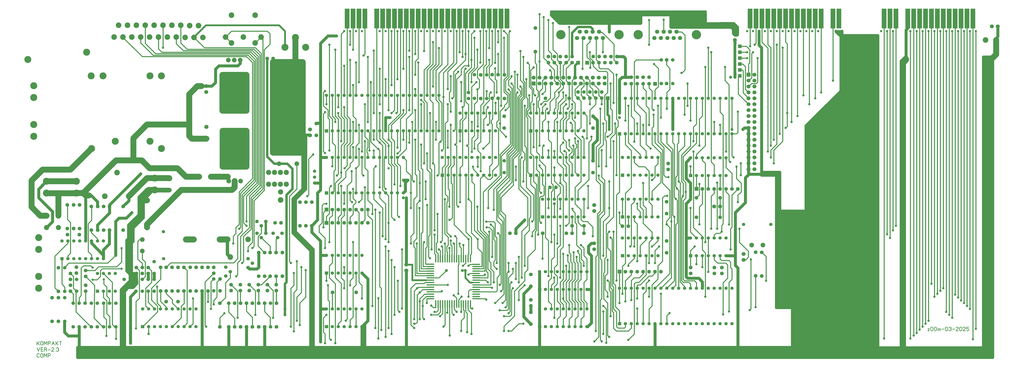
<source format=gbr>
%FSLAX34Y34*%
%MOMM*%
%LNCOPPER_TOP*%
G71*
G01*
%ADD10C,1.400*%
%ADD11C,1.000*%
%ADD12C,1.100*%
%ADD13C,1.700*%
%ADD14C,0.400*%
%ADD15C,1.600*%
%ADD16C,1.600*%
%ADD17C,1.000*%
%ADD18C,1.500*%
%ADD19C,2.000*%
%ADD20C,2.400*%
%ADD21C,2.600*%
%ADD22C,1.400*%
%ADD23C,1.300*%
%ADD24C,1.300*%
%ADD25C,1.200*%
%ADD26C,1.400*%
%ADD27C,1.800*%
%ADD28C,4.000*%
%ADD29C,4.000*%
%ADD30C,1.500*%
%ADD31C,1.000*%
%ADD32C,0.420*%
%ADD33C,1.000*%
%ADD34C,1.300*%
%ADD35C,0.800*%
%ADD36C,0.410*%
%ADD37C,2.500*%
%ADD38C,0.286*%
%ADD39C,2.000*%
%ADD40C,2.800*%
%ADD41C,1.700*%
%ADD42C,2.200*%
%ADD43C,1.800*%
%ADD44C,3.000*%
%ADD45C,2.000*%
%ADD46C,2.200*%
%ADD47C,2.200*%
%ADD48C,2.200*%
%ADD49C,3.000*%
%ADD50C,3.000*%
%ADD51C,3.010*%
%ADD52C,2.000*%
%ADD53R,0.600X3.200*%
%ADD54R,3.200X0.600*%
%ADD55R,2.000X8.500*%
%ADD56R,1.300X14.600*%
%ADD57R,1.600X1.600*%
%ADD58R,67.000X2.500*%
%ADD59C,0.600*%
%LPD*%
G36*
X1292250Y991250D02*
X1306250Y991250D01*
X1306250Y977250D01*
X1292250Y977250D01*
X1292250Y991250D01*
G37*
X1324650Y984250D02*
G54D10*
D03*
X1350050Y984250D02*
G54D10*
D03*
X1375450Y984250D02*
G54D10*
D03*
X1400850Y984250D02*
G54D10*
D03*
X1426250Y984250D02*
G54D10*
D03*
X1451650Y984250D02*
G54D10*
D03*
X1477050Y984250D02*
G54D10*
D03*
X1502450Y984250D02*
G54D10*
D03*
X1527850Y984250D02*
G54D10*
D03*
X1553250Y984250D02*
G54D10*
D03*
X1578650Y984250D02*
G54D10*
D03*
X1604050Y984250D02*
G54D10*
D03*
X1629450Y984250D02*
G54D10*
D03*
X1654850Y984250D02*
G54D10*
D03*
X1680250Y984250D02*
G54D10*
D03*
X1705650Y984250D02*
G54D10*
D03*
X1731050Y984250D02*
G54D10*
D03*
X1756450Y984250D02*
G54D10*
D03*
X1781850Y984250D02*
G54D10*
D03*
X1781850Y1136650D02*
G54D10*
D03*
X1756450Y1136650D02*
G54D10*
D03*
X1731050Y1136650D02*
G54D10*
D03*
X1705650Y1136650D02*
G54D10*
D03*
X1680250Y1136650D02*
G54D10*
D03*
X1654850Y1136650D02*
G54D10*
D03*
X1629450Y1136650D02*
G54D10*
D03*
X1604050Y1136650D02*
G54D10*
D03*
X1578650Y1136650D02*
G54D10*
D03*
X1553250Y1136650D02*
G54D10*
D03*
X1527850Y1136650D02*
G54D10*
D03*
X1502450Y1136650D02*
G54D10*
D03*
X1477050Y1136650D02*
G54D10*
D03*
X1451650Y1136650D02*
G54D10*
D03*
X1426250Y1136650D02*
G54D10*
D03*
X1400850Y1136650D02*
G54D10*
D03*
X1375450Y1136650D02*
G54D10*
D03*
X1350050Y1136650D02*
G54D10*
D03*
X1324650Y1136650D02*
G54D10*
D03*
X1299250Y1136650D02*
G54D10*
D03*
X597575Y1341438D02*
G54D11*
D03*
X535662Y111124D02*
G54D12*
D03*
X4072876Y88900D02*
G54D11*
D03*
G36*
X1865338Y991250D02*
X1879338Y991250D01*
X1879338Y977250D01*
X1865338Y977250D01*
X1865338Y991250D01*
G37*
X1897738Y984250D02*
G54D10*
D03*
X1923138Y984250D02*
G54D10*
D03*
X1948538Y984250D02*
G54D10*
D03*
X1973938Y984250D02*
G54D10*
D03*
X1999338Y984250D02*
G54D10*
D03*
X2024738Y984250D02*
G54D10*
D03*
X2024738Y1060450D02*
G54D10*
D03*
X1999338Y1060450D02*
G54D10*
D03*
X1973938Y1060450D02*
G54D10*
D03*
X1948538Y1060450D02*
G54D10*
D03*
X1923138Y1060450D02*
G54D10*
D03*
X1897738Y1060450D02*
G54D10*
D03*
X1872338Y1060450D02*
G54D10*
D03*
G36*
X1292250Y380062D02*
X1306250Y380062D01*
X1306250Y366062D01*
X1292250Y366062D01*
X1292250Y380062D01*
G37*
X1324650Y373062D02*
G54D10*
D03*
X1350050Y373062D02*
G54D10*
D03*
X1375450Y373062D02*
G54D10*
D03*
X1400850Y373062D02*
G54D10*
D03*
X1426250Y373062D02*
G54D10*
D03*
X1451650Y373062D02*
G54D10*
D03*
X1451650Y449262D02*
G54D10*
D03*
X1426250Y449262D02*
G54D10*
D03*
X1400850Y449262D02*
G54D10*
D03*
X1375450Y449262D02*
G54D10*
D03*
X1350050Y449262D02*
G54D10*
D03*
X1324650Y449262D02*
G54D10*
D03*
X1299250Y449262D02*
G54D10*
D03*
G36*
X1292250Y149875D02*
X1306250Y149875D01*
X1306250Y135875D01*
X1292250Y135875D01*
X1292250Y149875D01*
G37*
X1324650Y142875D02*
G54D10*
D03*
X1350050Y142875D02*
G54D10*
D03*
X1375450Y142875D02*
G54D10*
D03*
X1400850Y142875D02*
G54D10*
D03*
X1426250Y142875D02*
G54D10*
D03*
X1451650Y142875D02*
G54D10*
D03*
X1451650Y219075D02*
G54D10*
D03*
X1426250Y219075D02*
G54D10*
D03*
X1400850Y219075D02*
G54D10*
D03*
X1375450Y219075D02*
G54D10*
D03*
X1350050Y219075D02*
G54D10*
D03*
X1324650Y219075D02*
G54D10*
D03*
X1299250Y219075D02*
G54D10*
D03*
G36*
X1292250Y724550D02*
X1306250Y724550D01*
X1306250Y710550D01*
X1292250Y710550D01*
X1292250Y724550D01*
G37*
X1324650Y717550D02*
G54D10*
D03*
X1350050Y717550D02*
G54D10*
D03*
X1375450Y717550D02*
G54D10*
D03*
X1400850Y717550D02*
G54D10*
D03*
X1426250Y717550D02*
G54D10*
D03*
X1451650Y717550D02*
G54D10*
D03*
X1477050Y717550D02*
G54D10*
D03*
X1502450Y717550D02*
G54D10*
D03*
X1527850Y717550D02*
G54D10*
D03*
X1553250Y717550D02*
G54D10*
D03*
X1578650Y717550D02*
G54D10*
D03*
X1604050Y717550D02*
G54D10*
D03*
X1629450Y717550D02*
G54D10*
D03*
X1629450Y869950D02*
G54D10*
D03*
X1604050Y869950D02*
G54D10*
D03*
X1578650Y869950D02*
G54D10*
D03*
X1553250Y869950D02*
G54D10*
D03*
X1527850Y869950D02*
G54D10*
D03*
X1502450Y869950D02*
G54D10*
D03*
X1477050Y869950D02*
G54D10*
D03*
X1451650Y869950D02*
G54D10*
D03*
X1426250Y869950D02*
G54D10*
D03*
X1400850Y869950D02*
G54D10*
D03*
X1375450Y869950D02*
G54D10*
D03*
X1350050Y869950D02*
G54D10*
D03*
X1324650Y869950D02*
G54D10*
D03*
X1299250Y869950D02*
G54D10*
D03*
G36*
X1789138Y800750D02*
X1803138Y800750D01*
X1803138Y786750D01*
X1789138Y786750D01*
X1789138Y800750D01*
G37*
X1821538Y793750D02*
G54D10*
D03*
X1846938Y793750D02*
G54D10*
D03*
X1872338Y793750D02*
G54D10*
D03*
X1897738Y793750D02*
G54D10*
D03*
X1923138Y793750D02*
G54D10*
D03*
X1948538Y793750D02*
G54D10*
D03*
X1973938Y793750D02*
G54D10*
D03*
X1999338Y793750D02*
G54D10*
D03*
X2024738Y793750D02*
G54D10*
D03*
X2024738Y869950D02*
G54D10*
D03*
X1999338Y869950D02*
G54D10*
D03*
X1973938Y869950D02*
G54D10*
D03*
X1948538Y869950D02*
G54D10*
D03*
X1923138Y869950D02*
G54D10*
D03*
X1897738Y869950D02*
G54D10*
D03*
X1872338Y869950D02*
G54D10*
D03*
X1846938Y869950D02*
G54D10*
D03*
X1821538Y869950D02*
G54D10*
D03*
X1796138Y869950D02*
G54D10*
D03*
G36*
X2168550Y991250D02*
X2182550Y991250D01*
X2182550Y977250D01*
X2168550Y977250D01*
X2168550Y991250D01*
G37*
X2200950Y984250D02*
G54D10*
D03*
X2226350Y984250D02*
G54D10*
D03*
X2251750Y984250D02*
G54D10*
D03*
X2277150Y984250D02*
G54D10*
D03*
X2302550Y984250D02*
G54D10*
D03*
X2327950Y984250D02*
G54D10*
D03*
X2353350Y984250D02*
G54D10*
D03*
X2378750Y984250D02*
G54D10*
D03*
X2404150Y984250D02*
G54D10*
D03*
X2404150Y1060450D02*
G54D10*
D03*
X2378750Y1060450D02*
G54D10*
D03*
X2353350Y1060450D02*
G54D10*
D03*
X2327950Y1060450D02*
G54D10*
D03*
X2302550Y1060450D02*
G54D10*
D03*
X2277150Y1060450D02*
G54D10*
D03*
X2251750Y1060450D02*
G54D10*
D03*
X2226350Y1060450D02*
G54D10*
D03*
X2200950Y1060450D02*
G54D10*
D03*
X2175550Y1060450D02*
G54D10*
D03*
G36*
X2168550Y800750D02*
X2182550Y800750D01*
X2182550Y786750D01*
X2168550Y786750D01*
X2168550Y800750D01*
G37*
X2200950Y793750D02*
G54D10*
D03*
X2226350Y793750D02*
G54D10*
D03*
X2251750Y793750D02*
G54D10*
D03*
X2277150Y793750D02*
G54D10*
D03*
X2302550Y793750D02*
G54D10*
D03*
X2327950Y793750D02*
G54D10*
D03*
X2353350Y793750D02*
G54D10*
D03*
X2378750Y793750D02*
G54D10*
D03*
X2404150Y793750D02*
G54D10*
D03*
X2404150Y869950D02*
G54D10*
D03*
X2378750Y869950D02*
G54D10*
D03*
X2353350Y869950D02*
G54D10*
D03*
X2327950Y869950D02*
G54D10*
D03*
X2302550Y869950D02*
G54D10*
D03*
X2277150Y869950D02*
G54D10*
D03*
X2251750Y869950D02*
G54D10*
D03*
X2226350Y869950D02*
G54D10*
D03*
X2200950Y869950D02*
G54D10*
D03*
X2175550Y869950D02*
G54D10*
D03*
G36*
X2219350Y621362D02*
X2233350Y621362D01*
X2233350Y607362D01*
X2219350Y607362D01*
X2219350Y621362D01*
G37*
X2251750Y614362D02*
G54D10*
D03*
X2277150Y614362D02*
G54D10*
D03*
X2302550Y614362D02*
G54D10*
D03*
X2327950Y614362D02*
G54D10*
D03*
X2353350Y614362D02*
G54D10*
D03*
X2378750Y614362D02*
G54D10*
D03*
X2404150Y614362D02*
G54D10*
D03*
X2404150Y690562D02*
G54D10*
D03*
X2378750Y690562D02*
G54D10*
D03*
X2353350Y690562D02*
G54D10*
D03*
X2327950Y690562D02*
G54D10*
D03*
X2302550Y690562D02*
G54D10*
D03*
X2277150Y690562D02*
G54D10*
D03*
X2251750Y690562D02*
G54D10*
D03*
X2226350Y690562D02*
G54D10*
D03*
G36*
X2206650Y310212D02*
X2220650Y310212D01*
X2220650Y296212D01*
X2206650Y296212D01*
X2206650Y310212D01*
G37*
X2239050Y303212D02*
G54D10*
D03*
X2264450Y303212D02*
G54D10*
D03*
X2289850Y303212D02*
G54D10*
D03*
X2315250Y303212D02*
G54D10*
D03*
X2340650Y303212D02*
G54D10*
D03*
X2366050Y303212D02*
G54D10*
D03*
X2391450Y303212D02*
G54D10*
D03*
X2416850Y303212D02*
G54D10*
D03*
X2416850Y379412D02*
G54D10*
D03*
X2391450Y379412D02*
G54D10*
D03*
X2366050Y379412D02*
G54D10*
D03*
X2340650Y379412D02*
G54D10*
D03*
X2315250Y379412D02*
G54D10*
D03*
X2289850Y379412D02*
G54D10*
D03*
X2264450Y379412D02*
G54D10*
D03*
X2239050Y379412D02*
G54D10*
D03*
X2213650Y379412D02*
G54D10*
D03*
G36*
X2206650Y149875D02*
X2220650Y149875D01*
X2220650Y135875D01*
X2206650Y135875D01*
X2206650Y149875D01*
G37*
X2239050Y142875D02*
G54D10*
D03*
X2264450Y142875D02*
G54D10*
D03*
X2289850Y142875D02*
G54D10*
D03*
X2315250Y142875D02*
G54D10*
D03*
X2340650Y142875D02*
G54D10*
D03*
X2366050Y142875D02*
G54D10*
D03*
X2391450Y142875D02*
G54D10*
D03*
X2416850Y142875D02*
G54D10*
D03*
X2416850Y219075D02*
G54D10*
D03*
X2391450Y219075D02*
G54D10*
D03*
X2366050Y219075D02*
G54D10*
D03*
X2340650Y219075D02*
G54D10*
D03*
X2315250Y219075D02*
G54D10*
D03*
X2289850Y219075D02*
G54D10*
D03*
X2264450Y219075D02*
G54D10*
D03*
X2239050Y219075D02*
G54D10*
D03*
X2213650Y219075D02*
G54D10*
D03*
G36*
X2549550Y162575D02*
X2563550Y162575D01*
X2563550Y148575D01*
X2549550Y148575D01*
X2549550Y162575D01*
G37*
X2581950Y155575D02*
G54D10*
D03*
X2607350Y155575D02*
G54D10*
D03*
X2632750Y155575D02*
G54D10*
D03*
X2658150Y155575D02*
G54D10*
D03*
X2683550Y155575D02*
G54D10*
D03*
X2708950Y155575D02*
G54D10*
D03*
X2734350Y155575D02*
G54D10*
D03*
X2759750Y155575D02*
G54D10*
D03*
X2785150Y155575D02*
G54D10*
D03*
X2810550Y155575D02*
G54D10*
D03*
X2835950Y155575D02*
G54D10*
D03*
X2861350Y155575D02*
G54D10*
D03*
X2886750Y155575D02*
G54D10*
D03*
X2912150Y155575D02*
G54D10*
D03*
X2937550Y155575D02*
G54D10*
D03*
X2962950Y155575D02*
G54D10*
D03*
X2988350Y155575D02*
G54D10*
D03*
X3013750Y155575D02*
G54D10*
D03*
X3039150Y155575D02*
G54D10*
D03*
X3039150Y307975D02*
G54D10*
D03*
X3013750Y307975D02*
G54D10*
D03*
X2988350Y307975D02*
G54D10*
D03*
X2962950Y307975D02*
G54D10*
D03*
X2937550Y307975D02*
G54D10*
D03*
X2912150Y307975D02*
G54D10*
D03*
X2886750Y307975D02*
G54D10*
D03*
X2861350Y307975D02*
G54D10*
D03*
X2835950Y307975D02*
G54D10*
D03*
X2810550Y307975D02*
G54D10*
D03*
X2785150Y307975D02*
G54D10*
D03*
X2759750Y307975D02*
G54D10*
D03*
X2734350Y307975D02*
G54D10*
D03*
X2708950Y307975D02*
G54D10*
D03*
X2683550Y307975D02*
G54D10*
D03*
X2658150Y307975D02*
G54D10*
D03*
X2632750Y307975D02*
G54D10*
D03*
X2607350Y307975D02*
G54D10*
D03*
X2581950Y307975D02*
G54D10*
D03*
X2556550Y307975D02*
G54D10*
D03*
G36*
X2562250Y454675D02*
X2576250Y454675D01*
X2576250Y440675D01*
X2562250Y440675D01*
X2562250Y454675D01*
G37*
X2594650Y447675D02*
G54D10*
D03*
X2620050Y447675D02*
G54D10*
D03*
X2645450Y447675D02*
G54D10*
D03*
X2670850Y447675D02*
G54D10*
D03*
X2696250Y447675D02*
G54D10*
D03*
X2721650Y447675D02*
G54D10*
D03*
X2721650Y523875D02*
G54D10*
D03*
X2696250Y523875D02*
G54D10*
D03*
X2670850Y523875D02*
G54D10*
D03*
X2645450Y523875D02*
G54D10*
D03*
X2620050Y523875D02*
G54D10*
D03*
X2594650Y523875D02*
G54D10*
D03*
X2569250Y523875D02*
G54D10*
D03*
G36*
X2562250Y621362D02*
X2576250Y621362D01*
X2576250Y607362D01*
X2562250Y607362D01*
X2562250Y621362D01*
G37*
X2594650Y614362D02*
G54D10*
D03*
X2620050Y614362D02*
G54D10*
D03*
X2645450Y614362D02*
G54D10*
D03*
X2670850Y614362D02*
G54D10*
D03*
X2696250Y614362D02*
G54D10*
D03*
X2721650Y614362D02*
G54D10*
D03*
X2721650Y690562D02*
G54D10*
D03*
X2696250Y690562D02*
G54D10*
D03*
X2670850Y690562D02*
G54D10*
D03*
X2645450Y690562D02*
G54D10*
D03*
X2620050Y690562D02*
G54D10*
D03*
X2594650Y690562D02*
G54D10*
D03*
X2569250Y690562D02*
G54D10*
D03*
G36*
X2562250Y800750D02*
X2576250Y800750D01*
X2576250Y786750D01*
X2562250Y786750D01*
X2562250Y800750D01*
G37*
X2594650Y793750D02*
G54D10*
D03*
X2620050Y793750D02*
G54D10*
D03*
X2645450Y793750D02*
G54D10*
D03*
X2670850Y793750D02*
G54D10*
D03*
X2696250Y793750D02*
G54D10*
D03*
X2721650Y793750D02*
G54D10*
D03*
X2721650Y869950D02*
G54D10*
D03*
X2696250Y869950D02*
G54D10*
D03*
X2670850Y869950D02*
G54D10*
D03*
X2645450Y869950D02*
G54D10*
D03*
X2620050Y869950D02*
G54D10*
D03*
X2594650Y869950D02*
G54D10*
D03*
X2569250Y869950D02*
G54D10*
D03*
G36*
X2549550Y978550D02*
X2563550Y978550D01*
X2563550Y964550D01*
X2549550Y964550D01*
X2549550Y978550D01*
G37*
X2581950Y971550D02*
G54D10*
D03*
X2607350Y971550D02*
G54D10*
D03*
X2632750Y971550D02*
G54D10*
D03*
X2658150Y971550D02*
G54D10*
D03*
X2683550Y971550D02*
G54D10*
D03*
X2708950Y971550D02*
G54D10*
D03*
X2734350Y971550D02*
G54D10*
D03*
X2759750Y971550D02*
G54D10*
D03*
X2785150Y971550D02*
G54D10*
D03*
X2810550Y971550D02*
G54D10*
D03*
X2835950Y971550D02*
G54D10*
D03*
X2861350Y971550D02*
G54D10*
D03*
X2886750Y971550D02*
G54D10*
D03*
X2912150Y971550D02*
G54D10*
D03*
X2937550Y971550D02*
G54D10*
D03*
X2962950Y971550D02*
G54D10*
D03*
X2988350Y971550D02*
G54D10*
D03*
X3013750Y971550D02*
G54D10*
D03*
X3039150Y971550D02*
G54D10*
D03*
X3039150Y1123950D02*
G54D10*
D03*
X3013750Y1123950D02*
G54D10*
D03*
X2988350Y1123950D02*
G54D10*
D03*
X2962950Y1123950D02*
G54D10*
D03*
X2937550Y1123950D02*
G54D10*
D03*
X2912150Y1123950D02*
G54D10*
D03*
X2886750Y1123950D02*
G54D10*
D03*
X2861350Y1123950D02*
G54D10*
D03*
X2835950Y1123950D02*
G54D10*
D03*
X2810550Y1123950D02*
G54D10*
D03*
X2785150Y1123950D02*
G54D10*
D03*
X2759750Y1123950D02*
G54D10*
D03*
X2734350Y1123950D02*
G54D10*
D03*
X2708950Y1123950D02*
G54D10*
D03*
X2683550Y1123950D02*
G54D10*
D03*
X2658150Y1123950D02*
G54D10*
D03*
X2632750Y1123950D02*
G54D10*
D03*
X2607350Y1123950D02*
G54D10*
D03*
X2581950Y1123950D02*
G54D10*
D03*
X2556550Y1123950D02*
G54D10*
D03*
G36*
X2854350Y799162D02*
X2868350Y799162D01*
X2868350Y785162D01*
X2854350Y785162D01*
X2854350Y799162D01*
G37*
X2886750Y792162D02*
G54D10*
D03*
X2912150Y792162D02*
G54D10*
D03*
X2937550Y792162D02*
G54D10*
D03*
X2962950Y792162D02*
G54D10*
D03*
X2988350Y792162D02*
G54D10*
D03*
X3013750Y792162D02*
G54D10*
D03*
X3013750Y868362D02*
G54D10*
D03*
X2988350Y868362D02*
G54D10*
D03*
X2962950Y868362D02*
G54D10*
D03*
X2937550Y868362D02*
G54D10*
D03*
X2912150Y868362D02*
G54D10*
D03*
X2886750Y868362D02*
G54D10*
D03*
X2861350Y868362D02*
G54D10*
D03*
G36*
X2854350Y454675D02*
X2868350Y454675D01*
X2868350Y440675D01*
X2854350Y440675D01*
X2854350Y454675D01*
G37*
X2886750Y447675D02*
G54D10*
D03*
X2912150Y447675D02*
G54D10*
D03*
X2937550Y447675D02*
G54D10*
D03*
X2962950Y447675D02*
G54D10*
D03*
X2988350Y447675D02*
G54D10*
D03*
X3013750Y447675D02*
G54D10*
D03*
X3013750Y523875D02*
G54D10*
D03*
X2988350Y523875D02*
G54D10*
D03*
X2962950Y523875D02*
G54D10*
D03*
X2937550Y523875D02*
G54D10*
D03*
X2912150Y523875D02*
G54D10*
D03*
X2886750Y523875D02*
G54D10*
D03*
X2861350Y523875D02*
G54D10*
D03*
G36*
X503262Y149875D02*
X517262Y149875D01*
X517262Y135875D01*
X503262Y135875D01*
X503262Y149875D01*
G37*
X535662Y142875D02*
G54D10*
D03*
X561062Y142875D02*
G54D10*
D03*
X586462Y142875D02*
G54D10*
D03*
X611862Y142875D02*
G54D10*
D03*
X637262Y142875D02*
G54D10*
D03*
X662662Y142875D02*
G54D10*
D03*
X688062Y142875D02*
G54D10*
D03*
X713462Y142875D02*
G54D10*
D03*
X738862Y142875D02*
G54D10*
D03*
X738862Y219075D02*
G54D10*
D03*
X713462Y219075D02*
G54D10*
D03*
X688062Y219075D02*
G54D10*
D03*
X662662Y219075D02*
G54D10*
D03*
X637262Y219075D02*
G54D10*
D03*
X611862Y219075D02*
G54D10*
D03*
X586462Y219075D02*
G54D10*
D03*
X561062Y219075D02*
G54D10*
D03*
X535662Y219075D02*
G54D10*
D03*
X510262Y219075D02*
G54D10*
D03*
G36*
X309588Y302275D02*
X323588Y302275D01*
X323588Y288275D01*
X309588Y288275D01*
X309588Y302275D01*
G37*
X341988Y295275D02*
G54D10*
D03*
X367388Y295275D02*
G54D10*
D03*
X392788Y295275D02*
G54D10*
D03*
X392788Y371475D02*
G54D10*
D03*
X367388Y371475D02*
G54D10*
D03*
X341988Y371475D02*
G54D10*
D03*
X316588Y371475D02*
G54D10*
D03*
G36*
X157188Y441975D02*
X171188Y441975D01*
X171188Y427975D01*
X157188Y427975D01*
X157188Y441975D01*
G37*
X189588Y434975D02*
G54D10*
D03*
X214988Y434975D02*
G54D10*
D03*
X240388Y434975D02*
G54D10*
D03*
X265788Y434975D02*
G54D10*
D03*
X291188Y434975D02*
G54D10*
D03*
X316588Y434975D02*
G54D10*
D03*
X341988Y434975D02*
G54D10*
D03*
X341988Y511175D02*
G54D10*
D03*
X316588Y511175D02*
G54D10*
D03*
X291188Y511175D02*
G54D10*
D03*
X265788Y511175D02*
G54D10*
D03*
X240388Y511175D02*
G54D10*
D03*
X214988Y511175D02*
G54D10*
D03*
X189588Y511175D02*
G54D10*
D03*
X164188Y511175D02*
G54D10*
D03*
G36*
X2179750Y1195950D02*
X2196750Y1195950D01*
X2196750Y1178950D01*
X2179750Y1178950D01*
X2179750Y1195950D01*
G37*
X2188250Y1212850D02*
G54D13*
D03*
X2213650Y1187450D02*
G54D13*
D03*
X2213650Y1212850D02*
G54D13*
D03*
X2239050Y1187450D02*
G54D13*
D03*
X2239050Y1212850D02*
G54D13*
D03*
X2264450Y1187450D02*
G54D13*
D03*
X2264450Y1212850D02*
G54D13*
D03*
X2289850Y1187450D02*
G54D13*
D03*
X2289850Y1212850D02*
G54D13*
D03*
X2315250Y1187450D02*
G54D13*
D03*
X2315250Y1212850D02*
G54D13*
D03*
X2340650Y1187450D02*
G54D13*
D03*
X2340650Y1212850D02*
G54D13*
D03*
X2366050Y1187450D02*
G54D13*
D03*
X2366050Y1212850D02*
G54D13*
D03*
X2391450Y1187450D02*
G54D13*
D03*
X2391450Y1212850D02*
G54D13*
D03*
X2416850Y1187450D02*
G54D13*
D03*
X2416850Y1212850D02*
G54D13*
D03*
X2442250Y1187450D02*
G54D13*
D03*
X2442250Y1212850D02*
G54D13*
D03*
X2467650Y1187450D02*
G54D13*
D03*
X2467650Y1212850D02*
G54D13*
D03*
X2493050Y1187450D02*
G54D13*
D03*
X2493050Y1212850D02*
G54D13*
D03*
G36*
X3118668Y1234246D02*
X3118668Y1217246D01*
X3101668Y1217246D01*
X3101668Y1234246D01*
X3118668Y1234246D01*
G37*
X3135568Y1225746D02*
G54D13*
D03*
X3110168Y1200346D02*
G54D13*
D03*
X3135569Y1200346D02*
G54D13*
D03*
X3110169Y1174946D02*
G54D13*
D03*
X3135569Y1174946D02*
G54D13*
D03*
X3110169Y1149546D02*
G54D13*
D03*
X3135569Y1149546D02*
G54D13*
D03*
X3110169Y1124146D02*
G54D13*
D03*
X3135569Y1124146D02*
G54D13*
D03*
X3110169Y1098746D02*
G54D13*
D03*
X3135569Y1098746D02*
G54D13*
D03*
X3110169Y1073346D02*
G54D13*
D03*
X3135569Y1073346D02*
G54D13*
D03*
X3110169Y1047946D02*
G54D13*
D03*
X3135569Y1047946D02*
G54D13*
D03*
X3110169Y1022546D02*
G54D13*
D03*
X3135569Y1022546D02*
G54D13*
D03*
X3110169Y997146D02*
G54D13*
D03*
X3135569Y997146D02*
G54D13*
D03*
X3110169Y971746D02*
G54D13*
D03*
X3135568Y971746D02*
G54D13*
D03*
X3110168Y946346D02*
G54D13*
D03*
X3135568Y946346D02*
G54D13*
D03*
X3110168Y920946D02*
G54D13*
D03*
X3135568Y920946D02*
G54D13*
D03*
X3110168Y895546D02*
G54D13*
D03*
X3135568Y895546D02*
G54D13*
D03*
X3110168Y870146D02*
G54D13*
D03*
X3135568Y870146D02*
G54D13*
D03*
X3110168Y844746D02*
G54D13*
D03*
X3135568Y844746D02*
G54D13*
D03*
X3110168Y819346D02*
G54D13*
D03*
X3135568Y819346D02*
G54D13*
D03*
X1375450Y1412875D02*
G54D11*
D03*
X1400850Y1412875D02*
G54D11*
D03*
X1426250Y1412875D02*
G54D11*
D03*
X1451650Y1412875D02*
G54D11*
D03*
X1527850Y1412875D02*
G54D11*
D03*
X1553250Y1412875D02*
G54D11*
D03*
X1578650Y1412875D02*
G54D11*
D03*
X1604050Y1412875D02*
G54D11*
D03*
X1629450Y1412875D02*
G54D11*
D03*
X1654850Y1412875D02*
G54D11*
D03*
X1680250Y1412875D02*
G54D11*
D03*
X1705650Y1412875D02*
G54D11*
D03*
X1731050Y1412875D02*
G54D11*
D03*
X1756450Y1412875D02*
G54D11*
D03*
X1781850Y1412875D02*
G54D11*
D03*
X1807250Y1412875D02*
G54D11*
D03*
X1832650Y1412875D02*
G54D11*
D03*
X1858050Y1412875D02*
G54D11*
D03*
X1883450Y1412875D02*
G54D11*
D03*
X1908850Y1412875D02*
G54D11*
D03*
X1934250Y1412875D02*
G54D11*
D03*
X1959650Y1412875D02*
G54D11*
D03*
X1985050Y1412875D02*
G54D11*
D03*
X2010450Y1412875D02*
G54D11*
D03*
X2035850Y1412875D02*
G54D11*
D03*
X2061250Y1412875D02*
G54D11*
D03*
X2086650Y1412875D02*
G54D11*
D03*
X3104238Y1412875D02*
G54D11*
D03*
X3129638Y1412875D02*
G54D11*
D03*
X3155038Y1412875D02*
G54D11*
D03*
X3180438Y1412875D02*
G54D11*
D03*
X3205838Y1412875D02*
G54D11*
D03*
X3231238Y1412875D02*
G54D11*
D03*
X3256638Y1412875D02*
G54D11*
D03*
X3282038Y1412875D02*
G54D11*
D03*
X3307438Y1412875D02*
G54D11*
D03*
X3332838Y1412875D02*
G54D11*
D03*
X3358238Y1412875D02*
G54D11*
D03*
X3383638Y1412875D02*
G54D11*
D03*
X3409038Y1412875D02*
G54D11*
D03*
X3485238Y1412875D02*
G54D11*
D03*
X3510638Y1412875D02*
G54D11*
D03*
X3678912Y1412875D02*
G54D11*
D03*
X3704312Y1412875D02*
G54D11*
D03*
X3729712Y1412875D02*
G54D11*
D03*
X3804325Y1412875D02*
G54D11*
D03*
X3831312Y1412875D02*
G54D11*
D03*
X3856712Y1412875D02*
G54D11*
D03*
X3882112Y1412875D02*
G54D11*
D03*
X3907512Y1412875D02*
G54D11*
D03*
X3932912Y1412875D02*
G54D11*
D03*
X3958312Y1412875D02*
G54D11*
D03*
X3983712Y1412875D02*
G54D11*
D03*
X4009112Y1412875D02*
G54D11*
D03*
X4034512Y1412875D02*
G54D11*
D03*
X4059912Y1412875D02*
G54D11*
D03*
X4085312Y1412875D02*
G54D11*
D03*
X1438950Y1009650D02*
G54D11*
D03*
X1832650Y1009650D02*
G54D11*
D03*
X1991400Y1009650D02*
G54D11*
D03*
X1826300Y658812D02*
G54D11*
D03*
X1697712Y652462D02*
G54D11*
D03*
G54D14*
X1438950Y1009650D02*
X1438950Y931862D01*
X1426250Y919162D01*
X1426250Y869950D01*
G54D14*
X1832650Y1009650D02*
X1832650Y836612D01*
X1821538Y825500D01*
X1821538Y793750D01*
X1821538Y735012D01*
X1826300Y730250D01*
X1826300Y658812D01*
G54D14*
X1697712Y652462D02*
X1698110Y381794D01*
X1729462Y381794D01*
G54D14*
X1999338Y1060450D02*
X1999338Y1017588D01*
X1991400Y1009650D01*
X2067600Y1073150D02*
G54D11*
D03*
X2245400Y1079500D02*
G54D11*
D03*
G54D14*
X2226350Y984250D02*
X2226350Y1022350D01*
X2239050Y1035050D01*
X2239050Y1073150D01*
X2245400Y1079500D01*
G54D14*
X2067600Y1073150D02*
X2081888Y1087438D01*
X2081888Y1143000D01*
X2067600Y1155700D01*
X2067600Y1200150D01*
X2081888Y1214438D01*
X2081888Y1408112D01*
X2086650Y1412875D01*
X1948538Y1003300D02*
G54D11*
D03*
X2251750Y1022350D02*
G54D11*
D03*
X2264450Y506412D02*
G54D11*
D03*
X1908850Y519112D02*
G54D11*
D03*
X1311950Y1354138D02*
G54D11*
D03*
G54D14*
X1324650Y717550D02*
X1331000Y723900D01*
X1331000Y811212D01*
X1337350Y817562D01*
X1337350Y920750D01*
X1324650Y933450D01*
X1324650Y984250D01*
X1324650Y1035050D01*
X1311950Y1047750D01*
X1311950Y1354138D01*
X1400850Y1354138D02*
G54D11*
D03*
G54D14*
X1400850Y1412875D02*
X1400850Y1354138D01*
G54D14*
X2251750Y1022350D02*
X2251750Y984250D01*
X2251750Y946150D01*
X2264450Y933450D01*
X2264450Y758825D01*
X2270800Y752475D01*
X2270800Y728662D01*
X2264450Y722312D01*
X2264450Y506412D01*
G54D14*
X1846938Y793750D02*
X1846938Y581025D01*
X1908850Y519112D01*
G54D14*
X1948538Y1003300D02*
X1948538Y1060450D01*
X1337350Y1333500D02*
G54D11*
D03*
X1413550Y1333500D02*
G54D11*
D03*
X1343700Y792162D02*
G54D11*
D03*
X1872338Y677862D02*
G54D11*
D03*
X1731050Y665162D02*
G54D11*
D03*
G54D14*
X1350050Y984250D02*
X1350050Y1035050D01*
X1337350Y1047750D01*
X1337350Y1333500D01*
G54D14*
X1413550Y1333500D02*
X1413550Y1435100D01*
G54D14*
X1350050Y984250D02*
X1350050Y869950D01*
X1350050Y798512D01*
X1343700Y792162D01*
G54D14*
X1872338Y793750D02*
X1872338Y825500D01*
X1883450Y836612D01*
X1883450Y1027112D01*
X1897738Y1041400D01*
X1897738Y1060450D01*
G54D14*
X1872338Y793750D02*
X1872338Y677862D01*
G54D14*
X1731050Y665162D02*
X1731050Y485775D01*
X1724700Y479425D01*
X1724700Y411162D01*
X1729462Y411162D01*
X1362750Y804862D02*
G54D11*
D03*
G54D14*
X1375450Y984250D02*
X1375450Y1035050D01*
X1362750Y1047750D01*
X1362750Y1400175D01*
X1375450Y1412875D01*
G54D14*
X1375450Y984250D02*
X1375450Y933450D01*
X1362750Y920750D01*
X1362750Y804862D01*
G54D14*
X1362750Y804862D02*
X1362750Y785812D01*
X1337350Y760412D01*
X1337350Y354012D01*
X1362750Y328612D01*
X1362750Y168275D01*
X1350050Y155575D01*
X1350050Y142875D01*
G54D14*
X1897738Y793750D02*
X1897738Y549275D01*
X1921550Y525462D01*
X1921550Y455612D01*
X1916788Y450850D01*
X1377038Y823912D02*
G54D11*
D03*
X1407200Y811212D02*
G54D11*
D03*
X1381800Y168275D02*
G54D11*
D03*
G54D14*
X1400850Y984250D02*
X1400850Y1035050D01*
X1388150Y1047750D01*
X1388150Y1435100D01*
G54D14*
X1400850Y984250D02*
X1400850Y931862D01*
X1388150Y919162D01*
X1388150Y835025D01*
X1377038Y823912D01*
G54D14*
X1407200Y811212D02*
X1407200Y766762D01*
X1388150Y747712D01*
X1388150Y174625D01*
X1381800Y168275D01*
G54D14*
X1923138Y793750D02*
X1923138Y765175D01*
X1934250Y754062D01*
X1934250Y557212D01*
X1972350Y519112D01*
X1972350Y391716D01*
X1954888Y391716D01*
X1299250Y1098550D02*
G54D11*
D03*
X1464350Y1098550D02*
G54D11*
D03*
X1819950Y1098550D02*
G54D11*
D03*
X1991400Y1085850D02*
G54D11*
D03*
X2048550Y1092200D02*
G54D11*
D03*
G54D14*
X1299250Y1136650D02*
X1299250Y1098550D01*
G54D14*
X1464350Y1098550D02*
X1464350Y958850D01*
X1477050Y946150D01*
X1477050Y911225D01*
X1472288Y906462D01*
X1472288Y892175D01*
X1477050Y887412D01*
X1477050Y869950D01*
G54D14*
X1819950Y1098550D02*
X1819950Y1027112D01*
X1808838Y1016000D01*
X1808838Y838200D01*
X1796138Y825500D01*
X1796138Y793750D01*
G54D14*
X1796138Y793750D02*
X1796138Y512762D01*
X1789788Y506412D01*
X1789788Y506412D02*
G54D11*
D03*
X1718350Y506412D02*
G54D11*
D03*
G54D14*
X1718350Y506412D02*
X1718350Y503238D01*
X1713588Y498475D01*
X1713588Y401241D01*
X1729462Y401241D01*
G54D14*
X1991400Y1085850D02*
X1991400Y1082675D01*
X1985050Y1076325D01*
X1985050Y1044575D01*
X1973938Y1033462D01*
X1973938Y984250D01*
G54D14*
X2048550Y1092200D02*
X2048550Y1435100D01*
X1337350Y1022350D02*
G54D11*
D03*
X1413550Y1022350D02*
G54D11*
D03*
X1769150Y1022350D02*
G54D11*
D03*
X1923138Y1022350D02*
G54D11*
D03*
X2043788Y1016000D02*
G54D11*
D03*
G54D14*
X2061250Y1412875D02*
X2075538Y1398588D01*
X2075538Y1219200D01*
X2061250Y1204912D01*
X2061250Y1150938D01*
X2075538Y1138238D01*
X2075538Y1106488D01*
X2062838Y1093788D01*
X2062838Y1087438D01*
X2043788Y1068388D01*
X2043788Y1016000D01*
X2069188Y958850D02*
G54D11*
D03*
G54D14*
X2043788Y1016000D02*
X2043788Y985838D01*
X2069188Y958850D01*
X2397800Y958850D02*
G54D11*
D03*
G54D14*
X2397800Y958850D02*
X2404150Y952500D01*
X2404150Y869950D01*
G54D14*
X1923138Y1022350D02*
X1923138Y984250D01*
X1769150Y946150D02*
G54D11*
D03*
G54D14*
X1769150Y1022350D02*
X1769150Y946150D01*
X1680250Y946150D02*
G54D11*
D03*
G54D14*
X1680250Y946150D02*
X1680250Y798512D01*
X1686600Y792162D01*
X1686600Y703262D01*
X1673900Y690562D01*
X1673900Y544512D01*
X1661200Y531812D01*
X1661200Y500062D01*
X1661200Y500062D02*
G54D11*
D03*
X1686600Y500062D02*
G54D11*
D03*
G54D14*
X1686600Y500062D02*
X1686600Y371872D01*
X1729462Y371872D01*
G54D14*
X1413550Y1022350D02*
X1413550Y931862D01*
X1400850Y919162D01*
X1400850Y869950D01*
G54D14*
X1337350Y1022350D02*
X1337350Y1035050D01*
X1324650Y1047750D01*
X1324650Y1136650D01*
X1350050Y1085850D02*
G54D11*
D03*
X1375450Y1085850D02*
G54D11*
D03*
X1883450Y1085850D02*
G54D11*
D03*
X1872338Y939800D02*
G54D11*
D03*
X1896150Y1250950D02*
G54D11*
D03*
X2023150Y1276350D02*
G54D11*
D03*
G54D14*
X2023150Y1435100D02*
X2023150Y1276350D01*
G54D14*
X1896150Y1250950D02*
X1889800Y1244600D01*
X1889800Y1092200D01*
X1883450Y1085850D01*
G54D14*
X1883450Y1085850D02*
X1883450Y1039812D01*
X1872338Y1028700D01*
X1872338Y984250D01*
X1872338Y939800D01*
X2366050Y952500D02*
G54D11*
D03*
X2416850Y952500D02*
G54D11*
D03*
X1705650Y925512D02*
G54D11*
D03*
G54D14*
X1729462Y391716D02*
X1705650Y391716D01*
X1705650Y542925D01*
X1712000Y549275D01*
X1712000Y817562D01*
X1705650Y823912D01*
X1705650Y925512D01*
G54D14*
X2416850Y952500D02*
X2416850Y1047750D01*
X2404150Y1060450D01*
G54D14*
X2366050Y952500D02*
X2366050Y931862D01*
X2372400Y925512D01*
X2372400Y912812D01*
X2366050Y906462D01*
X2366050Y806450D01*
X2378750Y793750D01*
G54D14*
X1375450Y1085850D02*
X1375450Y1047750D01*
X1388150Y1035050D01*
X1388150Y933450D01*
X1375450Y920750D01*
X1375450Y869950D01*
G54D14*
X1350050Y1085850D02*
X1350050Y1136650D01*
G54D14*
X1906866Y450056D02*
X1906866Y453628D01*
X1909247Y456009D01*
X1909247Y518716D01*
X1908850Y519112D01*
X1375450Y1263652D02*
G54D11*
D03*
X1908850Y1263650D02*
G54D11*
D03*
X1851700Y925512D02*
G54D11*
D03*
X1864400Y658812D02*
G54D11*
D03*
X1908850Y690562D02*
G54D11*
D03*
X1375450Y671512D02*
G54D11*
D03*
X1948538Y519112D02*
G54D11*
D03*
X2505750Y430212D02*
G54D11*
D03*
X2505750Y271462D02*
G54D11*
D03*
X2734350Y284162D02*
G54D11*
D03*
G54D14*
X2734350Y155575D02*
X2734350Y284162D01*
G54D14*
X2505750Y271462D02*
X2505750Y290512D01*
X2494638Y301625D01*
X2494638Y360362D01*
X2505750Y371475D01*
X2505750Y430212D01*
G54D14*
X1954888Y401241D02*
X1965603Y401241D01*
X1966000Y401638D01*
X1966000Y461962D01*
X1948538Y479425D01*
X1948538Y519112D01*
G54D14*
X1375450Y1136650D02*
X1375450Y1263652D01*
G54D14*
X1908850Y1263650D02*
X1908850Y1412875D01*
G54D14*
X1908850Y1263650D02*
X1889800Y1263650D01*
X1877100Y1250950D01*
X1877100Y1225550D01*
X1858050Y1206500D01*
X1858050Y931862D01*
X1851700Y925512D01*
X1413550Y914400D02*
G54D11*
D03*
G54D14*
X1413550Y914400D02*
X1413550Y855662D01*
X1400850Y842962D01*
X1400850Y830262D01*
X1381800Y811212D01*
X1381800Y785812D01*
X1350050Y754062D01*
X1350050Y717550D01*
G54D14*
X1851700Y925512D02*
X1858050Y919162D01*
X1858050Y665162D01*
X1864400Y658812D01*
X1946950Y658812D02*
G54D11*
D03*
G54D14*
X1946950Y658812D02*
X1946950Y557212D01*
X1978700Y525462D01*
X1978700Y381794D01*
X1954888Y381794D01*
G54D14*
X1948538Y519112D02*
X1921550Y546100D01*
X1921550Y677862D01*
X1908850Y690562D01*
G54D14*
X1375450Y671512D02*
X1375450Y717550D01*
G54D14*
X1908850Y690562D02*
X1908850Y914400D01*
X1902500Y920750D01*
X1902500Y920750D02*
G54D11*
D03*
X2315250Y933450D02*
G54D11*
D03*
G54D14*
X2315250Y933450D02*
X2302550Y920750D01*
X2302550Y895350D01*
X2315250Y882650D01*
X2315250Y842962D01*
X2327950Y830262D01*
X2327950Y793750D01*
G54D14*
X2353350Y793750D02*
X2353350Y842962D01*
X2340650Y855662D01*
X2340650Y881062D01*
X2353350Y893762D01*
X2353350Y906462D01*
X2340650Y919162D01*
X2340650Y944562D01*
X2340650Y944562D02*
G54D11*
D03*
G54D14*
X1902500Y920750D02*
X1908850Y927100D01*
X1908850Y1096962D01*
X1896150Y1109662D01*
X1896150Y1231900D01*
X1921550Y1257300D01*
X1921550Y1289050D01*
X1921550Y1289050D02*
G54D11*
D03*
G54D14*
X1921550Y1289050D02*
X1921550Y1400175D01*
X1934250Y1412875D01*
X1400850Y1289050D02*
G54D11*
D03*
G54D14*
X1400850Y1289050D02*
X1400850Y1136650D01*
X1426250Y1277938D02*
G54D11*
D03*
X1692950Y1277938D02*
G54D11*
D03*
X1959650Y1277938D02*
G54D11*
D03*
X1699300Y760412D02*
G54D11*
D03*
X1699300Y684212D02*
G54D11*
D03*
X1408788Y677862D02*
G54D11*
D03*
X2302550Y760412D02*
G54D11*
D03*
G54D14*
X1426250Y1136650D02*
X1426250Y1277938D01*
G54D14*
X1692950Y1277938D02*
X1692950Y817562D01*
X1699300Y811212D01*
X1699300Y760412D01*
G54D14*
X2302550Y760412D02*
X2302550Y793750D01*
X2289850Y500062D02*
G54D11*
D03*
X1832650Y512762D02*
G54D11*
D03*
G54D14*
X1837809Y450056D02*
X1837809Y490141D01*
X1832650Y495300D01*
X1832650Y512762D01*
G54D14*
X1699300Y760412D02*
X1699300Y684212D01*
X1686600Y671512D01*
X1686600Y522288D01*
X1673900Y509588D01*
X1673900Y485775D01*
X1680250Y479425D01*
X1680250Y362347D01*
X1729462Y362347D01*
G54D14*
X1400850Y717550D02*
X1400850Y685800D01*
X1408788Y677862D01*
G54D14*
X1959650Y1277938D02*
X1959650Y1412875D01*
X1292900Y1155700D02*
G54D11*
D03*
X1311950Y900112D02*
G54D11*
D03*
X1438950Y906462D02*
G54D11*
D03*
X1426250Y823912D02*
G54D11*
D03*
X1961238Y811212D02*
G54D11*
D03*
X2277150Y827088D02*
G54D11*
D03*
X2302550Y354012D02*
G54D11*
D03*
X2505750Y341312D02*
G54D11*
D03*
X2518450Y187325D02*
G54D11*
D03*
X2770862Y201612D02*
G54D11*
D03*
G54D14*
X2759750Y155575D02*
X2759750Y190500D01*
X2770862Y201612D01*
G54D14*
X2518450Y187325D02*
X2518450Y293688D01*
X2512100Y300038D01*
X2512100Y334962D01*
X2505750Y341312D01*
G54D14*
X2302550Y354012D02*
X2302550Y473075D01*
X2315250Y485775D01*
X2315250Y747712D01*
X2302550Y760412D01*
G54D14*
X2289850Y500062D02*
X2289850Y703262D01*
X2302550Y715962D01*
X2302550Y742950D01*
X2277150Y768350D01*
X2277150Y793750D01*
X2277150Y827088D01*
G54D14*
X1426250Y717550D02*
X1426250Y823912D01*
X1438950Y836612D01*
X1438950Y906462D01*
G54D14*
X1311950Y900112D02*
X1311950Y1033462D01*
X1305600Y1039812D01*
X1305600Y1073150D01*
X1286550Y1092200D01*
X1286550Y1149350D01*
X1292900Y1155700D01*
G54D14*
X1985050Y1412875D02*
X1985050Y1270000D01*
X1973938Y1258888D01*
X1973938Y1106488D01*
X1961238Y1093788D01*
X1961238Y938212D01*
X1948538Y925512D01*
X1948538Y900112D01*
X1961238Y887412D01*
X1961238Y811212D01*
X1477050Y1022350D02*
G54D11*
D03*
X1477050Y1301750D02*
G54D11*
D03*
X1680250Y1314450D02*
G54D11*
D03*
G54D14*
X1680250Y1412875D02*
X1680250Y1314450D01*
G54D14*
X1477050Y1301750D02*
X1477050Y1136650D01*
G54D14*
X1477050Y1136650D02*
X1477050Y1022350D01*
X1667550Y1022350D02*
G54D11*
D03*
X1673900Y766762D02*
G54D11*
D03*
G54D14*
X1667550Y1022350D02*
X1667550Y773112D01*
X1673900Y766762D01*
X1724700Y766762D02*
G54D11*
D03*
X1724700Y690562D02*
G54D11*
D03*
G54D14*
X1724700Y766762D02*
X1724700Y690562D01*
X1807250Y690562D02*
G54D11*
D03*
G54D14*
X1817569Y450056D02*
X1817569Y462756D01*
X1815188Y465138D01*
X1815188Y487362D01*
X1821538Y493712D01*
X1821538Y527050D01*
X1807250Y541338D01*
X1807250Y690562D01*
X1438950Y677862D02*
G54D11*
D03*
G54D14*
X1451650Y717550D02*
X1451650Y690562D01*
X1438950Y677862D01*
X1502450Y1060450D02*
G54D11*
D03*
X1527850Y1060450D02*
G54D11*
D03*
X1578650Y1060450D02*
G54D11*
D03*
X1599288Y1060450D02*
G54D11*
D03*
X1350050Y1060450D02*
G54D11*
D03*
X1743750Y1060450D02*
G54D11*
D03*
X1502450Y1328738D02*
G54D11*
D03*
X1654850Y1328738D02*
G54D11*
D03*
X1718350Y1327150D02*
G54D11*
D03*
X1362750Y939800D02*
G54D11*
D03*
X1464350Y939800D02*
G54D11*
D03*
X1496100Y627062D02*
G54D11*
D03*
X1775500Y627062D02*
G54D11*
D03*
X2220000Y588962D02*
G54D11*
D03*
X2220000Y717550D02*
G54D11*
D03*
X2213650Y835025D02*
G54D11*
D03*
X2467650Y831850D02*
G54D11*
D03*
X2486700Y1016000D02*
G54D11*
D03*
X2632750Y1016000D02*
G54D11*
D03*
G54D14*
X2632750Y1016000D02*
X2632750Y971550D01*
G54D14*
X2486700Y1016000D02*
X2486700Y925512D01*
X2467650Y906462D01*
X2467650Y831850D01*
G54D14*
X2213650Y835025D02*
X2213650Y830262D01*
X2226350Y817562D01*
X2226350Y793750D01*
G54D14*
X2226350Y793750D02*
X2226350Y754062D01*
X2232700Y747712D01*
X2232700Y708025D01*
X2227938Y703262D01*
X2220000Y703262D01*
X2213650Y696912D01*
X2213650Y595312D01*
X2220000Y588962D01*
G54D14*
X1496100Y627062D02*
X1496100Y666750D01*
X1477050Y685800D01*
X1477050Y717550D01*
X1477050Y812800D01*
X1464350Y825500D01*
X1464350Y939800D01*
G54D14*
X1362750Y939800D02*
X1362750Y1035050D01*
X1350050Y1047750D01*
X1350050Y1060450D01*
G54D14*
X1502450Y1060450D02*
X1502450Y1136650D01*
G54D14*
X1777881Y450056D02*
X1777881Y456406D01*
X1770738Y463550D01*
X1770738Y501650D01*
X1775500Y506412D01*
X1775500Y627062D01*
G54D14*
X1654850Y1412875D02*
X1654850Y1328738D01*
G54D14*
X1502450Y1136650D02*
X1502450Y1328738D01*
X1527850Y1250950D02*
G54D11*
D03*
X1629450Y1250950D02*
G54D11*
D03*
G54D14*
X1629450Y1412875D02*
X1629450Y1250950D01*
G54D14*
X1527850Y1250950D02*
X1527850Y1136650D01*
X1527850Y1098550D02*
G54D11*
D03*
X1705650Y1117600D02*
G54D11*
D03*
X1705650Y1098550D02*
G54D11*
D03*
X1718350Y844550D02*
G54D11*
D03*
X1510388Y831850D02*
G54D11*
D03*
X1540550Y531812D02*
G54D11*
D03*
X1762800Y538162D02*
G54D11*
D03*
X1762800Y557212D02*
G54D11*
D03*
X2207300Y538162D02*
G54D11*
D03*
G54D14*
X2207300Y538162D02*
X2207300Y787400D01*
X2200950Y793750D01*
G54D14*
X1767959Y450056D02*
X1767959Y452041D01*
X1762800Y457200D01*
X1762800Y538162D01*
G54D14*
X1540550Y531812D02*
X1540550Y652462D01*
X1502450Y690562D01*
X1502450Y717550D01*
X1502450Y823912D01*
X1510388Y831850D01*
G54D14*
X1718350Y844550D02*
X1718350Y1104900D01*
X1705650Y1117600D01*
G54D14*
X1527850Y1136650D02*
X1527850Y1098550D01*
X1553250Y1206500D02*
G54D11*
D03*
X1604050Y1206500D02*
G54D11*
D03*
G54D14*
X1604050Y1412875D02*
X1604050Y1206500D01*
G54D14*
X1553250Y1136650D02*
X1553250Y1206500D01*
X2156500Y1206500D02*
G54D11*
D03*
G54D14*
X2156500Y1206500D02*
X2156500Y1128712D01*
X2162850Y1122362D01*
X2162850Y1084262D01*
X2156500Y1077912D01*
X2156500Y1046162D01*
X2162850Y1039812D01*
X2162850Y806450D01*
X2175550Y793750D01*
X1553250Y519112D02*
G54D11*
D03*
X1851700Y531812D02*
G54D11*
D03*
X2181900Y531812D02*
G54D11*
D03*
G54D14*
X2175550Y793750D02*
X2175550Y754062D01*
X2194600Y735012D01*
X2194600Y561975D01*
X2181900Y549275D01*
X2181900Y531812D01*
G54D14*
X1527850Y717550D02*
X1527850Y695325D01*
X1553250Y669925D01*
X1553250Y519112D01*
G54D14*
X1857653Y450056D02*
X1857653Y525860D01*
X1851700Y531812D01*
X1413550Y1181100D02*
G54D11*
D03*
X1578650Y1181100D02*
G54D11*
D03*
G54D14*
X1578650Y1412875D02*
X1578650Y1181100D01*
G54D14*
X1426250Y984250D02*
X1426250Y1035050D01*
X1413550Y1047750D01*
X1413550Y1181100D01*
X2080300Y1162050D02*
G54D11*
D03*
G54D14*
X1954888Y322659D02*
X2003703Y322659D01*
X2004100Y322262D01*
X2004100Y377825D01*
X1991400Y390525D01*
X1991400Y536575D01*
X1972350Y555625D01*
X1972350Y720725D01*
X2043788Y792162D01*
X2043788Y882650D01*
X2088238Y927100D01*
X2088238Y1154112D01*
X2080300Y1162050D01*
X1629450Y946150D02*
G54D11*
D03*
X1527850Y933450D02*
G54D11*
D03*
G54D14*
X1515150Y1435100D02*
X1515150Y946150D01*
X1527850Y933450D01*
X1540550Y920750D01*
X1540550Y730250D01*
X1553250Y717550D01*
G54D14*
X1629450Y984250D02*
X1629450Y946150D01*
X1565950Y588962D02*
G54D11*
D03*
X1565950Y506412D02*
G54D11*
D03*
G54D14*
X1565950Y506412D02*
X1565950Y588962D01*
X1565950Y704850D01*
X1553250Y717550D01*
X1286550Y569912D02*
G54D11*
D03*
G36*
X1291250Y654112D02*
X1307250Y654112D01*
X1307250Y638112D01*
X1291250Y638112D01*
X1291250Y654112D01*
G37*
X1324650Y646112D02*
G54D15*
D03*
X1350050Y646112D02*
G54D15*
D03*
X1375450Y646112D02*
G54D15*
D03*
X1400850Y646112D02*
G54D15*
D03*
X1426250Y646112D02*
G54D15*
D03*
X1451650Y646112D02*
G54D15*
D03*
X1477050Y646112D02*
G54D15*
D03*
G36*
X1291250Y596962D02*
X1307250Y596962D01*
X1307250Y580962D01*
X1291250Y580962D01*
X1291250Y596962D01*
G37*
X1324650Y588962D02*
G54D15*
D03*
X1350050Y588962D02*
G54D15*
D03*
X1375450Y588962D02*
G54D15*
D03*
X1400850Y588962D02*
G54D15*
D03*
X1426250Y588962D02*
G54D15*
D03*
X1451650Y588962D02*
G54D15*
D03*
X1477050Y588962D02*
G54D15*
D03*
G54D14*
X1299250Y646112D02*
X1286550Y633412D01*
X1286550Y569912D01*
X2758162Y582612D02*
G54D11*
D03*
G54D14*
X2758162Y582612D02*
X2772450Y568325D01*
X2772450Y371475D01*
X2708950Y307975D01*
G54D14*
X2758162Y582612D02*
X2758162Y596900D01*
X2772450Y611188D01*
X2772450Y728662D01*
X2740700Y760412D01*
X2740700Y901700D01*
X2708950Y933450D01*
X2708950Y971550D01*
X1688188Y307975D02*
G54D11*
D03*
X1400850Y320675D02*
G54D11*
D03*
X1413550Y506412D02*
G54D11*
D03*
X1311950Y506412D02*
G54D11*
D03*
G54D14*
X1324650Y646112D02*
X1324650Y620712D01*
X1311950Y609600D01*
X1311950Y506412D01*
G54D14*
X1413550Y506412D02*
X1413550Y352425D01*
X1400850Y339725D01*
X1400850Y320675D01*
G54D14*
X1729462Y312341D02*
X1692553Y312341D01*
X1688188Y307975D01*
G54D14*
X1688188Y307975D02*
X1675488Y295275D01*
X1675488Y174625D01*
X1675488Y174625D02*
G54D11*
D03*
X1675488Y155575D02*
G54D11*
D03*
X1675488Y136525D02*
G54D11*
D03*
X1654850Y933450D02*
G54D11*
D03*
X1565950Y919162D02*
G54D11*
D03*
G54D14*
X1540550Y1435100D02*
X1540550Y952500D01*
X1565950Y927100D01*
X1565950Y919162D01*
G54D14*
X1565950Y919162D02*
X1565950Y844550D01*
X1578650Y831850D01*
X1578650Y717550D01*
X1591350Y601662D02*
G54D11*
D03*
G54D14*
X1578650Y717550D02*
X1578650Y614362D01*
X1591350Y601662D01*
X2778800Y595312D02*
G54D11*
D03*
G54D14*
X2778800Y595312D02*
X2778800Y893762D01*
X2734350Y938212D01*
X2734350Y971550D01*
G54D14*
X2778800Y595312D02*
X2778800Y352425D01*
X2734350Y307975D01*
X1375450Y307975D02*
G54D11*
D03*
X1699300Y290512D02*
G54D11*
D03*
G54D14*
X1675488Y155575D02*
X1681838Y155575D01*
X1688188Y161925D01*
X1688188Y279400D01*
X1699300Y290512D01*
G54D14*
X1729462Y302419D02*
X1711206Y302419D01*
X1699300Y290512D01*
G54D14*
X1375450Y307975D02*
X1375450Y339725D01*
X1362750Y352425D01*
X1362750Y608012D01*
X1375450Y620712D01*
X1375450Y646112D01*
G54D14*
X1654850Y984250D02*
X1654850Y933450D01*
X1629450Y1073150D02*
G54D11*
D03*
X1565950Y1073150D02*
G54D11*
D03*
G54D14*
X1565950Y1435100D02*
X1565950Y1073150D01*
G54D14*
X1629450Y1073150D02*
X1629450Y1060450D01*
X1578650Y1009650D01*
X1578650Y984250D01*
G54D14*
X1578650Y984250D02*
X1578650Y952500D01*
X1591350Y939800D01*
X1591350Y842962D01*
X1604050Y830262D01*
X1604050Y717550D01*
X1604050Y620712D01*
X1610400Y614362D01*
X1610400Y614362D02*
G54D11*
D03*
X2791500Y614362D02*
G54D11*
D03*
G54D14*
X2791500Y614362D02*
X2791500Y339725D01*
X2759750Y307975D01*
G54D14*
X2791500Y614362D02*
X2791500Y615950D01*
X2785150Y622300D01*
X2785150Y904875D01*
X2759750Y930275D01*
X2759750Y971550D01*
X1483400Y900112D02*
G54D11*
D03*
X1604050Y887412D02*
G54D11*
D03*
G54D14*
X1642150Y1435100D02*
X1642150Y1060450D01*
X1616750Y1035050D01*
X1616750Y900112D01*
X1604050Y887412D01*
G54D14*
X1483400Y900112D02*
X1483400Y977900D01*
X1477050Y984250D01*
X1661200Y717550D02*
G54D11*
D03*
G54D14*
X1629450Y869950D02*
X1642150Y857250D01*
X1642150Y811212D01*
X1661200Y792162D01*
X1661200Y717550D01*
X1661200Y652462D01*
X1661200Y652462D02*
G54D11*
D03*
X2797850Y692150D02*
G54D11*
D03*
G54D14*
X2797850Y692150D02*
X2791500Y698500D01*
X2791500Y927100D01*
X2785150Y933450D01*
X2785150Y971550D01*
G54D14*
X2797850Y692150D02*
X2804200Y685800D01*
X2804200Y587375D01*
X2797850Y581025D01*
X2797850Y320675D01*
X2785150Y307975D01*
X1496100Y231775D02*
G54D11*
D03*
G54D14*
X1477050Y646112D02*
X1477050Y620712D01*
X1496100Y601662D01*
X1496100Y231775D01*
X1712000Y231775D02*
G54D11*
D03*
G54D14*
X1729463Y272256D02*
X1727081Y272256D01*
X1712000Y257175D01*
X1712000Y231775D01*
X1712000Y180975D01*
X1718350Y174625D01*
X1718350Y174625D02*
G54D11*
D03*
X1451650Y895350D02*
G54D11*
D03*
G54D14*
X1451650Y984250D02*
X1451650Y895350D01*
G54D14*
X1604050Y869950D02*
X1605638Y869950D01*
X1642150Y906462D01*
X1642150Y1035050D01*
X1667550Y1060450D01*
X1667550Y1435100D01*
X1616750Y747712D02*
G54D11*
D03*
G54D14*
X1604050Y869950D02*
X1604050Y844550D01*
X1616750Y831850D01*
X1616750Y747712D01*
X1318300Y747712D02*
G54D11*
D03*
G54D14*
X1318300Y747712D02*
X1318300Y746125D01*
X1311950Y739775D01*
X1311950Y628650D01*
X1299250Y615950D01*
X1299250Y588962D01*
X2802612Y736600D02*
G54D11*
D03*
G54D14*
X2802612Y736600D02*
X2802612Y739775D01*
X2797850Y744538D01*
X2797850Y785812D01*
X2804200Y792162D01*
X2804200Y927100D01*
X2810550Y933450D01*
X2810550Y971550D01*
G54D14*
X2802612Y736600D02*
X2810550Y728662D01*
X2810550Y307975D01*
X1997750Y550862D02*
G54D11*
D03*
G54D14*
X1997750Y550862D02*
X1997750Y423862D01*
X2004100Y417512D01*
X2004100Y390525D01*
X2016800Y377825D01*
X2016800Y333375D01*
X2016800Y333375D02*
G54D11*
D03*
X2099350Y307975D02*
G54D11*
D03*
G54D14*
X2099350Y307975D02*
X2093000Y301625D01*
X2093000Y193675D01*
X2086650Y187325D01*
X2061250Y187325D01*
X2061250Y187325D02*
G54D11*
D03*
X1816775Y203200D02*
G54D11*
D03*
G54D14*
X1817568Y224631D02*
X1817568Y203993D01*
X1816775Y203200D01*
X1502450Y946150D02*
G54D11*
D03*
X1565950Y946150D02*
G54D11*
D03*
G54D14*
X1502450Y984250D02*
X1502450Y946150D01*
G54D14*
X1565950Y946150D02*
X1565950Y1008062D01*
X1616750Y1058862D01*
X1616750Y1435100D01*
G54D14*
X1565950Y946150D02*
X1578650Y933450D01*
X1578650Y869950D01*
X1578650Y842962D01*
X1591350Y830262D01*
X1591350Y754062D01*
X1591350Y754062D02*
G54D11*
D03*
X1362750Y747712D02*
G54D11*
D03*
G54D14*
X1362750Y747712D02*
X1362750Y625475D01*
X1350050Y612775D01*
X1350050Y588962D01*
X2810550Y766762D02*
G54D11*
D03*
G54D14*
X2810550Y766762D02*
X2810550Y893762D01*
X2835950Y919162D01*
X2835950Y971550D01*
G54D14*
X2810550Y766762D02*
X2816900Y760412D01*
X2816900Y334962D01*
X2835950Y315912D01*
X2835950Y307975D01*
X1185548Y678311D02*
G54D16*
D03*
X1185548Y576711D02*
G54D16*
D03*
X1210948Y678311D02*
G54D16*
D03*
X1210948Y576711D02*
G54D16*
D03*
X1236348Y678311D02*
G54D16*
D03*
X1236348Y576711D02*
G54D16*
D03*
X1986638Y569912D02*
G54D11*
D03*
G54D14*
X1986638Y569912D02*
X1997750Y569912D01*
X2010450Y557212D01*
X2010450Y442912D01*
X2010450Y442912D02*
G54D11*
D03*
X2124750Y442912D02*
G54D11*
D03*
G54D14*
X2124750Y442912D02*
X2124750Y333375D01*
X2124750Y333375D02*
G54D11*
D03*
X2093000Y333375D02*
G54D11*
D03*
G54D14*
X2093000Y333375D02*
X2086650Y327025D01*
X2086650Y206375D01*
X2080300Y200025D01*
X2080300Y200025D02*
G54D11*
D03*
X1845350Y193675D02*
G54D11*
D03*
G54D14*
X1837809Y224631D02*
X1837809Y201216D01*
X1845350Y193675D01*
X2275562Y354012D02*
G54D11*
D03*
G54D14*
X2275562Y354012D02*
X2275562Y331788D01*
X2264450Y320675D01*
X2264450Y303212D01*
X1699300Y174625D02*
G54D11*
D03*
X1699300Y250825D02*
G54D11*
D03*
G54D14*
X1729462Y282575D02*
X1719938Y282575D01*
X1699300Y261938D01*
X1699300Y250825D01*
G54D14*
X1699300Y250825D02*
X1699300Y174625D01*
X1451650Y263525D02*
G54D11*
D03*
G54D14*
X1451650Y263525D02*
X1451650Y320675D01*
X1438950Y333375D01*
X1438950Y633412D01*
X1426250Y646112D01*
G54D14*
X1527850Y984250D02*
X1527850Y1060450D01*
G54D14*
X1578650Y1060450D02*
X1591350Y1073150D01*
X1591350Y1435100D01*
G54D14*
X1527850Y984250D02*
X1527850Y950912D01*
X1553250Y925512D01*
X1553250Y869950D01*
X1553250Y735012D02*
G54D11*
D03*
X1413550Y735012D02*
G54D11*
D03*
G54D14*
X1553250Y869950D02*
X1551662Y869950D01*
X1546900Y865188D01*
X1546900Y741362D01*
X1553250Y735012D01*
G54D14*
X1413550Y735012D02*
X1413550Y693738D01*
X1424662Y682625D01*
X1424662Y674688D01*
X1413550Y663575D01*
X1413550Y625475D01*
X1400850Y612775D01*
X1400850Y588962D01*
X2828012Y703262D02*
G54D11*
D03*
G54D14*
X2828012Y703262D02*
X2828012Y709612D01*
X2829600Y711200D01*
X2829600Y760412D01*
X2823250Y766762D01*
X2823250Y881062D01*
X2861350Y919162D01*
X2861350Y971550D01*
G54D14*
X2828012Y703262D02*
X2828012Y701675D01*
X2823250Y696912D01*
X2823250Y339725D01*
X2829600Y333375D01*
X2853412Y333375D01*
X2861350Y325438D01*
X2861350Y307975D01*
X2004100Y581025D02*
G54D11*
D03*
G54D14*
X2004100Y581025D02*
X2016800Y568325D01*
X2016800Y517525D01*
X2023150Y511175D01*
X2023150Y428625D01*
X2016800Y422275D01*
X2016800Y403225D01*
X2029500Y390525D01*
X2029500Y390525D02*
G54D11*
D03*
X2099350Y390525D02*
G54D11*
D03*
G54D14*
X2099350Y390525D02*
X2099350Y373062D01*
X2080300Y354012D01*
X2080300Y219075D01*
X2073950Y212725D01*
X2042200Y212725D01*
X2042200Y212725D02*
G54D11*
D03*
X1858050Y206375D02*
G54D11*
D03*
G54D14*
X1847334Y224631D02*
X1847334Y217091D01*
X1858050Y206375D01*
X1604050Y912812D02*
G54D11*
D03*
G54D14*
X1604050Y984250D02*
X1604050Y912812D01*
X1521500Y906462D02*
G54D11*
D03*
G54D14*
X1521500Y906462D02*
X1519912Y906462D01*
X1489750Y936625D01*
X1489750Y1193800D01*
X1489750Y1193800D02*
G54D11*
D03*
X1438950Y1193800D02*
G54D11*
D03*
G54D14*
X1438950Y1193800D02*
X1438950Y1435100D01*
G54D14*
X1521500Y906462D02*
X1527850Y900112D01*
X1527850Y869950D01*
X1527850Y741362D01*
X1527850Y741362D02*
G54D11*
D03*
X1464350Y741362D02*
G54D11*
D03*
G54D14*
X1464350Y741362D02*
X1464350Y601662D01*
X1451650Y588962D01*
X2840712Y722312D02*
G54D11*
D03*
G54D14*
X2840712Y722312D02*
X2840712Y762000D01*
X2829600Y773112D01*
X2829600Y874712D01*
X2886750Y931862D01*
X2886750Y971550D01*
G54D14*
X2840712Y722312D02*
X2840712Y695325D01*
X2829600Y684212D01*
X2829600Y346075D01*
X2835950Y339725D01*
X2878812Y339725D01*
X2886750Y331788D01*
X2886750Y307975D01*
X1985050Y593725D02*
G54D11*
D03*
G54D14*
X1985050Y593725D02*
X2016800Y593725D01*
X2023150Y587375D01*
X2023150Y531812D01*
X2029500Y525462D01*
X2029500Y415925D01*
X2029500Y415925D02*
G54D11*
D03*
X2080300Y415925D02*
G54D11*
D03*
X2080300Y379412D02*
G54D11*
D03*
G54D14*
X2080300Y415925D02*
X2080300Y379412D01*
G54D14*
X2080300Y379412D02*
X2073950Y373062D01*
X2073950Y231775D01*
X2067600Y225425D01*
X2067600Y225425D02*
G54D11*
D03*
X1877100Y206375D02*
G54D11*
D03*
G54D14*
X1877100Y224631D02*
X1877100Y206375D01*
G54D14*
X1781850Y1136650D02*
X1781850Y1231900D01*
X1819950Y1270000D01*
X1819950Y1435100D01*
G54D14*
X1781850Y1136650D02*
X1781850Y1117600D01*
X1794550Y1104900D01*
X1794550Y944562D01*
X1788200Y938212D01*
X1788200Y938212D02*
G54D11*
D03*
G54D14*
X1788200Y938212D02*
X1781850Y931862D01*
X1781850Y798512D01*
X1775500Y792162D01*
X1775500Y792162D02*
G54D11*
D03*
X1458000Y792162D02*
G54D11*
D03*
G54D14*
X1451650Y869950D02*
X1451650Y798512D01*
X1458000Y792162D01*
G54D14*
X2556550Y971550D02*
X2556550Y720725D01*
X2543850Y708025D01*
X2543850Y341312D01*
X2543850Y341312D02*
G54D11*
D03*
X2683550Y341312D02*
G54D11*
D03*
G54D14*
X2683550Y341312D02*
X2670850Y328612D01*
X2670850Y295275D01*
X2658150Y282575D01*
X2658150Y155575D01*
X2148562Y320675D02*
G54D11*
D03*
G54D14*
X2148562Y320675D02*
X2124750Y296862D01*
X2124750Y257175D01*
X2124750Y257175D02*
G54D11*
D03*
X1908850Y271462D02*
G54D11*
D03*
G54D14*
X1926312Y302419D02*
X1915994Y302419D01*
X1908850Y295275D01*
X1908850Y271462D01*
X1800900Y1130300D02*
G54D11*
D03*
G54D14*
X1800900Y1130300D02*
X1800900Y1233488D01*
X1845350Y1277938D01*
X1845350Y1435100D01*
G54D14*
X1800900Y1130300D02*
X1800900Y906462D01*
X1794550Y900112D01*
X1794550Y900112D02*
G54D11*
D03*
X2358112Y920750D02*
G54D11*
D03*
G54D14*
X2353350Y869950D02*
X2353350Y874712D01*
X2359700Y881062D01*
X2359700Y919162D01*
X2358112Y920750D01*
G54D14*
X2581950Y971550D02*
X2581950Y925512D01*
X2607350Y900112D01*
X2607350Y741362D01*
X2581950Y715962D01*
X2581950Y414338D01*
X2569250Y401638D01*
X2569250Y284162D01*
X2569250Y284162D02*
G54D11*
D03*
X1985050Y258762D02*
G54D11*
D03*
G54D14*
X1954888Y262731D02*
X1981081Y262731D01*
X1985050Y258762D01*
G54D14*
X1781850Y984250D02*
X1781850Y1104900D01*
X1769150Y1117600D01*
X1769150Y1244600D01*
X1794550Y1270000D01*
X1794550Y1435100D01*
X1819950Y984250D02*
G54D11*
D03*
X1819950Y912812D02*
G54D11*
D03*
G54D14*
X1819950Y984250D02*
X1819950Y912812D01*
X2378750Y939800D02*
G54D11*
D03*
G54D14*
X2378750Y939800D02*
X2378750Y869950D01*
X2531150Y939800D02*
G54D11*
D03*
G54D14*
X2531150Y939800D02*
X2531150Y614362D01*
X2499400Y582612D01*
X2499400Y441325D01*
X2493050Y434975D01*
X2493050Y377825D01*
X2488288Y373062D01*
X2488288Y261938D01*
X2505750Y244475D01*
X2505750Y104775D01*
X2512100Y98425D01*
X2512100Y98425D02*
G54D11*
D03*
X1921550Y111125D02*
G54D11*
D03*
G54D14*
X1906866Y224631D02*
X1906866Y214709D01*
X1921550Y200025D01*
X1921550Y111125D01*
G54D14*
X1756450Y984250D02*
X1756450Y1104900D01*
X1743750Y1117600D01*
X1743750Y1244600D01*
X1769150Y1270000D01*
X1769150Y1435100D01*
G54D14*
X1756450Y984250D02*
X1756450Y844550D01*
X1756450Y844550D02*
G54D11*
D03*
G54D14*
X1756450Y844550D02*
X1762800Y838200D01*
X1762800Y557212D01*
X2035850Y544512D02*
G54D11*
D03*
X2086650Y544512D02*
G54D16*
D03*
X2112050Y544512D02*
G54D16*
D03*
G54D14*
X1954888Y292497D02*
X2026722Y292497D01*
X2031088Y296862D01*
X2031088Y354012D01*
X2042200Y365125D01*
X2042200Y538162D01*
X2035850Y544512D01*
X1927900Y830262D02*
G54D11*
D03*
G54D14*
X1927900Y830262D02*
X1927900Y820738D01*
X1946950Y801688D01*
X1946950Y795338D01*
X1948538Y793750D01*
G54D14*
X1731050Y984250D02*
X1731050Y1104900D01*
X1718350Y1117600D01*
X1718350Y1246188D01*
X1743750Y1271588D01*
X1743750Y1435100D01*
X1680250Y1073150D02*
G54D11*
D03*
X1654850Y1073150D02*
G54D11*
D03*
G54D14*
X1705650Y984250D02*
X1705650Y1098550D01*
X1877100Y1111250D02*
G54D11*
D03*
X1877100Y1193800D02*
G54D11*
D03*
X1921550Y1193800D02*
G54D11*
D03*
X1942188Y1193800D02*
G54D11*
D03*
G54D14*
X1877100Y1193800D02*
X1877100Y1111250D01*
G54D14*
X1921550Y1193800D02*
X1921550Y1231900D01*
X1946950Y1257300D01*
X1946950Y1333500D01*
X1946950Y1333500D02*
G54D11*
D03*
G54D14*
X1718350Y1435100D02*
X1718350Y1327150D01*
X1960620Y1224732D02*
G54D16*
D03*
X1960620Y1123132D02*
G54D16*
D03*
X2594650Y1092200D02*
G54D11*
D03*
G54D14*
X2594650Y1092200D02*
X2594650Y933450D01*
X2645450Y882650D01*
X2645450Y869950D01*
G54D14*
X2620050Y869950D02*
X2620050Y849312D01*
X2639100Y830262D01*
X2664500Y830262D01*
X2683550Y811212D01*
X2683550Y677862D01*
X2696250Y665162D01*
X2696250Y614362D01*
X2340650Y900112D02*
G54D11*
D03*
G54D14*
X2340650Y900112D02*
X2327950Y912812D01*
X2327950Y938212D01*
X2315250Y950912D01*
X2315250Y1028700D01*
X2327950Y1041400D01*
X2327950Y1060450D01*
X2569250Y574675D02*
G54D16*
D03*
X2594650Y574675D02*
G54D16*
D03*
G54D14*
X2594650Y614362D02*
X2594650Y574675D01*
X1826300Y601662D02*
G54D11*
D03*
G54D14*
X1826300Y601662D02*
X1829475Y601662D01*
X1839000Y611188D01*
X1839000Y755650D01*
X1834238Y760412D01*
X1834238Y825500D01*
X1846938Y838200D01*
X1846938Y869950D01*
G54D14*
X2620050Y614362D02*
X2620050Y596900D01*
X2632750Y584200D01*
X2632750Y423862D01*
X2632750Y423862D02*
G54D11*
D03*
X1743750Y436562D02*
G54D11*
D03*
G54D14*
X1743750Y436562D02*
X1737400Y442912D01*
X1737400Y531812D01*
X1743750Y538162D01*
X1743750Y804862D01*
X1731050Y817562D01*
X1731050Y887412D01*
X1731050Y887412D02*
G54D11*
D03*
G54D14*
X2569250Y690562D02*
X2569250Y614362D01*
X2632750Y671512D02*
G54D11*
D03*
G54D14*
X2645450Y614362D02*
X2645450Y636588D01*
X2632750Y649288D01*
X2632750Y671512D01*
X2556550Y633412D02*
G54D11*
D03*
G54D14*
X2556550Y633412D02*
X2556550Y587375D01*
X2569250Y574675D01*
G54D14*
X2670850Y614362D02*
X2670850Y652462D01*
X2658150Y665162D01*
X2658150Y760412D01*
X2658150Y760412D02*
G54D11*
D03*
X2112050Y773112D02*
G54D11*
D03*
X2112050Y830262D02*
G54D11*
D03*
G54D14*
X2112050Y830262D02*
X2112050Y773112D01*
X1948538Y830262D02*
G54D11*
D03*
G54D14*
X1948538Y869950D02*
X1948538Y830262D01*
X1565950Y823912D02*
G54D17*
D03*
G54D14*
X1324650Y869950D02*
X1324650Y831850D01*
X1324650Y831850D02*
G54D17*
D03*
X1986020Y1224732D02*
G54D18*
D03*
X1986020Y1123132D02*
G54D18*
D03*
G54D14*
X2696250Y690562D02*
X2696250Y725488D01*
X2734350Y763588D01*
X2734350Y889000D01*
X2696250Y927100D01*
X2696250Y996950D01*
X2702600Y1003300D01*
X2702600Y1054100D01*
X2702600Y1054100D02*
G54D17*
D03*
G54D14*
X2696250Y523875D02*
X2696250Y549275D01*
X2658150Y587375D01*
X2658150Y644525D01*
X2645450Y657225D01*
X2645450Y690562D01*
G54D14*
X2696250Y523875D02*
X2696250Y517525D01*
X2683550Y504825D01*
X2683550Y415925D01*
X2683550Y415925D02*
G54D17*
D03*
X2112050Y415925D02*
G54D17*
D03*
G54D14*
X2112050Y415925D02*
X2112050Y347662D01*
X2112050Y347662D02*
G54D17*
D03*
X1991400Y333375D02*
G54D17*
D03*
G54D14*
X1954888Y342503D02*
X1982272Y342503D01*
X1991400Y333375D01*
X2143800Y1301750D02*
G54D17*
D03*
X1883450Y1301750D02*
G54D17*
D03*
G54D14*
X1883450Y1412875D02*
X1883450Y1301750D01*
X1654850Y1301750D02*
G54D17*
D03*
G54D14*
X1654850Y1301750D02*
X1654850Y1136650D01*
X1654850Y1073150D01*
X1292900Y1065212D02*
G54D17*
D03*
G54D14*
X1292900Y1065212D02*
X1292900Y1063625D01*
X1286550Y1057275D01*
X1286550Y895350D01*
X1292900Y889000D01*
X1292900Y889000D02*
G54D17*
D03*
X1242100Y882650D02*
G54D17*
D03*
G54D14*
X1242100Y882650D02*
X1223050Y863600D01*
X1223050Y709612D01*
X1216700Y703262D01*
X1216700Y703262D02*
G54D17*
D03*
X1299250Y671512D02*
G54D17*
D03*
G54D14*
X1299250Y671512D02*
X1288138Y671512D01*
X1280200Y663575D01*
X1280200Y588962D01*
X1267500Y576262D01*
X1267500Y549275D01*
X1292900Y523875D01*
X1292900Y481012D01*
X1292900Y481012D02*
G54D17*
D03*
G54D14*
X2143800Y1301750D02*
X2143800Y1200150D01*
X2150150Y1193800D01*
X2150150Y1125538D01*
X2139038Y1114425D01*
X2139038Y898525D01*
X2150150Y887412D01*
X2150150Y860425D01*
X2143800Y854075D01*
X2143800Y766762D01*
X2143800Y766762D02*
G54D17*
D03*
X2512100Y766762D02*
G54D17*
D03*
G54D14*
X2512100Y766762D02*
X2512100Y652462D01*
X2512100Y652462D02*
G54D17*
D03*
X2861350Y652462D02*
G54D17*
D03*
G54D14*
X2861350Y652462D02*
X2861350Y549275D01*
X2886750Y523875D01*
G54D14*
X2512100Y652462D02*
X2512100Y619125D01*
X2486700Y593725D01*
X2486700Y447675D01*
X2486700Y447675D02*
G54D17*
D03*
G54D14*
X2912150Y523875D02*
X2912150Y473075D01*
X2924850Y460375D01*
X2924850Y271462D01*
X2924850Y271462D02*
G54D17*
D03*
X2683550Y271462D02*
G54D17*
D03*
G54D14*
X2683550Y307975D02*
X2683550Y271462D01*
G54D14*
X2912150Y523875D02*
X2912150Y530225D01*
X2874050Y568325D01*
X2874050Y895350D01*
X2874050Y895350D02*
G54D17*
D03*
X3013750Y895350D02*
G54D17*
D03*
G54D14*
X3013750Y895350D02*
X3013750Y971550D01*
X3123288Y493712D02*
G54D19*
D03*
X3171688Y493712D02*
G54D19*
D03*
X2878812Y487362D02*
G54D17*
D03*
G54D14*
X2861350Y447675D02*
X2861350Y469900D01*
X2878812Y487362D01*
G54D14*
X2937550Y523875D02*
X2937550Y447675D01*
X2937550Y377825D02*
G54D17*
D03*
G54D14*
X2937550Y447675D02*
X2937550Y377825D01*
G54D14*
X2962950Y523875D02*
X2962950Y536575D01*
X2970888Y544512D01*
X2988350Y544512D01*
X2994700Y550862D01*
X2994700Y577850D01*
X3001050Y584200D01*
X3001050Y1052512D01*
X2988350Y1065212D01*
X2988350Y1123950D01*
X2994700Y550862D02*
G54D17*
D03*
X2620050Y487362D02*
G54D17*
D03*
X2696250Y487362D02*
G54D17*
D03*
G54D14*
X2620050Y523875D02*
X2620050Y487362D01*
G54D14*
X2696250Y487362D02*
X2721650Y511175D01*
X2721650Y523875D01*
X2594650Y404812D02*
G54D17*
D03*
G54D14*
X2620050Y447675D02*
X2620050Y436562D01*
X2594650Y411162D01*
X2594650Y404812D01*
X2402562Y404812D02*
G54D17*
D03*
G54D14*
X2402562Y404812D02*
X2402562Y422275D01*
X2393038Y431800D01*
X2393038Y473075D01*
X2372400Y493712D01*
X2372400Y584200D01*
X2366050Y590550D01*
X2366050Y631825D01*
X2354938Y642938D01*
X2354938Y649288D01*
X2354938Y649288D02*
G54D17*
D03*
X2302550Y649288D02*
G54D17*
D03*
G54D14*
X2302550Y690562D02*
X2302550Y649288D01*
G54D14*
X2645450Y447675D02*
X2645450Y490538D01*
X2670850Y515938D01*
X2670850Y523875D01*
G54D14*
X2670850Y447675D02*
X2670850Y365125D01*
X2639100Y333375D01*
X2626400Y333375D01*
X2620050Y327025D01*
X2620050Y111125D01*
X2594650Y85725D01*
X2594650Y85725D02*
G54D17*
D03*
X1292900Y71438D02*
G54D17*
D03*
G54D14*
X1292900Y71438D02*
X1292900Y112712D01*
X1286550Y119062D01*
X1286550Y180975D01*
X1299250Y193675D01*
X1299250Y193675D02*
G54D17*
D03*
X861100Y200025D02*
G54D17*
D03*
G54D14*
X861100Y200025D02*
X842050Y180975D01*
X842050Y142875D01*
X841432Y243656D02*
G54D16*
D03*
X841432Y142057D02*
G54D16*
D03*
X2758953Y511361D02*
G54D16*
D03*
X2758953Y460561D02*
G54D16*
D03*
X2062041Y855849D02*
G54D18*
D03*
X2062041Y805048D02*
G54D18*
D03*
X2443041Y855849D02*
G54D16*
D03*
X2443041Y805048D02*
G54D16*
D03*
X2963363Y396795D02*
G54D16*
D03*
X2861763Y396795D02*
G54D16*
D03*
X2963363Y371395D02*
G54D16*
D03*
X2861763Y371395D02*
G54D16*
D03*
X2995639Y396555D02*
G54D16*
D03*
X2995639Y371155D02*
G54D16*
D03*
G54D14*
X2861350Y447675D02*
X2861350Y397208D01*
X2861763Y396795D01*
X2886750Y411162D02*
G54D17*
D03*
X2912150Y398462D02*
G54D17*
D03*
G54D14*
X2886750Y447675D02*
X2886750Y411162D01*
G54D14*
X2912150Y447675D02*
X2912150Y398462D01*
G54D14*
X2962950Y447675D02*
X2962950Y430212D01*
X2977238Y415925D01*
X3012162Y415925D01*
X3020100Y407988D01*
X3020100Y350838D01*
X3001050Y331788D01*
X3001050Y195262D01*
X3001050Y195262D02*
G54D17*
D03*
X1800900Y142875D02*
G54D17*
D03*
G54D14*
X1807647Y224631D02*
X1807647Y149622D01*
X1800900Y142875D01*
G54D14*
X2988350Y447675D02*
X2988350Y433388D01*
X2994700Y427038D01*
X3026450Y427038D01*
X3032800Y420688D01*
X3032800Y396875D01*
X3039150Y390525D01*
X3039150Y346075D01*
X3026450Y333375D01*
X3026450Y207962D01*
X3026450Y207962D02*
G54D17*
D03*
X2486700Y207962D02*
G54D17*
D03*
X2486700Y231775D02*
G54D17*
D03*
X2486700Y111125D02*
G54D17*
D03*
G54D14*
X2486700Y207962D02*
X2486700Y111125D01*
X1565950Y136525D02*
G54D17*
D03*
G54D14*
X1565950Y136525D02*
X1565950Y468312D01*
X1565950Y468312D02*
G54D17*
D03*
X3717012Y523875D02*
G54D17*
D03*
G54D14*
X3717012Y1435100D02*
X3717012Y525462D01*
X3715425Y523875D01*
X3704312Y539750D02*
G54D17*
D03*
G54D14*
X3704312Y539750D02*
X3704312Y1412875D01*
X2543850Y793750D02*
G54D17*
D03*
G54D14*
X2543850Y793750D02*
X2543850Y996950D01*
X2550200Y1003300D01*
X2550200Y1028700D01*
X2543850Y1035050D01*
X2543850Y1225550D01*
X2543850Y1225550D02*
G54D17*
D03*
X2188250Y1257300D02*
G54D17*
D03*
G54D14*
X2188250Y1257300D02*
X2175550Y1244600D01*
X2175550Y1176338D01*
X2188250Y1163638D01*
X2188250Y1143000D01*
X2194600Y1136650D01*
X2194600Y1136650D02*
G54D17*
D03*
X2062220Y1224732D02*
G54D16*
D03*
X2062220Y1123132D02*
G54D16*
D03*
X2975650Y762000D02*
G54D17*
D03*
X2975650Y563562D02*
G54D17*
D03*
X3070900Y563562D02*
G54D17*
D03*
G54D14*
X3070900Y563562D02*
X3070900Y504825D01*
X3109000Y466725D01*
X3109000Y441325D01*
X3097857Y430216D01*
X3089179Y430213D01*
X3140132Y462732D02*
G54D16*
D03*
X3140132Y361132D02*
G54D16*
D03*
X3166585Y462351D02*
G54D16*
D03*
X3166585Y360751D02*
G54D16*
D03*
X3185200Y339725D02*
G54D17*
D03*
G54D14*
X3166585Y462351D02*
X3167349Y462351D01*
X3185200Y444500D01*
X3185200Y339725D01*
X3140750Y227012D02*
G54D17*
D03*
G54D14*
X3140750Y227012D02*
X3140750Y360514D01*
X3140132Y361132D01*
G54D14*
X2486700Y231775D02*
X2499400Y219075D01*
X2499400Y73025D01*
X2499400Y73025D02*
G54D17*
D03*
X1337350Y71438D02*
G54D17*
D03*
G54D14*
X1337350Y71438D02*
X1337350Y327025D01*
X1311950Y352425D01*
X1311950Y404812D01*
X1324650Y417512D01*
X1324650Y449262D01*
G54D14*
X2670850Y869950D02*
X2670850Y896938D01*
X2645450Y922338D01*
X2645450Y1047750D01*
X2620050Y1073150D01*
X2620050Y1281112D01*
X2627988Y1289050D01*
X2735938Y1289050D01*
X2735938Y1289050D02*
G54D18*
D03*
X2735938Y1187450D02*
G54D18*
D03*
X2480350Y901700D02*
G54D17*
D03*
G54D14*
X2480350Y901700D02*
X2480350Y785812D01*
X2493050Y773112D01*
X2493050Y627062D01*
X2474000Y608012D01*
X2474000Y434975D01*
X2480350Y428625D01*
X2480350Y263525D01*
X2474000Y257175D01*
X2474000Y85725D01*
X2480350Y79375D01*
X2480350Y79375D02*
G54D17*
D03*
X1827888Y104775D02*
G54D17*
D03*
G54D14*
X1827490Y224631D02*
X1827490Y105172D01*
X1827888Y104775D01*
X1553250Y98425D02*
G54D17*
D03*
G54D14*
X1553250Y98425D02*
X1553250Y487362D01*
X1553250Y487362D02*
G54D17*
D03*
X354688Y103188D02*
G54D17*
D03*
X342958Y243656D02*
G54D18*
D03*
X342958Y142057D02*
G54D18*
D03*
G54D14*
X354688Y103188D02*
X354688Y173038D01*
X343575Y184150D01*
X343575Y243039D01*
X342958Y243656D01*
G54D14*
X342958Y142057D02*
X339631Y142057D01*
X302300Y179388D01*
X303888Y320675D01*
X265913Y358683D01*
G54D14*
X265913Y384083D02*
X305444Y384095D01*
X321350Y400050D01*
X399138Y400050D01*
X419775Y420688D01*
X419775Y479425D01*
X419775Y479425D02*
G54D17*
D03*
X899200Y500062D02*
G54D17*
D03*
G54D14*
X899200Y500062D02*
X899200Y531812D01*
X910312Y542925D01*
X910312Y568325D01*
X924600Y582612D01*
X924600Y722312D01*
X981750Y779462D01*
X981750Y1277938D01*
X956350Y1303338D01*
X508675Y1303338D01*
X424538Y1387475D01*
G54D14*
X597575Y1341438D02*
X597575Y1438275D01*
X407075Y1438275D02*
G54D20*
D03*
X445175Y1438275D02*
G54D20*
D03*
X483275Y1438275D02*
G54D20*
D03*
X521375Y1438275D02*
G54D20*
D03*
X559475Y1438275D02*
G54D20*
D03*
X597575Y1438275D02*
G54D20*
D03*
X635675Y1438275D02*
G54D20*
D03*
X673775Y1438275D02*
G54D20*
D03*
X711875Y1436688D02*
G54D20*
D03*
X749975Y1436688D02*
G54D20*
D03*
X388025Y1387475D02*
G54D20*
D03*
X426125Y1387475D02*
G54D20*
D03*
X464225Y1387475D02*
G54D20*
D03*
X502325Y1387475D02*
G54D20*
D03*
X540425Y1387475D02*
G54D20*
D03*
X578525Y1387475D02*
G54D20*
D03*
X616625Y1387475D02*
G54D20*
D03*
X654725Y1387475D02*
G54D20*
D03*
X692825Y1385888D02*
G54D20*
D03*
X730925Y1385888D02*
G54D20*
D03*
X769025Y1385888D02*
G54D20*
D03*
X1458000Y1308100D02*
G54D11*
D03*
G54D14*
X1464350Y1435100D02*
X1464350Y1314450D01*
X1458000Y1308100D01*
G54D14*
X2721650Y869950D02*
X2721650Y842962D01*
X2708950Y830262D01*
X2708950Y785812D01*
X2696250Y773112D01*
X2696250Y773112D02*
G54D11*
D03*
X2467650Y792162D02*
G54D11*
D03*
G54D14*
X2467650Y792162D02*
X2467650Y777875D01*
X2486700Y758825D01*
X2486700Y639762D01*
X2467650Y620712D01*
X2467650Y98425D01*
X2448600Y79375D01*
X2448600Y79375D02*
G54D11*
D03*
X1318300Y85725D02*
G54D11*
D03*
G54D14*
X1318300Y85725D02*
X1311950Y92075D01*
X1311950Y250825D01*
X1305600Y257175D01*
X1305600Y320675D01*
X1305600Y320675D02*
G54D11*
D03*
X1109720Y461144D02*
G54D16*
D03*
X1109720Y359544D02*
G54D16*
D03*
X886500Y441325D02*
G54D20*
D03*
X696000Y517525D02*
G54D11*
D03*
G54D21*
X729338Y517525D02*
X696000Y517525D01*
G54D21*
X840462Y517525D02*
X873800Y517525D01*
G54D22*
X886500Y441325D02*
X873800Y454025D01*
X873800Y517525D01*
X3053437Y633413D02*
G54D23*
D03*
X2758953Y679636D02*
G54D16*
D03*
X2758953Y628836D02*
G54D16*
D03*
X2150150Y601662D02*
G54D23*
D03*
X2277150Y671513D02*
G54D23*
D03*
X2842300Y671513D02*
G54D23*
D03*
G54D14*
X2620050Y690562D02*
X2620050Y679450D01*
X2607350Y666750D01*
X2607350Y492125D01*
X2602588Y487362D01*
X2602588Y487362D02*
G54D11*
D03*
X1832650Y530225D02*
G54D11*
D03*
G54D14*
X1832650Y530225D02*
X1815188Y547688D01*
X1815188Y676275D01*
X1819950Y681038D01*
X1819950Y701675D01*
X1808838Y712788D01*
X1808838Y825500D01*
X1821538Y838200D01*
X1821538Y869950D01*
G54D14*
X1680250Y984250D02*
X1680250Y1073150D01*
X1832650Y1066800D02*
G54D11*
D03*
G54D14*
X1832650Y1066800D02*
X1832650Y1104900D01*
X1826300Y1111250D01*
X1826300Y1149350D01*
X1832650Y1155700D01*
X1832650Y1219200D01*
X1832650Y1219200D02*
G54D11*
D03*
X1680250Y1225550D02*
G54D11*
D03*
G54D14*
X1692950Y1435100D02*
X1692950Y1295400D01*
X1680250Y1282700D01*
X1680250Y1225550D01*
X1934250Y1225550D02*
G54D18*
D03*
X1934250Y1123950D02*
G54D18*
D03*
X2169200Y1136650D02*
G54D11*
D03*
G54D14*
X2169200Y1136650D02*
X2169200Y1077912D01*
X2162850Y1071562D01*
X2162850Y1052512D01*
X2175550Y1039812D01*
X2175550Y984250D01*
G54D14*
X1886625Y224631D02*
X1886625Y215900D01*
X1889800Y212725D01*
X1889800Y180975D01*
X1877100Y168275D01*
X1877100Y123825D01*
X1877100Y123825D02*
G54D11*
D03*
X2061250Y123825D02*
G54D11*
D03*
G54D14*
X2061250Y123825D02*
X2061250Y144462D01*
X2105700Y188912D01*
X2105700Y295275D01*
X2150150Y339725D01*
X2150150Y374650D01*
X2162850Y387350D01*
X2162850Y442912D01*
X2194600Y474662D01*
X2194600Y550862D01*
X2200950Y557212D01*
X2200950Y754062D01*
X2188250Y766762D01*
X2188250Y874712D01*
X2175550Y887412D01*
X2175550Y984250D01*
X1756450Y1365250D02*
G54D11*
D03*
X2035850Y1365250D02*
G54D11*
D03*
G54D14*
X2035850Y1412875D02*
X2035850Y1365250D01*
G54D14*
X1731050Y1136650D02*
X1731050Y1246188D01*
X1756450Y1271588D01*
X1756450Y1365250D01*
X1839000Y1123950D02*
G54D11*
D03*
X1896150Y1314450D02*
G54D11*
D03*
X2035850Y1314450D02*
G54D11*
D03*
X2035850Y1225550D02*
G54D16*
D03*
X2035850Y1123950D02*
G54D16*
D03*
G54D14*
X1839000Y1123950D02*
X1845350Y1130300D01*
X1845350Y1238250D01*
X1896150Y1289050D01*
X1896150Y1314450D01*
X1896150Y1435100D01*
G54D14*
X2035850Y1314450D02*
X2035850Y1225550D01*
G54D14*
X2037438Y1114425D02*
X2037438Y1030288D01*
X2029500Y1022350D01*
X2029500Y1001712D01*
X2037438Y993775D01*
X2037438Y838200D01*
X2012038Y812800D01*
X2012038Y785812D01*
X2002512Y776288D01*
X1991400Y776288D01*
X1973938Y793750D01*
X1959650Y779462D01*
X1959650Y557212D01*
X1985050Y531812D01*
X1985050Y381000D01*
X1991400Y374650D01*
X1991400Y352425D01*
X1954888Y352425D01*
G54D14*
X2037438Y1114425D02*
X2037438Y1122363D01*
X2035850Y1123950D01*
X1680250Y1163638D02*
G54D11*
D03*
X1819950Y1163638D02*
G54D11*
D03*
G54D14*
X1858050Y1412875D02*
X1858050Y1276350D01*
X1819950Y1238250D01*
X1819950Y1163638D01*
G54D14*
X1680250Y1163638D02*
X1680250Y1136650D01*
X1986020Y1154832D02*
G54D11*
D03*
G54D14*
X1986020Y1154832D02*
X1986020Y1123132D01*
X1997750Y1289050D02*
G54D11*
D03*
G54D14*
X1986020Y1224732D02*
X1986020Y1256683D01*
X1997750Y1268412D01*
X1997750Y1289050D01*
X2162850Y1276350D02*
G54D11*
D03*
G54D14*
X2175550Y1060450D02*
X2175550Y1104900D01*
X2181900Y1111250D01*
X2181900Y1160462D01*
X2169200Y1173162D01*
X2169200Y1270000D01*
X2162850Y1276350D01*
X2010450Y1225550D02*
G54D16*
D03*
X2010450Y1123950D02*
G54D16*
D03*
X2061250Y1384300D02*
G54D11*
D03*
X1934250Y1384300D02*
G54D11*
D03*
G54D14*
X2061250Y1384300D02*
X2061250Y1225702D01*
X2062220Y1224732D01*
X1908202Y1149030D02*
G54D18*
D03*
X1908202Y1123630D02*
G54D18*
D03*
G54D14*
X1908202Y1149030D02*
X1908202Y1229664D01*
X1934250Y1255712D01*
X1934250Y1384300D01*
G54D24*
X2112050Y544512D02*
X2112050Y563562D01*
X2150150Y601662D01*
X1946950Y1162050D02*
G54D11*
D03*
G54D14*
X1946950Y1162050D02*
X1954888Y1169988D01*
X1954888Y1204912D01*
X1946950Y1212850D01*
X1946950Y1244600D01*
X1972350Y1270000D01*
X1972350Y1435100D01*
G54D14*
X1946950Y1162050D02*
X1946950Y1111250D01*
X1934250Y1098550D01*
X1934250Y963612D01*
X1923138Y952500D01*
X1923138Y893762D01*
X1923138Y893762D02*
G54D11*
D03*
X2320012Y896938D02*
G54D11*
D03*
G54D14*
X2320012Y896938D02*
X2323188Y896938D01*
X2327950Y892175D01*
X2327950Y869950D01*
X2327950Y849312D01*
X2340650Y836612D01*
X2340650Y588962D01*
X2327950Y576262D01*
X2327950Y576262D02*
G54D11*
D03*
X2302550Y576262D02*
G54D11*
D03*
G54D14*
X2302550Y576262D02*
X2302550Y492125D01*
X2289850Y479425D01*
X2289850Y409575D01*
X2277150Y396875D01*
X2277150Y371475D01*
X2289850Y358775D01*
X2289850Y327025D01*
X2277150Y314325D01*
X2277150Y180975D01*
X2277150Y180975D02*
G54D11*
D03*
X2143800Y155575D02*
G54D11*
D03*
G54D14*
X2143800Y155575D02*
X2124750Y155575D01*
X2093000Y123825D01*
X2080300Y123825D01*
X2080300Y123825D02*
G54D11*
D03*
X1902500Y119062D02*
G54D11*
D03*
G54D14*
X1896547Y224631D02*
X1896547Y205978D01*
X1902500Y200025D01*
X1902500Y119062D01*
X1756450Y1174750D02*
G54D11*
D03*
G54D14*
X1756450Y1174750D02*
X1756450Y1244600D01*
X1781850Y1270000D01*
X1781850Y1339850D01*
X1781850Y1339850D02*
G54D11*
D03*
X1997750Y1339850D02*
G54D11*
D03*
G54D14*
X1997750Y1339850D02*
X1997750Y1435100D01*
G54D14*
X1604050Y1136650D02*
X1604050Y1065212D01*
X1599288Y1060450D01*
G54D14*
X1743750Y1060450D02*
X1743750Y823912D01*
X1750100Y817562D01*
X1750100Y474662D01*
X1750100Y474662D02*
G54D11*
D03*
X1623100Y474662D02*
G54D11*
D03*
X1623100Y220662D02*
G54D11*
D03*
G54D14*
X1623100Y474662D02*
X1623100Y220662D01*
X1924725Y220662D02*
G54D11*
D03*
G54D14*
X1916788Y224631D02*
X1916788Y222250D01*
X1918375Y220662D01*
X1924725Y220662D01*
X1553250Y1041400D02*
G54D23*
D03*
X1572300Y1041400D02*
G54D23*
D03*
G54D25*
X1553250Y984250D02*
X1553250Y1041400D01*
X1572300Y1041400D01*
X2061804Y1047431D02*
G54D16*
D03*
X2061804Y996632D02*
G54D16*
D03*
X1255354Y1015681D02*
G54D16*
D03*
X1255354Y964882D02*
G54D16*
D03*
X2556550Y1060450D02*
G54D23*
D03*
X2556550Y1041400D02*
G54D23*
D03*
X2442804Y1047431D02*
G54D16*
D03*
X2442804Y996632D02*
G54D16*
D03*
X2785150Y990600D02*
G54D23*
D03*
X3039150Y990600D02*
G54D23*
D03*
X3085188Y990600D02*
G54D23*
D03*
X2512100Y990600D02*
G54D23*
D03*
X1248450Y811212D02*
G54D26*
D03*
X1248450Y785812D02*
G54D26*
D03*
X1248450Y760412D02*
G54D26*
D03*
X1273850Y869950D02*
G54D23*
D03*
X1273850Y742950D02*
G54D23*
D03*
X1273850Y730250D02*
G54D23*
D03*
X1629450Y696912D02*
G54D23*
D03*
X1642150Y696912D02*
G54D23*
D03*
X1629450Y773112D02*
G54D23*
D03*
X1648500Y773112D02*
G54D23*
D03*
G54D24*
X1629450Y717550D02*
X1637388Y725488D01*
X1637388Y765175D01*
X1629450Y773112D01*
G54D24*
X1637388Y765175D02*
X1640562Y765175D01*
X1648500Y773112D01*
X1629450Y773112D01*
X1502450Y900112D02*
G54D11*
D03*
G54D14*
X1502450Y869950D02*
X1502450Y900112D01*
X1845350Y984250D02*
G54D11*
D03*
G54D14*
X1845350Y984250D02*
X1851700Y990600D01*
X1851700Y1225550D01*
X1864400Y1238250D01*
X1864400Y1238250D02*
G54D11*
D03*
X2258100Y1244600D02*
G54D11*
D03*
G54D14*
X2258100Y1244600D02*
X2264450Y1238250D01*
X2264450Y1212850D01*
X1934250Y908050D02*
G54D11*
D03*
G54D14*
X1948538Y984250D02*
X1948538Y954088D01*
X1934250Y939800D01*
X1934250Y908050D01*
X2188250Y914400D02*
G54D11*
D03*
G54D14*
X2188250Y914400D02*
X2188250Y1098550D01*
X2188250Y1098550D02*
G54D11*
D03*
X2220000Y1098550D02*
G54D11*
D03*
G54D14*
X2220000Y1098550D02*
X2232700Y1111250D01*
X2245400Y1111250D01*
X2259688Y1125538D01*
X2259688Y1182688D01*
X2264450Y1187450D01*
X1972350Y908050D02*
G54D11*
D03*
G54D14*
X1999338Y984250D02*
X1999338Y935038D01*
X1972350Y908050D01*
X2213650Y920750D02*
G54D11*
D03*
G54D14*
X2213650Y920750D02*
X2213650Y1079500D01*
X2207300Y1085850D01*
X2207300Y1111250D01*
X2213650Y1117600D01*
X2213650Y1154112D01*
X2226350Y1166812D01*
X2226350Y1200150D01*
X2239050Y1212850D01*
X2024738Y1104900D02*
G54D11*
D03*
G54D14*
X2024738Y1060450D02*
X2024738Y1104900D01*
X2226350Y1143000D02*
G54D11*
D03*
G54D14*
X2226350Y1143000D02*
X2239050Y1155700D01*
X2239050Y1187450D01*
X2004100Y1149350D02*
G54D11*
D03*
X2029500Y1149350D02*
G54D11*
D03*
G54D14*
X1973938Y1060450D02*
X1973938Y1090612D01*
X1997750Y1114425D01*
X1997750Y1143000D01*
X2004100Y1149350D01*
X2023150Y1252538D02*
G54D11*
D03*
G54D14*
X2023150Y1252538D02*
X2023150Y1206500D01*
X2029500Y1200150D01*
X2029500Y1149350D01*
X2213650Y1282700D02*
G54D11*
D03*
G54D14*
X2213650Y1212850D02*
X2213650Y1282700D01*
X2213650Y1485900D01*
X2213650Y1485900D02*
G54D11*
D03*
X2745462Y1462088D02*
G54D11*
D03*
X2374146Y1383181D02*
G54D27*
D03*
X2401847Y1383181D02*
G54D27*
D03*
X2429943Y1383181D02*
G54D27*
D03*
X2457246Y1383181D02*
G54D27*
D03*
X2386155Y1410378D02*
G54D27*
D03*
X2413755Y1410175D02*
G54D27*
D03*
X2441356Y1410378D02*
G54D27*
D03*
X2469352Y1410378D02*
G54D27*
D03*
X2484740Y1383175D02*
G54D27*
D03*
X2554760Y1397278D02*
G54D28*
D03*
X2304753Y1397278D02*
G54D29*
D03*
X2705934Y1383181D02*
G54D27*
D03*
X2733635Y1383181D02*
G54D27*
D03*
X2761731Y1383181D02*
G54D27*
D03*
X2789034Y1383181D02*
G54D27*
D03*
X2717943Y1410378D02*
G54D27*
D03*
X2745543Y1410175D02*
G54D27*
D03*
X2773144Y1410378D02*
G54D27*
D03*
X2801140Y1410378D02*
G54D27*
D03*
X2816528Y1383175D02*
G54D27*
D03*
X2886547Y1397278D02*
G54D28*
D03*
X2636541Y1397278D02*
G54D29*
D03*
G54D14*
X2745462Y1462088D02*
X2745462Y1410255D01*
X2745543Y1410175D01*
G54D14*
X1999338Y793750D02*
X1999338Y831850D01*
X2010450Y842962D01*
X2010450Y1012825D01*
X2005688Y1017588D01*
X2005688Y1028700D01*
X2012038Y1035050D01*
X2012038Y1122363D01*
X2010450Y1123950D01*
X2018388Y1131888D01*
X2018388Y1192212D01*
X1997750Y1212850D01*
X1997750Y1257300D01*
X2010450Y1270000D01*
X2010450Y1412875D01*
X1870750Y1322388D02*
G54D11*
D03*
G54D14*
X1870750Y1435100D02*
X1870750Y1322388D01*
X2131100Y1327150D02*
G54D11*
D03*
G54D14*
X2131100Y1327150D02*
X2131100Y1201738D01*
X2143800Y1189038D01*
X2143800Y1130300D01*
X2132688Y1119188D01*
X2132688Y882650D01*
X2124750Y874712D01*
X2124750Y735012D01*
X2162850Y696912D01*
X2162850Y577850D01*
X2137450Y552450D01*
X2137450Y354012D01*
X2137450Y354012D02*
G54D11*
D03*
X1908850Y366712D02*
G54D11*
D03*
G54D14*
X1925916Y371872D02*
X1914010Y371872D01*
X1908850Y366712D01*
X2137450Y869950D02*
G54D11*
D03*
X2231112Y920750D02*
G54D11*
D03*
X2251750Y900112D02*
G54D11*
D03*
X2277150Y896938D02*
G54D11*
D03*
G54D14*
X2277150Y896938D02*
X2277150Y869950D01*
G54D14*
X2137450Y869950D02*
X2131100Y863600D01*
X2131100Y747712D01*
X2175550Y703262D01*
X2175550Y614362D01*
X2169200Y608012D01*
X2169200Y555625D01*
X2150150Y536575D01*
X2150150Y404812D01*
X2150150Y404812D02*
G54D11*
D03*
X1908850Y404812D02*
G54D11*
D03*
G54D14*
X1926710Y410766D02*
X1914803Y410766D01*
X1908850Y404812D01*
X2327950Y404812D02*
G54D11*
D03*
G54D14*
X2327950Y404812D02*
X2327950Y346075D01*
X2315250Y333375D01*
X2315250Y303212D01*
X2315250Y263525D01*
X2315250Y263525D02*
G54D11*
D03*
X2176473Y258404D02*
G54D16*
D03*
X2176473Y233004D02*
G54D16*
D03*
G54D14*
X2315250Y263525D02*
X2315250Y257175D01*
X2327950Y244475D01*
X2327950Y187325D01*
X2315250Y174625D01*
X2315250Y142875D01*
G54D14*
X2200950Y984250D02*
X2200950Y893762D01*
X2213650Y881062D01*
X2213650Y857250D01*
X2239050Y831850D01*
X2239050Y525462D01*
X2251750Y512762D01*
X2251750Y360362D01*
X2251750Y360362D02*
G54D11*
D03*
X1978700Y366712D02*
G54D11*
D03*
G54D14*
X1954888Y362347D02*
X1974334Y362347D01*
X1978700Y366712D01*
G54D14*
X2353350Y1060450D02*
X2353350Y1035050D01*
X2366050Y1022350D01*
X2366050Y969962D01*
X2391450Y944562D01*
X2391450Y766762D01*
X2366050Y741362D01*
X2366050Y669925D01*
X2391450Y644525D01*
X2391450Y603250D01*
X2399388Y595312D01*
X2418438Y595312D01*
X2442250Y571500D01*
X2442250Y531812D01*
X2442250Y531812D02*
G54D11*
D03*
X2277150Y538162D02*
G54D11*
D03*
G54D14*
X2277150Y538162D02*
X2277150Y442912D01*
X2264450Y430212D01*
X2264450Y379412D01*
X2264450Y350838D01*
X2251750Y338138D01*
X2251750Y250825D01*
X2264450Y238125D01*
X2264450Y219075D01*
G54D14*
X2277150Y984250D02*
X2277150Y1028700D01*
X2289850Y1041400D01*
X2289850Y1073150D01*
X2293025Y1076325D01*
X2293025Y1103312D01*
X2315250Y1125538D01*
X2315250Y1149350D01*
X2315250Y1149350D02*
G54D11*
D03*
G36*
X2513590Y1116830D02*
X2497590Y1116830D01*
X2497590Y1132830D01*
X2513590Y1132830D01*
X2513590Y1116830D01*
G37*
X2480190Y1124830D02*
G54D15*
D03*
X2454790Y1124829D02*
G54D15*
D03*
X2429390Y1124830D02*
G54D15*
D03*
X2403990Y1124829D02*
G54D15*
D03*
X2378590Y1124829D02*
G54D15*
D03*
G54D14*
X2403990Y1124830D02*
X2392170Y1136650D01*
X2392170Y1164357D01*
X2404150Y1176338D01*
X2404150Y1200150D01*
X2391450Y1212850D01*
X2378750Y1150938D02*
G54D15*
D03*
X2404150Y1150938D02*
G54D30*
D03*
X2429550Y1150938D02*
G54D15*
D03*
X2454950Y1150938D02*
G54D15*
D03*
X2480350Y1150938D02*
G54D15*
D03*
G54D14*
X2302550Y984250D02*
X2302550Y1028700D01*
X2315250Y1041400D01*
X2315250Y1085850D01*
X2327950Y1098550D01*
X2327950Y1098550D02*
G54D11*
D03*
X2480350Y1098550D02*
G54D11*
D03*
G54D14*
X2480350Y1098550D02*
X2480350Y1124670D01*
X2480190Y1124830D01*
X2479470Y1124830D01*
X2467650Y1136650D01*
X2467650Y1162050D01*
X2442250Y1187450D01*
G54D14*
X2327950Y984250D02*
X2327950Y1025525D01*
X2340650Y1038225D01*
X2340650Y1066800D01*
X2353350Y1079500D01*
X2353350Y1098550D01*
X2353350Y1098550D02*
G54D11*
D03*
X2429550Y1098550D02*
G54D11*
D03*
G54D14*
X2429550Y1098550D02*
X2429550Y1124670D01*
X2429390Y1124830D01*
X2429390Y1128872D01*
X2416850Y1141412D01*
X2416850Y1187450D01*
X2347000Y1019175D02*
G54D11*
D03*
X2429550Y1016000D02*
G54D11*
D03*
G54D14*
X2353350Y984250D02*
X2353350Y1012825D01*
X2347000Y1019175D01*
G54D14*
X2429550Y1016000D02*
X2429550Y1073150D01*
X2454950Y1098550D01*
X2454950Y1124669D01*
X2454790Y1124829D01*
X2454070Y1124829D01*
X2442250Y1136650D01*
X2442250Y1162050D01*
X2429550Y1174750D01*
X2429550Y1200150D01*
X2416850Y1212850D01*
G54D14*
X2378750Y984250D02*
X2378750Y985838D01*
X2391450Y998538D01*
X2391450Y1111969D01*
X2378590Y1124829D01*
X2365890Y1137529D01*
X2365890Y1161890D01*
X2391450Y1187450D01*
G54D31*
X2512100Y990600D02*
X2512100Y1047750D01*
X2505750Y1054100D01*
X2505750Y1124670D01*
X2505590Y1124830D01*
G36*
X2386590Y1269230D02*
X2370590Y1269230D01*
X2370590Y1285230D01*
X2386590Y1285230D01*
X2386590Y1269230D01*
G37*
X2353190Y1277230D02*
G54D15*
D03*
X2327790Y1277229D02*
G54D15*
D03*
X2302390Y1277230D02*
G54D15*
D03*
X2276990Y1277229D02*
G54D15*
D03*
X2251590Y1277229D02*
G54D15*
D03*
X2251750Y1303338D02*
G54D15*
D03*
X2277150Y1303338D02*
G54D15*
D03*
X2302550Y1303338D02*
G54D15*
D03*
X2327950Y1303338D02*
G54D15*
D03*
X2353350Y1303338D02*
G54D15*
D03*
X2443838Y1303338D02*
G54D15*
D03*
X2469238Y1303338D02*
G54D15*
D03*
X2494638Y1303338D02*
G54D15*
D03*
X2520038Y1303338D02*
G54D15*
D03*
X2545438Y1303338D02*
G54D15*
D03*
G36*
X2409758Y1285008D02*
X2425758Y1285008D01*
X2425758Y1269008D01*
X2409758Y1269008D01*
X2409758Y1285008D01*
G37*
X2443158Y1277008D02*
G54D15*
D03*
X2468558Y1277008D02*
G54D15*
D03*
X2493958Y1277008D02*
G54D15*
D03*
X2519358Y1277008D02*
G54D15*
D03*
X2544758Y1277008D02*
G54D15*
D03*
X2239050Y1123950D02*
G54D15*
D03*
X2340650Y1123950D02*
G54D15*
D03*
X2326362Y1136650D02*
G54D11*
D03*
G54D14*
X2302550Y1060450D02*
X2302550Y1093788D01*
X2326362Y1117600D01*
X2326362Y1136650D01*
X2334300Y1079500D02*
G54D11*
D03*
G54D14*
X2334300Y1079500D02*
X2340650Y1085850D01*
X2340650Y1123950D01*
X2340650Y1187450D01*
X2327950Y1200150D01*
X2327950Y1251990D01*
X2353190Y1277230D01*
X2821662Y1233488D02*
G54D11*
D03*
G54D14*
X2821662Y1233488D02*
X2824838Y1233488D01*
X2837538Y1246188D01*
X2837538Y1395412D01*
X2823250Y1409700D01*
X2801818Y1409700D01*
X2801140Y1410378D01*
X2474000Y1079500D02*
G54D11*
D03*
G54D14*
X2474000Y1079500D02*
X2474000Y931862D01*
X2456538Y914400D01*
X2456538Y771525D01*
X2474000Y754062D01*
X2474000Y639762D01*
X2461300Y627062D01*
X2461300Y449262D01*
X2454950Y442912D01*
X2454950Y123825D01*
X2454950Y123825D02*
G54D11*
D03*
G54D14*
X1729462Y332581D02*
X1722319Y332581D01*
X1718350Y328612D01*
X1681838Y328612D01*
X1661200Y307975D01*
X1661200Y150812D01*
X1675488Y136525D01*
X2195240Y1324419D02*
G54D15*
D03*
X2195240Y1426019D02*
G54D15*
D03*
X2231112Y1473200D02*
G54D11*
D03*
G54D14*
X2231112Y1473200D02*
X2231112Y1297707D01*
X2251590Y1277229D01*
G54D14*
X2251590Y1277229D02*
X2251590Y1271748D01*
X2277150Y1246188D01*
X2277150Y1200150D01*
X2289850Y1187450D01*
X2131100Y1174750D02*
G54D11*
D03*
G54D14*
X2131100Y1174750D02*
X2137450Y1168400D01*
X2137450Y1136650D01*
X2126338Y1125538D01*
X2126338Y889000D01*
X2100938Y863600D01*
X2100938Y750888D01*
X2048550Y698500D01*
X2048550Y639762D01*
X2067600Y620712D01*
X2067600Y257175D01*
X2054900Y244475D01*
X2054900Y244475D02*
G54D11*
D03*
X1748512Y233362D02*
G54D11*
D03*
G54D14*
X1767959Y224631D02*
X1757244Y224631D01*
X1748512Y233362D01*
G54D14*
X2200950Y1060450D02*
X2200950Y1125538D01*
X2207300Y1131888D01*
X2207300Y1155700D01*
X2200950Y1162050D01*
X2200950Y1270000D01*
X2194600Y1276350D01*
X2194600Y1323779D01*
X2195240Y1324419D01*
G54D14*
X2226350Y1060450D02*
X2226350Y1085850D01*
X2239050Y1098550D01*
X2239050Y1098550D02*
G54D11*
D03*
X2150150Y1092200D02*
G54D11*
D03*
G54D14*
X2150150Y1092200D02*
X2150150Y919162D01*
X2156500Y912812D01*
X2156500Y741362D01*
X2188250Y709612D01*
X2188250Y601662D01*
X2181900Y595312D01*
X2181900Y595312D02*
G54D11*
D03*
G54D14*
X2277150Y671513D02*
X2277150Y614362D01*
X2258100Y741362D02*
G54D16*
D03*
X2283500Y741362D02*
G54D16*
D03*
X2251750Y652462D02*
G54D11*
D03*
X2421612Y652462D02*
G54D11*
D03*
X2421612Y747712D02*
G54D11*
D03*
G54D14*
X2421612Y652462D02*
X2421612Y747712D01*
X2899450Y755650D02*
G54D11*
D03*
X2886750Y696912D02*
G54D16*
D03*
X2988350Y696912D02*
G54D16*
D03*
G54D14*
X2899450Y755650D02*
X2899450Y709612D01*
X2886750Y696912D01*
X2886750Y612775D02*
G54D16*
D03*
X2988350Y612775D02*
G54D16*
D03*
G54D14*
X2988350Y696912D02*
X2988410Y659020D01*
X2988350Y612775D01*
X2842300Y612775D02*
G54D11*
D03*
G54D14*
X2251750Y652462D02*
X2251750Y690562D01*
X2251750Y735012D01*
X2258100Y741362D01*
G54D14*
X2277150Y690562D02*
X2277150Y735012D01*
X2283500Y741362D01*
G54D14*
X841432Y243656D02*
X841432Y243858D01*
X865862Y268288D01*
X865862Y331788D01*
X886500Y352425D01*
X886345Y379251D01*
X2353350Y576262D02*
G54D16*
D03*
X2404150Y576262D02*
G54D16*
D03*
X2353350Y544512D02*
G54D16*
D03*
X2404150Y544512D02*
G54D16*
D03*
X2328363Y544432D02*
G54D16*
D03*
X2226763Y544432D02*
G54D16*
D03*
G54D14*
X2353350Y614362D02*
X2353350Y576262D01*
G54D14*
X2378750Y614362D02*
X2378750Y590562D01*
X2393050Y576262D01*
X2404150Y576262D01*
X2226350Y434975D02*
G54D11*
D03*
G54D14*
X2226350Y434975D02*
X2226350Y544019D01*
X2226763Y544432D01*
X2435900Y430212D02*
G54D11*
D03*
G54D14*
X2353350Y576262D02*
X2353350Y544512D01*
G54D14*
X2404150Y576262D02*
X2404150Y544512D01*
G54D14*
X2404150Y614362D02*
X2404150Y690562D01*
G36*
X2716790Y1178742D02*
X2700790Y1178742D01*
X2700790Y1194742D01*
X2716790Y1194742D01*
X2716790Y1178742D01*
G37*
X2683390Y1186742D02*
G54D15*
D03*
X2657990Y1186742D02*
G54D15*
D03*
X2632590Y1186742D02*
G54D15*
D03*
X2607190Y1186742D02*
G54D15*
D03*
X2581790Y1186742D02*
G54D15*
D03*
G54D32*
X2327950Y690562D02*
X2327950Y760412D01*
X2315250Y773112D01*
X2315250Y823912D01*
X2289850Y849312D01*
X2289850Y1022350D01*
X2289850Y1022350D02*
G54D11*
D03*
X2581950Y1028700D02*
G54D11*
D03*
G54D32*
X2581950Y1028700D02*
X2581950Y1123950D01*
G54D32*
X2378750Y690562D02*
X2378750Y728662D01*
X2424788Y774700D01*
X2424788Y935038D01*
X2435900Y946150D01*
X2435900Y958850D01*
X2435900Y958850D02*
G54D11*
D03*
X2504162Y958850D02*
G54D11*
D03*
G54D32*
X2504162Y958850D02*
X2507338Y958850D01*
X2524800Y976312D01*
X2524800Y1073150D01*
X2518450Y1079500D01*
X2518450Y1187450D01*
X2518450Y1187450D02*
G54D11*
D03*
X3421738Y1149350D02*
G54D11*
D03*
G54D32*
X3421738Y1149350D02*
X3421738Y1435100D01*
G54D32*
X2251750Y869950D02*
X2251750Y900112D01*
X2518450Y869950D02*
G54D11*
D03*
G54D32*
X2518450Y869950D02*
X2518450Y952500D01*
X2537500Y971550D01*
X2537500Y1016000D01*
X2537500Y1016000D02*
G54D11*
D03*
X2962950Y1022350D02*
G54D11*
D03*
G54D32*
X2962950Y1022350D02*
X2962950Y971550D01*
G54D32*
X2251750Y1060450D02*
X2251750Y1065212D01*
X2258100Y1071562D01*
X2258100Y1108075D01*
X2278738Y1128712D01*
X2278738Y1149350D01*
X2302550Y1173162D01*
X2302550Y1195388D01*
X2293025Y1204912D01*
X2293025Y1209675D01*
X2289850Y1212850D01*
X2289850Y1264369D01*
X2276990Y1277229D01*
X2276990Y1279685D01*
X2264450Y1292225D01*
X2264450Y1316038D01*
X2251750Y1328738D01*
X2251750Y1460500D01*
X2251750Y1460500D02*
G54D11*
D03*
X2683550Y1460500D02*
G54D11*
D03*
X2683550Y1354138D02*
G54D33*
D03*
X2118400Y1225550D02*
G54D33*
D03*
G54D32*
X2118400Y1225550D02*
X2118400Y1168400D01*
X2131100Y1155700D01*
X2131100Y1141412D01*
X2119988Y1130300D01*
X2119988Y895350D01*
X2094588Y869950D01*
X2094588Y763588D01*
X2042200Y711200D01*
X2042200Y628650D01*
X2061250Y609600D01*
X2061250Y282575D01*
X2023150Y244475D01*
X2023150Y244475D02*
G54D33*
D03*
X1729462Y244475D02*
G54D33*
D03*
G54D32*
X1729462Y262731D02*
X1729462Y244475D01*
G54D32*
X2277150Y1060450D02*
X2277150Y1077912D01*
X2283500Y1084262D01*
X2283500Y1120775D01*
X2296200Y1133475D01*
X2296200Y1149350D01*
X2296200Y1149350D02*
G54D33*
D03*
G54D32*
X2296200Y1149350D02*
X2315250Y1168400D01*
X2315250Y1187450D01*
X2315250Y1193800D01*
X2302550Y1206500D01*
X2302550Y1277070D01*
X2302390Y1277230D01*
X2301670Y1277230D01*
X2289850Y1289050D01*
X2289850Y1314450D01*
X2270800Y1333500D01*
X2270800Y1447800D01*
X2270800Y1447800D02*
G54D33*
D03*
X2118400Y1149350D02*
G54D33*
D03*
G54D32*
X2118400Y1149350D02*
X2113638Y1144588D01*
X2113638Y901700D01*
X2086650Y874712D01*
X2086650Y773112D01*
X2035850Y722312D01*
X2035850Y614362D01*
X2054900Y595312D01*
X2054900Y301625D01*
X2048550Y295275D01*
X2048550Y295275D02*
G54D33*
D03*
X1794550Y295275D02*
G54D33*
D03*
G54D32*
X1758038Y292497D02*
X1791772Y292497D01*
X1794550Y295275D01*
X1819950Y322262D02*
G54D33*
D03*
G54D32*
X1758038Y322659D02*
X1819553Y322659D01*
X1819950Y322262D01*
X2042200Y322262D02*
G54D33*
D03*
G54D32*
X2042200Y322262D02*
X2043788Y322262D01*
X2048550Y327025D01*
X2048550Y581025D01*
X2029500Y600075D01*
X2029500Y733425D01*
X2080300Y784225D01*
X2080300Y881062D01*
X2107288Y908050D01*
X2107288Y1238250D01*
X2107288Y1238250D02*
G54D33*
D03*
G54D32*
X2315250Y1212850D02*
X2315250Y1264689D01*
X2327790Y1277229D01*
G54D32*
X2327790Y1277229D02*
X2327790Y1277778D01*
X2340650Y1290638D01*
X2340650Y1430338D01*
X2340650Y1430338D02*
G54D33*
D03*
G54D14*
X2226350Y869950D02*
X2226350Y915988D01*
X2231112Y920750D01*
X2658150Y1009650D02*
G54D33*
D03*
X2683550Y1009650D02*
G54D33*
D03*
X2581950Y1214438D02*
G54D15*
D03*
X2607350Y1214438D02*
G54D15*
D03*
X2632750Y1214438D02*
G54D15*
D03*
X2658150Y1214438D02*
G54D15*
D03*
X2683550Y1214438D02*
G54D15*
D03*
G54D24*
X2556550Y1060450D02*
X2556550Y1123950D01*
X2556550Y1203325D01*
X2567662Y1214438D01*
X2581950Y1214438D01*
X2607350Y1214438D01*
X3032800Y1214438D02*
G54D23*
D03*
X3051850Y1214438D02*
G54D23*
D03*
X2758162Y1289050D02*
G54D16*
D03*
X2758162Y1187450D02*
G54D16*
D03*
X2785150Y1289050D02*
G54D18*
D03*
X2785150Y1187450D02*
G54D18*
D03*
G54D14*
X2658150Y971550D02*
X2658150Y1009650D01*
X2988350Y1009650D02*
G54D11*
D03*
G54D14*
X2988350Y1009650D02*
X2988350Y971550D01*
G54D14*
X2683550Y1009650D02*
X2683550Y1079500D01*
X2670850Y1092200D01*
X2670850Y1155700D01*
X2658150Y1168400D01*
X2658150Y1186582D01*
X2657990Y1186742D01*
X3064550Y1066800D02*
G54D11*
D03*
G54D14*
X3039150Y971550D02*
X3058200Y971550D01*
X3064550Y977900D01*
X3064550Y1066800D01*
X2702600Y1073150D02*
G54D11*
D03*
G54D14*
X2702600Y1073150D02*
X2696250Y1079500D01*
X2696250Y1155700D01*
X2683550Y1168400D01*
X2683550Y1186582D01*
X2683390Y1186742D01*
G54D14*
X3039150Y971550D02*
X3039150Y876300D01*
X3045500Y869950D01*
X3045500Y869950D02*
G54D11*
D03*
X3205641Y870146D02*
G54D11*
D03*
G54D14*
X3205641Y870146D02*
X3205641Y901504D01*
X3231238Y927100D01*
X3231238Y1354138D01*
X3231238Y1354138D02*
G54D11*
D03*
X3135988Y1354138D02*
G54D11*
D03*
G54D14*
X3142338Y1435100D02*
X3142338Y1360488D01*
X3135988Y1354138D01*
G54D14*
X3039150Y1123950D02*
X3039150Y990600D01*
G54D14*
X2937550Y1123950D02*
X2937550Y1341438D01*
X2937550Y1341438D02*
G54D11*
D03*
X3116938Y1347788D02*
G54D11*
D03*
G54D14*
X3116938Y1435100D02*
X3116938Y1347788D01*
X3256638Y1341438D02*
G54D11*
D03*
G54D14*
X3256638Y1341438D02*
X3256638Y939800D01*
X3218538Y901700D01*
X3218538Y844550D01*
X3218538Y844550D02*
G54D11*
D03*
G54D14*
X2912150Y1123950D02*
X2912150Y1047750D01*
X2899450Y1035050D01*
X2899450Y920750D01*
X2899450Y920750D02*
G54D11*
D03*
X3218341Y946346D02*
G54D11*
D03*
G54D14*
X3218341Y946346D02*
X3218341Y1434904D01*
X3218538Y1435100D01*
G54D14*
X2886750Y1123950D02*
X2886750Y1014412D01*
X2874050Y1001712D01*
X2874050Y939800D01*
X2874050Y939800D02*
G54D11*
D03*
X3243938Y971550D02*
G54D11*
D03*
G54D14*
X3243938Y971550D02*
X3243938Y1435100D01*
X2861350Y1028700D02*
G54D11*
D03*
G54D14*
X2861350Y1123950D02*
X2861350Y1028700D01*
X3294541Y1022546D02*
G54D11*
D03*
G54D14*
X3294541Y1022546D02*
X3294541Y1434904D01*
X3294738Y1435100D01*
X2835950Y1054100D02*
G54D11*
D03*
G54D14*
X2835950Y1123950D02*
X2835950Y1054100D01*
X3275688Y1060450D02*
G54D11*
D03*
G54D14*
X3275688Y1060450D02*
X3275688Y1358900D01*
X3269338Y1365250D01*
X3269338Y1435100D01*
X3269338Y996950D02*
G54D11*
D03*
G54D14*
X3275688Y1060450D02*
X3275688Y1003300D01*
X3269338Y996950D01*
X3396141Y1124146D02*
G54D11*
D03*
G54D14*
X3396141Y1124146D02*
X3396141Y1434904D01*
X3396338Y1435100D01*
G54D24*
X2785150Y990600D02*
X2785150Y1123950D01*
X2759750Y1079500D02*
G54D11*
D03*
G54D14*
X2759750Y1079500D02*
X2759750Y1123950D01*
X2759750Y1149350D01*
X2772450Y1162050D01*
X2772450Y1252538D01*
X2758162Y1266825D01*
X2758162Y1289050D01*
X3370938Y1098550D02*
G54D11*
D03*
G54D14*
X3370938Y1098550D02*
X3370938Y1435100D01*
X2734350Y1041400D02*
G54D11*
D03*
G54D14*
X2734350Y1123950D02*
X2734350Y1041400D01*
X3319941Y1047946D02*
G54D11*
D03*
G54D14*
X3319941Y1047946D02*
X3319941Y1434904D01*
X3320138Y1435100D01*
G54D14*
X2708950Y1123950D02*
X2708950Y1161502D01*
X2723078Y1174042D01*
X2723078Y1252698D01*
X2704188Y1271588D01*
X2704188Y1271588D02*
G54D11*
D03*
X3345538Y1136650D02*
G54D11*
D03*
G54D14*
X3345538Y1136650D02*
X3345538Y1435100D01*
X2848650Y1092200D02*
G54D11*
D03*
X2848650Y1187450D02*
G54D11*
D03*
G54D14*
X2848650Y1187450D02*
X2848650Y1092200D01*
X3472538Y1200150D02*
G54D11*
D03*
G54D14*
X3472538Y1200150D02*
X3472538Y1435100D01*
G54D14*
X2632590Y1186742D02*
X2632590Y1124110D01*
X2632750Y1123950D01*
X2632750Y1098550D01*
X2670850Y1060450D01*
X2670850Y927100D01*
X2689900Y908050D01*
X2689900Y908050D02*
G54D11*
D03*
X3192941Y895546D02*
G54D11*
D03*
G54D14*
X3192941Y895546D02*
X3192941Y1340046D01*
X3167738Y1365250D01*
X3167738Y1435100D01*
G54D14*
X2607190Y1186742D02*
X2607190Y1124110D01*
X2607350Y1123950D01*
X2607350Y1047750D01*
X2620050Y1035050D01*
X2620050Y938212D01*
X2620050Y938212D02*
G54D11*
D03*
X3205838Y920750D02*
G54D11*
D03*
G54D14*
X3205838Y920750D02*
X3205838Y1341438D01*
X3193138Y1354138D01*
X3193138Y1435100D01*
X3104238Y1322388D02*
G54D11*
D03*
X3129638Y1322388D02*
G54D11*
D03*
X3104238Y1296988D02*
G54D11*
D03*
X3148688Y1296988D02*
G54D11*
D03*
G54D14*
X3110168Y1225746D02*
X3110168Y1271168D01*
X3115350Y1276350D01*
X3115350Y1333500D01*
X3101062Y1347788D01*
X3072488Y1347788D01*
G54D14*
X3072488Y1322388D02*
X3104238Y1322388D01*
G54D14*
X3072488Y1296988D02*
X3104238Y1296988D01*
G54D14*
X3110168Y1200346D02*
X3110784Y1200346D01*
X3123288Y1212850D01*
X3123288Y1316038D01*
X3129638Y1322388D01*
G54D14*
X3110169Y1174946D02*
X3122672Y1187450D01*
X3142338Y1187450D01*
X3148688Y1193800D01*
X3148688Y1296988D01*
G54D14*
X3072488Y1271588D02*
X3085188Y1271588D01*
X3096300Y1260475D01*
X3096300Y1163415D01*
X3110169Y1149546D01*
G54D14*
X3072488Y1246188D02*
X3082012Y1246188D01*
X3086775Y1241425D01*
X3086775Y1147540D01*
X3110169Y1124146D01*
G54D14*
X3072488Y1220788D02*
X3072488Y1219200D01*
X3066138Y1212850D01*
X3066138Y1142778D01*
X3110169Y1098746D01*
G54D24*
X3110169Y997146D02*
X3110169Y971746D01*
X3110168Y946346D01*
X3110168Y920946D01*
X3110168Y895546D01*
X3110168Y870146D01*
X3110168Y844746D01*
X3110168Y819346D01*
X4126588Y1374775D02*
G54D20*
D03*
X4172625Y1374775D02*
G54D20*
D03*
G54D24*
X4172625Y1374775D02*
X4172625Y1382712D01*
X4178975Y1389062D01*
X4178975Y1433012D01*
X4178475Y1433512D01*
G54D31*
X2353350Y1303338D02*
X2353350Y1404938D01*
X2378750Y1430338D01*
X2432725Y1430338D01*
X2440662Y1422400D01*
X2440662Y1411072D01*
X2441356Y1410378D01*
G54D14*
X2200950Y869950D02*
X2200950Y817562D01*
X2213650Y804862D01*
X2213650Y723900D01*
X2220000Y717550D01*
X2761338Y704850D02*
G54D11*
D03*
G54D14*
X2761338Y704850D02*
X2750225Y704850D01*
X2740700Y695325D01*
X2740700Y423862D01*
X2721650Y404812D01*
X2721650Y347662D01*
X2696250Y322262D01*
X2696250Y231775D01*
X2683550Y219075D01*
X2683550Y155575D01*
X2366050Y1041400D02*
G54D11*
D03*
G54D14*
X2366050Y1041400D02*
X2366050Y1103312D01*
X2353350Y1116012D01*
X2353350Y1200150D01*
X2366050Y1212850D01*
G54D31*
X2366050Y1212850D02*
X2366050Y1264690D01*
X2378590Y1277230D01*
X2093000Y1187450D02*
G54D11*
D03*
X2093000Y1219200D02*
G54D11*
D03*
G54D14*
X2093000Y1187450D02*
X2100938Y1179512D01*
X2100938Y914400D01*
X2073950Y887412D01*
X2073950Y790575D01*
X2016800Y733425D01*
X2016800Y644525D01*
X2016800Y644525D02*
G54D11*
D03*
X1527850Y633412D02*
G54D11*
D03*
G54D14*
X1527850Y633412D02*
X1527850Y314325D01*
X1534200Y307975D01*
X1534200Y128588D01*
X1534200Y128588D02*
G54D11*
D03*
G54D14*
X2093000Y1219200D02*
X2093000Y1214438D01*
X2080300Y1201738D01*
X2080300Y1181100D01*
X2094588Y1166812D01*
X2094588Y920750D01*
X2050138Y876300D01*
X2050138Y785812D01*
X1992988Y728662D01*
X1992988Y652462D01*
X1992988Y652462D02*
G54D11*
D03*
X1508800Y646112D02*
G54D11*
D03*
G54D14*
X1508800Y646112D02*
X1508800Y136525D01*
X1508800Y136525D02*
G54D11*
D03*
X1826300Y481012D02*
G54D11*
D03*
G54D14*
X1827491Y450056D02*
X1827491Y479822D01*
X1826300Y481012D01*
X2315250Y455612D02*
G54D11*
D03*
G54D14*
X2315250Y455612D02*
X2315250Y379412D01*
X2315250Y346075D01*
X2302550Y333375D01*
X2302550Y250825D01*
X2315250Y238125D01*
X2315250Y219075D01*
X1794550Y487362D02*
G54D11*
D03*
G54D14*
X1797725Y450056D02*
X1797725Y484188D01*
X1794550Y487362D01*
X2334300Y449262D02*
G54D11*
D03*
G54D14*
X2334300Y449262D02*
X2334300Y422275D01*
X2340650Y415925D01*
X2340650Y379412D01*
X2340650Y346075D01*
X2327950Y333375D01*
X2327950Y257175D01*
X2340650Y244475D01*
X2340650Y219075D01*
X1807250Y500062D02*
G54D11*
D03*
G54D14*
X1807647Y450056D02*
X1807647Y499666D01*
X1807250Y500062D01*
X2359700Y461962D02*
G54D11*
D03*
G54D14*
X2359700Y461962D02*
X2359700Y422275D01*
X2366050Y415925D01*
X2366050Y379412D01*
X2366050Y346075D01*
X2353350Y333375D01*
X2353350Y258762D01*
X2366050Y246062D01*
X2366050Y219075D01*
X1845350Y500062D02*
G54D11*
D03*
G54D14*
X1847334Y450056D02*
X1847334Y498078D01*
X1845350Y500062D01*
X2378750Y468312D02*
G54D11*
D03*
G54D14*
X2378750Y468312D02*
X2378750Y460375D01*
X2385100Y454025D01*
X2385100Y422275D01*
X2391450Y415925D01*
X2391450Y379412D01*
G54D14*
X2391450Y379412D02*
X2391450Y346075D01*
X2378750Y333375D01*
X2378750Y257175D01*
X2391450Y244475D01*
X2391450Y219075D01*
X1864400Y284162D02*
G54D11*
D03*
G54D14*
X1867178Y421481D02*
X1867178Y410766D01*
X1864400Y407988D01*
X1864400Y284162D01*
G54D14*
X2391450Y303212D02*
X2391450Y257175D01*
X2404150Y244475D01*
X2404150Y187325D01*
X2391450Y174625D01*
X2391450Y142875D01*
X1781850Y474662D02*
G54D11*
D03*
G54D14*
X1787803Y450056D02*
X1787803Y468710D01*
X1781850Y474662D01*
X2372400Y442912D02*
G54D11*
D03*
G54D14*
X2372400Y442912D02*
X2372400Y422275D01*
X2378750Y415925D01*
X2378750Y346075D01*
X2366050Y333375D01*
X2366050Y303212D01*
X2366050Y257175D01*
X2378750Y244475D01*
X2378750Y187325D01*
X2366050Y174625D01*
X2366050Y142875D01*
X1870750Y500062D02*
G54D11*
D03*
X1886625Y493712D02*
G54D11*
D03*
G54D14*
X1877100Y450056D02*
X1877100Y481012D01*
X1870750Y487362D01*
X1870750Y500062D01*
X2340650Y493712D02*
G54D11*
D03*
G54D14*
X2340650Y493712D02*
X2340650Y460375D01*
X2347000Y454025D01*
X2347000Y422275D01*
X2353350Y415925D01*
X2353350Y346075D01*
X2340650Y333375D01*
X2340650Y303212D01*
G54D14*
X2340650Y303212D02*
X2340650Y257175D01*
X2353350Y244475D01*
X2353350Y187325D01*
X2340650Y174625D01*
X2340650Y142875D01*
G54D14*
X1886625Y450056D02*
X1886625Y493712D01*
X2391450Y493712D02*
G54D11*
D03*
G54D14*
X2391450Y493712D02*
X2404150Y481012D01*
X2404150Y447675D01*
X2416850Y434975D01*
X2416850Y379412D01*
X2416850Y346075D01*
X2404150Y333375D01*
X2404150Y257175D01*
X2416850Y244475D01*
X2416850Y219075D01*
G54D24*
X3155038Y1412875D02*
X3155038Y1352550D01*
X3166150Y1341438D01*
X3166150Y798512D01*
X3112175Y798512D01*
X3096300Y782638D01*
X3096300Y676276D01*
X3053437Y633413D01*
G54D24*
X3110168Y819346D02*
X3110168Y800519D01*
X3112175Y798512D01*
G54D24*
X3053437Y633413D02*
X3053437Y406400D01*
X3064550Y395288D01*
X3064550Y47625D01*
G54D24*
X3013750Y447675D02*
X3053438Y447675D01*
X3088362Y582612D02*
G54D26*
D03*
X3205838Y582612D02*
G54D26*
D03*
G54D14*
X2289850Y142875D02*
X2289850Y174625D01*
X2302550Y187325D01*
X2302550Y239712D01*
X2289850Y252412D01*
X2289850Y303212D01*
X2008862Y309562D02*
G54D11*
D03*
G54D14*
X1954888Y312341D02*
X2006084Y312341D01*
X2008862Y309562D01*
X2176341Y366898D02*
G54D16*
D03*
X2176341Y316098D02*
G54D16*
D03*
X2176341Y204973D02*
G54D16*
D03*
X2176341Y154173D02*
G54D16*
D03*
G54D24*
X2213650Y379412D02*
X2213650Y303212D01*
X2213650Y219075D01*
X2213650Y142875D01*
X2213650Y49212D01*
G54D24*
X2176341Y316098D02*
X2176341Y315116D01*
X2145388Y284162D01*
X2145388Y185126D01*
X2176341Y154173D01*
G54D24*
X2176473Y233004D02*
X2176473Y205105D01*
X2176341Y204973D01*
G54D24*
X2416850Y142875D02*
X2420025Y142875D01*
X2435900Y158750D01*
X2435900Y303212D01*
X2416850Y303212D01*
G54D24*
X2435900Y303212D02*
X2435900Y430212D01*
X2435900Y447675D01*
X2423200Y460375D01*
X2423200Y488950D01*
X2435156Y500907D01*
X2448218Y500906D01*
G54D24*
X2708950Y155575D02*
X2708950Y49212D01*
G54D24*
X2912150Y307975D02*
X2912150Y334962D01*
X2896275Y350838D01*
X2848650Y350838D01*
X2842300Y357188D01*
X2842300Y523875D01*
X2861350Y523875D01*
G54D24*
X2842300Y523875D02*
X2842300Y612775D01*
X2842300Y671513D01*
X2861350Y690562D01*
X2861350Y760412D01*
X2842300Y779462D01*
X2842300Y849312D01*
X2861350Y868362D01*
G54D24*
X2443041Y855849D02*
X2443041Y926303D01*
X2461300Y944562D01*
X2461300Y1028935D01*
X2442804Y1047431D01*
G54D24*
X2581950Y1214438D02*
X2581950Y1295400D01*
X2574012Y1303338D01*
X2545438Y1303338D01*
X2512100Y1409700D02*
G54D23*
D03*
X1813600Y384175D02*
G54D34*
D03*
X1881862Y384175D02*
G54D34*
D03*
X1894562Y384175D02*
G54D34*
D03*
G54D35*
X1642060Y409575D02*
X1667550Y409575D01*
X1667550Y342900D01*
X1726684Y342900D01*
G54D35*
X1924328Y332184D02*
X1914803Y332184D01*
X1894562Y352425D01*
X1894562Y384175D01*
G54D14*
X1758038Y352425D02*
X1781850Y352425D01*
X1813600Y384175D01*
G54D24*
X1642150Y696912D02*
X1642060Y409575D01*
G54D24*
X1642060Y384175D02*
X1641856Y49507D01*
X1642150Y49212D01*
X1342112Y1392238D02*
G54D34*
D03*
X1324650Y1392238D02*
G54D34*
D03*
X1307188Y1392238D02*
G54D34*
D03*
G54D24*
X1307188Y1392238D02*
X1305600Y1392238D01*
X1273850Y1360488D01*
X1273850Y869950D01*
X1273850Y742950D01*
X1273850Y730250D01*
G54D24*
X1248450Y760412D02*
X1273850Y760412D01*
G54D24*
X1255354Y1017269D02*
X1273532Y1017269D01*
X1273850Y1017588D01*
G54D24*
X1273850Y869950D02*
X1299250Y869950D01*
G54D24*
X1273850Y730250D02*
X1261150Y717550D01*
X1261150Y601513D01*
X1236348Y576711D01*
G54D24*
X1236348Y576711D02*
X1236348Y548677D01*
X1273850Y511175D01*
X1273850Y449262D01*
X1299250Y449262D01*
X1273850Y449262D01*
X1273850Y219075D01*
X1299250Y219075D01*
X1273850Y219075D01*
X1273850Y77788D01*
X1273850Y77788D02*
G54D34*
D03*
G54D24*
X1307188Y1392238D02*
X1324650Y1392238D01*
X1342112Y1392238D01*
G54D24*
X1451650Y373062D02*
X1477050Y347662D01*
X1477050Y168275D01*
X1451650Y142875D01*
X1451650Y52388D01*
G54D24*
X1462762Y52388D02*
X1462762Y153988D01*
X1464350Y155575D01*
G54D14*
X2886750Y868362D02*
X2886750Y882650D01*
X2924850Y920750D01*
X2924850Y1258888D01*
X2924850Y1258888D02*
G54D11*
D03*
G54D14*
X2544758Y1277008D02*
X2544758Y1277029D01*
X2532738Y1289050D01*
X2532738Y1357312D01*
X2481938Y1408112D01*
X2471618Y1408112D01*
X2469352Y1410378D01*
G54D14*
X2912150Y868362D02*
X2912150Y857250D01*
X2924850Y844550D01*
X2924850Y506412D01*
X2924850Y506412D02*
G54D11*
D03*
X2726412Y487362D02*
G54D11*
D03*
G54D14*
X2726412Y487362D02*
X2708950Y469900D01*
X2708950Y415925D01*
X2708950Y415925D02*
G54D11*
D03*
G36*
X2548550Y387412D02*
X2564550Y387412D01*
X2564550Y371412D01*
X2548550Y371412D01*
X2548550Y387412D01*
G37*
X2581950Y379412D02*
G54D15*
D03*
X2607350Y379412D02*
G54D15*
D03*
X2632750Y379412D02*
G54D15*
D03*
X2658150Y379412D02*
G54D15*
D03*
X2683550Y379412D02*
G54D15*
D03*
X2708950Y379412D02*
G54D15*
D03*
X2734350Y379412D02*
G54D15*
D03*
G54D14*
X2556550Y379412D02*
X2556550Y307975D01*
G54D14*
X2556550Y307975D02*
X2556550Y244475D01*
X2556550Y244475D02*
G54D11*
D03*
X4034512Y244475D02*
G54D11*
D03*
G54D14*
X4034512Y1412875D02*
X4034512Y244475D01*
X4047212Y231775D02*
G54D11*
D03*
G54D14*
X4047212Y231775D02*
X4047212Y1435100D01*
G54D14*
X4072612Y1435100D02*
X4072876Y88900D01*
G54D14*
X4059912Y1412875D02*
X4059912Y219075D01*
X4059912Y219075D02*
G54D11*
D03*
G54D14*
X4085312Y1412875D02*
X4085312Y133350D01*
X4085312Y133350D02*
G54D11*
D03*
G54D14*
X4021812Y1435100D02*
X4021812Y255588D01*
X4021812Y255588D02*
G54D11*
D03*
G54D14*
X4009112Y1412875D02*
X4009112Y268288D01*
X4009112Y268288D02*
G54D11*
D03*
G54D14*
X3996412Y1435100D02*
X3996412Y280988D01*
X3996412Y280988D02*
G54D11*
D03*
G54D14*
X2607350Y379412D02*
X2607350Y365125D01*
X2581950Y339725D01*
X2581950Y307975D01*
X2581950Y250825D01*
X2581950Y250825D02*
G54D11*
D03*
G54D14*
X2658150Y379412D02*
X2658150Y369888D01*
X2640688Y352425D01*
X2618462Y352425D01*
X2607350Y341312D01*
X2607350Y307975D01*
X2607350Y257175D01*
X2607350Y257175D02*
G54D11*
D03*
G54D14*
X2708950Y379412D02*
X2708950Y373062D01*
X2696250Y360362D01*
X2683550Y360362D01*
X2645450Y322262D01*
X2634338Y322262D01*
X2632750Y320675D01*
X2632750Y307975D01*
X2632750Y263525D01*
X2632750Y263525D02*
G54D11*
D03*
G36*
X2878750Y743012D02*
X2894750Y743012D01*
X2894750Y727012D01*
X2878750Y727012D01*
X2878750Y743012D01*
G37*
X2912150Y735012D02*
G54D15*
D03*
X2937550Y735012D02*
G54D15*
D03*
X2962950Y735012D02*
G54D15*
D03*
X2988350Y735012D02*
G54D15*
D03*
X3013750Y735012D02*
G54D15*
D03*
X3039150Y735012D02*
G54D15*
D03*
X3064550Y735012D02*
G54D15*
D03*
X3058200Y830262D02*
G54D11*
D03*
G54D14*
X3058200Y830262D02*
X3058200Y779462D01*
X3078838Y758825D01*
X3078838Y722312D01*
X3064550Y708025D01*
X3064550Y677862D01*
X3064550Y677862D02*
G54D11*
D03*
X3729712Y557212D02*
G54D11*
D03*
G54D14*
X3729712Y557212D02*
X3729712Y1412875D01*
G54D14*
X3742412Y1435100D02*
X3742412Y576262D01*
X3742412Y576262D02*
G54D11*
D03*
X3077250Y793750D02*
G54D11*
D03*
X3077250Y844550D02*
G54D11*
D03*
G54D14*
X3077250Y844550D02*
X3077250Y793750D01*
G54D14*
X3691612Y1435100D02*
X3691612Y92075D01*
X3691612Y92075D02*
G54D11*
D03*
G54D24*
X3793212Y1435100D02*
X3793212Y1425575D01*
X3785275Y1417638D01*
X3785275Y1290638D01*
G54D14*
X2556550Y155575D02*
X2556550Y211138D01*
X2539088Y228600D01*
X2539088Y320675D01*
X2531150Y328612D01*
X2531150Y550862D01*
X2531150Y550862D02*
G54D11*
D03*
X2899450Y582612D02*
G54D11*
D03*
G54D14*
X2899450Y582612D02*
X2899450Y657225D01*
X2912150Y669925D01*
X2912150Y735012D01*
G54D14*
X2886750Y792162D02*
X2886750Y735012D01*
X2861350Y831850D02*
G54D11*
D03*
X2499400Y831850D02*
G54D11*
D03*
G54D14*
X2861350Y831850D02*
X2861350Y792162D01*
G54D14*
X2499400Y831850D02*
X2499400Y941388D01*
X2494638Y946150D01*
X2494638Y974725D01*
X2499400Y979488D01*
X2499400Y1027112D01*
X2493050Y1033462D01*
X2493050Y1136650D01*
X2505750Y1149350D01*
X2505750Y1233488D01*
X2499400Y1239838D01*
X2466062Y1239838D01*
X2443838Y1262062D01*
X2443838Y1276329D01*
X2443158Y1277008D01*
X2485112Y1322388D02*
G54D11*
D03*
X2429550Y1322388D02*
G54D11*
D03*
X2431138Y1255712D02*
G54D11*
D03*
G54D14*
X2468558Y1277008D02*
X2468558Y1256392D01*
X2474000Y1250950D01*
X2508925Y1250950D01*
X2531150Y1228725D01*
X2531150Y1104900D01*
X2531150Y1104900D02*
G54D11*
D03*
X2721650Y1092200D02*
G54D11*
D03*
G54D14*
X2721650Y1092200D02*
X2721650Y938212D01*
X2747050Y912812D01*
X2747050Y793750D01*
X2754988Y785812D01*
X2766100Y785812D01*
X2766100Y785812D02*
G54D11*
D03*
G54D14*
X2443158Y1277008D02*
X2443158Y1284967D01*
X2429550Y1298575D01*
X2429550Y1322388D01*
G54D14*
X2485112Y1322388D02*
X2485112Y1382803D01*
X2484740Y1383175D01*
G54D14*
X2937550Y792162D02*
X2937550Y735012D01*
G54D14*
X2962950Y735012D02*
X2962950Y715962D01*
X2950250Y703262D01*
X2950250Y563562D01*
X2950250Y563562D02*
G54D11*
D03*
X2518450Y525462D02*
G54D11*
D03*
G54D14*
X2518450Y525462D02*
X2524800Y519112D01*
X2524800Y319088D01*
X2531150Y312738D01*
X2531150Y219075D01*
X2543850Y206375D01*
X2543850Y142875D01*
X2550200Y136525D01*
X2577188Y136525D01*
X2581950Y141288D01*
X2581950Y155575D01*
G54D14*
X2607350Y155575D02*
X2607350Y136525D01*
X2594650Y123825D01*
X2542262Y123825D01*
X2531150Y134938D01*
X2531150Y203200D01*
X2524800Y209550D01*
X2524800Y303212D01*
X2518450Y309562D01*
X2518450Y468312D01*
X2505750Y481012D01*
X2505750Y544512D01*
X2512100Y550862D01*
X2512100Y550862D02*
G54D11*
D03*
X3026450Y582612D02*
G54D11*
D03*
G54D14*
X3026450Y582612D02*
X3026450Y709612D01*
X3013750Y722312D01*
X3013750Y735012D01*
G54D14*
X2988350Y792162D02*
X2988350Y735012D01*
G54D14*
X3013750Y868362D02*
X3013750Y827088D01*
X3039150Y801688D01*
X3039150Y735012D01*
G54D14*
X3064550Y735012D02*
X3064550Y733425D01*
X3039150Y708025D01*
X3039150Y569912D01*
X3032800Y563562D01*
X3032800Y474662D01*
X3032800Y474662D02*
G54D11*
D03*
X3120112Y431800D02*
G54D11*
D03*
G54D14*
X3120112Y431800D02*
X3120112Y219075D01*
X3115350Y214312D01*
X3115350Y214312D02*
G54D11*
D03*
X2632750Y220662D02*
G54D11*
D03*
G54D14*
X2632750Y220662D02*
X2632750Y155575D01*
G54D14*
X2962950Y792162D02*
X2962950Y838200D01*
X2950250Y850900D01*
X2950250Y1322388D01*
X2950250Y1322388D02*
G54D11*
D03*
X3031212Y850900D02*
G54D11*
D03*
G54D14*
X3031212Y850900D02*
X3026450Y855662D01*
X3026450Y1182688D01*
X3008988Y1200150D01*
X3008988Y1258888D01*
X3008988Y1258888D02*
G54D11*
D03*
X2397800Y1250950D02*
G54D11*
D03*
G54D14*
X2429943Y1383181D02*
X2429943Y1367231D01*
X2416850Y1354138D01*
X2416850Y1301750D01*
X2431138Y1287462D01*
X2431138Y1255712D01*
G54D14*
X2397800Y1250950D02*
X2397800Y1379134D01*
X2401847Y1383181D01*
G54D14*
X2468558Y1277008D02*
X2468558Y1278617D01*
X2456538Y1290638D01*
X2456538Y1382472D01*
X2457246Y1383181D01*
G54D24*
X2512100Y1409700D02*
X2512100Y1454150D01*
G36*
X2264450Y1482725D02*
X2299375Y1447800D01*
X2647038Y1447800D01*
X2647038Y1482725D01*
X2264450Y1482725D01*
G37*
G54D22*
X2264450Y1482725D02*
X2299375Y1447800D01*
X2647038Y1447800D01*
X2647038Y1482725D01*
X2264450Y1482725D01*
G36*
X2777212Y1487488D02*
X2777212Y1430338D01*
X3035975Y1430338D01*
X3045500Y1420812D01*
X3045500Y1403519D01*
X3051933Y1397086D01*
X3059874Y1397086D01*
X3061375Y1398588D01*
X3061375Y1428750D01*
X3045500Y1444625D01*
X2923904Y1444595D01*
X2923859Y1487726D01*
X2777212Y1487488D01*
G37*
G54D22*
X2777212Y1487488D02*
X2777212Y1430338D01*
X3035975Y1430338D01*
X3045500Y1420812D01*
X3045500Y1403519D01*
X3051933Y1397086D01*
X3059874Y1397086D01*
X3061375Y1398588D01*
X3061375Y1428750D01*
X3045500Y1444625D01*
X2923904Y1444595D01*
X2923859Y1487726D01*
X2777212Y1487488D01*
G54D22*
X3051933Y1397086D02*
X3051933Y1428667D01*
X3051850Y1428750D01*
X3818612Y104775D02*
G54D11*
D03*
G54D14*
X3818612Y1435100D02*
X3818612Y104775D01*
X3804325Y92075D02*
G54D11*
D03*
G54D14*
X3804325Y1412875D02*
X3804325Y92075D01*
X3831312Y115888D02*
G54D11*
D03*
G54D14*
X3831312Y1412875D02*
X3831312Y115888D01*
X3844012Y130175D02*
G54D11*
D03*
G54D36*
X3844012Y1435100D02*
X3844012Y130175D01*
X3856712Y142875D02*
G54D11*
D03*
G54D36*
X3856712Y1412875D02*
X3856712Y142875D01*
X3869412Y155575D02*
G54D11*
D03*
G54D36*
X3869412Y1435100D02*
X3869412Y155575D01*
X3882112Y168275D02*
G54D11*
D03*
G54D36*
X3882112Y1412875D02*
X3882112Y168275D01*
X3983712Y180975D02*
G54D11*
D03*
G54D36*
X3983712Y1412875D02*
X3983712Y180975D01*
X3971012Y193675D02*
G54D11*
D03*
G54D36*
X3971012Y1435100D02*
X3971012Y193675D01*
X3958312Y206375D02*
G54D11*
D03*
G54D36*
X3958312Y1412875D02*
X3958312Y206375D01*
X3945612Y307975D02*
G54D11*
D03*
G54D36*
X3945612Y307975D02*
X3945612Y1435100D01*
X3932912Y296862D02*
G54D11*
D03*
G54D36*
X3932912Y1412875D02*
X3932912Y296862D01*
X3920212Y284162D02*
G54D11*
D03*
G54D36*
X3920212Y1435100D02*
X3920212Y284162D01*
X3907512Y271462D02*
G54D11*
D03*
G54D36*
X3907512Y1412875D02*
X3907512Y271462D01*
X3894812Y327025D02*
G54D11*
D03*
G54D36*
X3894812Y1435100D02*
X3894812Y327025D01*
G54D24*
X3485238Y1412875D02*
X3485238Y1411288D01*
X3505875Y1390650D01*
G54D24*
X3485238Y1411288D02*
X3509050Y1411288D01*
X3510638Y1412875D01*
X3510638Y1395412D01*
X3505875Y1390650D01*
G54D24*
X3497938Y1411288D02*
X3497938Y1408112D01*
X3510638Y1395412D01*
G54D37*
X4172625Y1374775D02*
X4172625Y1312862D01*
X4145638Y1285875D01*
G36*
X4156925Y11112D02*
X4156925Y1301750D01*
X4117062Y1301750D01*
X4117062Y52388D01*
X3778925Y52388D01*
X3778925Y1273175D01*
X3791625Y1287462D01*
X3791625Y1295400D01*
X3788450Y1300162D01*
X3780512Y1300162D01*
X3764638Y1284288D01*
X3764638Y52388D01*
X3664625Y52388D01*
X3664625Y1393825D01*
X3509050Y1393825D01*
X3505875Y1390650D01*
X3505875Y1155700D01*
X3356650Y1006475D01*
X3356650Y639762D01*
X3243938Y639762D01*
X3243938Y806450D01*
X3167738Y806450D01*
X3167738Y800100D01*
X3166150Y798512D01*
X3166150Y793575D01*
X3229650Y793575D01*
X3229650Y224725D01*
X3297912Y224725D01*
X3297912Y53975D01*
X1242100Y53975D01*
X1242100Y474662D01*
X1165900Y550862D01*
X1165900Y690562D01*
X1210350Y735012D01*
X1210350Y890588D01*
X1197650Y890588D01*
X1197650Y735012D01*
X1154788Y692150D01*
X1154788Y546100D01*
X1230988Y469900D01*
X1230988Y53975D01*
X432475Y53975D01*
X432475Y295275D01*
X448350Y311150D01*
X468988Y311150D01*
X484862Y328612D01*
X484839Y350814D01*
X462638Y350838D01*
X462638Y503238D01*
X468988Y509588D01*
X468988Y566738D01*
X513438Y611188D01*
X513438Y687388D01*
X543600Y717550D01*
X543600Y735012D01*
X529312Y735012D01*
X494388Y700088D01*
X494388Y623888D01*
X449938Y579438D01*
X449938Y522288D01*
X442000Y514350D01*
X442000Y382588D01*
X456288Y368300D01*
X456288Y339725D01*
X418188Y301625D01*
X418188Y53975D01*
X230862Y53975D01*
X230862Y11112D01*
X4156925Y11112D01*
G37*
G54D24*
X4156925Y11112D02*
X4156925Y1301750D01*
X4117062Y1301750D01*
X4117062Y52388D01*
X3778925Y52388D01*
X3778925Y1273175D01*
X3791625Y1287462D01*
X3791625Y1295400D01*
X3788450Y1300162D01*
X3780512Y1300162D01*
X3764638Y1284288D01*
X3764638Y52388D01*
X3664625Y52388D01*
X3664625Y1393825D01*
X3509050Y1393825D01*
X3505875Y1390650D01*
X3505875Y1155700D01*
X3356650Y1006475D01*
X3356650Y639762D01*
X3243938Y639762D01*
X3243938Y806450D01*
X3167738Y806450D01*
X3167738Y800100D01*
X3166150Y798512D01*
X3166150Y793575D01*
X3229650Y793575D01*
X3229650Y224725D01*
X3297912Y224725D01*
X3297912Y53975D01*
X1242100Y53975D01*
X1242100Y474662D01*
X1165900Y550862D01*
X1165900Y690562D01*
X1210350Y735012D01*
X1210350Y890588D01*
X1197650Y890588D01*
X1197650Y735012D01*
X1154788Y692150D01*
X1154788Y546100D01*
X1230988Y469900D01*
X1230988Y53975D01*
X432475Y53975D01*
X432475Y295275D01*
X448350Y311150D01*
X468988Y311150D01*
X484862Y328612D01*
X484839Y350814D01*
X462638Y350838D01*
X462638Y503238D01*
X468988Y509588D01*
X468988Y566738D01*
X513438Y611188D01*
X513438Y687388D01*
X543600Y717550D01*
X543600Y735012D01*
X529312Y735012D01*
X494388Y700088D01*
X494388Y623888D01*
X449938Y579438D01*
X449938Y522288D01*
X442000Y514350D01*
X442000Y382588D01*
X456288Y368300D01*
X456288Y339725D01*
X418188Y301625D01*
X418188Y53975D01*
X230862Y53975D01*
X230862Y11112D01*
X4156925Y11112D01*
G54D38*
X57178Y63754D02*
X57178Y79754D01*
G54D38*
X57178Y68754D02*
X66778Y79754D01*
G54D38*
X60778Y71754D02*
X66778Y63754D01*
G54D38*
X81978Y76754D02*
X81978Y66754D01*
X80778Y64754D01*
X78378Y63754D01*
X75978Y63754D01*
X73578Y64754D01*
X72378Y66754D01*
X72378Y76754D01*
X73578Y78754D01*
X75978Y79754D01*
X78378Y79754D01*
X80778Y78754D01*
X81978Y76754D01*
G54D38*
X87578Y63754D02*
X87578Y79754D01*
X93578Y69754D01*
X99578Y79754D01*
X99578Y63754D01*
G54D38*
X105178Y63754D02*
X105178Y79754D01*
X111178Y79754D01*
X113578Y78754D01*
X114778Y76754D01*
X114778Y74754D01*
X113578Y72754D01*
X111178Y71754D01*
X105178Y71754D01*
G54D38*
X120378Y63754D02*
X126378Y79754D01*
X132378Y63754D01*
G54D38*
X122778Y69754D02*
X129978Y69754D01*
G54D38*
X137978Y63754D02*
X137978Y79754D01*
G54D38*
X137978Y68754D02*
X147578Y79754D01*
G54D38*
X141578Y71754D02*
X147578Y63754D01*
G54D38*
X157978Y63754D02*
X157978Y79754D01*
G54D38*
X153178Y79754D02*
X162778Y79754D01*
G54D38*
X57178Y52766D02*
X63178Y36766D01*
X69178Y52766D01*
G54D38*
X83178Y36766D02*
X74778Y36766D01*
X74778Y52766D01*
X83178Y52766D01*
G54D38*
X74778Y44766D02*
X83178Y44766D01*
G54D38*
X93578Y44766D02*
X97178Y42766D01*
X98378Y40766D01*
X98378Y36766D01*
G54D38*
X88778Y36766D02*
X88778Y52766D01*
X94778Y52766D01*
X97178Y51766D01*
X98378Y49766D01*
X98378Y47766D01*
X97178Y45766D01*
X94778Y44766D01*
X88778Y44766D01*
G54D38*
X103978Y43766D02*
X113578Y43766D01*
G54D38*
X128778Y36766D02*
X119178Y36766D01*
X119178Y37766D01*
X120378Y39766D01*
X127578Y45766D01*
X128778Y47766D01*
X128778Y49766D01*
X127578Y51766D01*
X125178Y52766D01*
X122778Y52766D01*
X120378Y51766D01*
X119178Y49766D01*
G54D38*
X134378Y36766D02*
X134378Y36766D01*
G54D38*
X139978Y49766D02*
X141178Y51766D01*
X143578Y52766D01*
X145978Y52766D01*
X148378Y51766D01*
X149578Y49766D01*
X149578Y47766D01*
X148378Y45766D01*
X145978Y44766D01*
X148378Y43766D01*
X149578Y41766D01*
X149578Y39766D01*
X148378Y37766D01*
X145978Y36766D01*
X143578Y36766D01*
X141178Y37766D01*
X139978Y39766D01*
G54D38*
X66778Y14366D02*
X65578Y12366D01*
X63178Y11366D01*
X60778Y11366D01*
X58378Y12366D01*
X57178Y14366D01*
X57178Y24366D01*
X58378Y26366D01*
X60778Y27366D01*
X63178Y27366D01*
X65578Y26366D01*
X66778Y24366D01*
G54D38*
X81978Y24366D02*
X81978Y14366D01*
X80778Y12366D01*
X78378Y11366D01*
X75978Y11366D01*
X73578Y12366D01*
X72378Y14366D01*
X72378Y24366D01*
X73578Y26366D01*
X75978Y27366D01*
X78378Y27366D01*
X80778Y26366D01*
X81978Y24366D01*
G54D38*
X87578Y11366D02*
X87578Y27366D01*
X93578Y17366D01*
X99578Y27366D01*
X99578Y11366D01*
G54D38*
X105178Y11366D02*
X105178Y27366D01*
X111178Y27366D01*
X113578Y26366D01*
X114778Y24366D01*
X114778Y22366D01*
X113578Y20366D01*
X111178Y19366D01*
X105178Y19366D01*
G54D38*
X3878412Y134412D02*
X3885612Y134412D01*
X3878412Y125412D01*
X3885612Y125412D01*
G54D38*
X3900812Y138412D02*
X3900812Y128412D01*
X3899612Y126412D01*
X3897212Y125412D01*
X3894812Y125412D01*
X3892412Y126412D01*
X3891212Y128412D01*
X3891212Y138412D01*
X3892412Y140412D01*
X3894812Y141412D01*
X3897212Y141412D01*
X3899612Y140412D01*
X3900812Y138412D01*
G54D38*
X3916012Y138412D02*
X3916012Y128412D01*
X3914812Y126412D01*
X3912412Y125412D01*
X3910012Y125412D01*
X3907612Y126412D01*
X3906412Y128412D01*
X3906412Y138412D01*
X3907612Y140412D01*
X3910012Y141412D01*
X3912412Y141412D01*
X3914812Y140412D01*
X3916012Y138412D01*
G54D38*
X3921612Y125412D02*
X3921612Y134412D01*
G54D38*
X3921612Y132812D02*
X3924012Y134412D01*
X3926412Y133812D01*
X3927612Y132412D01*
X3927612Y125412D01*
G54D38*
X3927612Y132812D02*
X3930012Y134412D01*
X3932412Y133812D01*
X3933612Y132412D01*
X3933612Y125412D01*
G54D38*
X3939212Y132412D02*
X3948812Y132412D01*
G54D38*
X3964012Y138412D02*
X3964012Y128412D01*
X3962812Y126412D01*
X3960412Y125412D01*
X3958012Y125412D01*
X3955612Y126412D01*
X3954412Y128412D01*
X3954412Y138412D01*
X3955612Y140412D01*
X3958012Y141412D01*
X3960412Y141412D01*
X3962812Y140412D01*
X3964012Y138412D01*
G54D38*
X3969612Y138412D02*
X3970812Y140412D01*
X3973212Y141412D01*
X3975612Y141412D01*
X3978012Y140412D01*
X3979212Y138412D01*
X3979212Y136412D01*
X3978012Y134412D01*
X3975612Y133412D01*
X3978012Y132412D01*
X3979212Y130412D01*
X3979212Y128412D01*
X3978012Y126412D01*
X3975612Y125412D01*
X3973212Y125412D01*
X3970812Y126412D01*
X3969612Y128412D01*
G54D38*
X3984812Y132412D02*
X3994412Y132412D01*
G54D38*
X4009612Y125412D02*
X4000012Y125412D01*
X4000012Y126412D01*
X4001212Y128412D01*
X4008412Y134412D01*
X4009612Y136412D01*
X4009612Y138412D01*
X4008412Y140412D01*
X4006012Y141412D01*
X4003612Y141412D01*
X4001212Y140412D01*
X4000012Y138412D01*
G54D38*
X4024812Y138412D02*
X4024812Y128412D01*
X4023612Y126412D01*
X4021212Y125412D01*
X4018812Y125412D01*
X4016412Y126412D01*
X4015212Y128412D01*
X4015212Y138412D01*
X4016412Y140412D01*
X4018812Y141412D01*
X4021212Y141412D01*
X4023612Y140412D01*
X4024812Y138412D01*
G54D38*
X4040012Y125412D02*
X4030412Y125412D01*
X4030412Y126412D01*
X4031612Y128412D01*
X4038812Y134412D01*
X4040012Y136412D01*
X4040012Y138412D01*
X4038812Y140412D01*
X4036412Y141412D01*
X4034012Y141412D01*
X4031612Y140412D01*
X4030412Y138412D01*
G54D38*
X4055212Y141412D02*
X4045612Y141412D01*
X4045612Y134412D01*
X4046812Y134412D01*
X4049212Y135412D01*
X4051612Y135412D01*
X4054012Y134412D01*
X4055212Y132412D01*
X4055212Y128412D01*
X4054012Y126412D01*
X4051612Y125412D01*
X4049212Y125412D01*
X4046812Y126412D01*
X4045612Y128412D01*
G54D14*
X2683550Y1460500D02*
X2683550Y1354138D01*
G54D14*
X2975650Y762000D02*
X2975650Y563562D01*
G54D14*
X1923331Y1060450D02*
X1923331Y1066800D01*
X1921743Y1068387D01*
X1921743Y1173162D01*
X1942381Y1193800D01*
X1885038Y404812D02*
G54D11*
D03*
G54D14*
X1896547Y421481D02*
X1896547Y416322D01*
X1885038Y404812D01*
X1578650Y428625D02*
G54D11*
D03*
G54D14*
X1578650Y428625D02*
X1578650Y111125D01*
X1578650Y111125D02*
G54D11*
D03*
G54D14*
X535662Y142875D02*
X535662Y111124D01*
X1426663Y290432D02*
G54D16*
D03*
X1325063Y290432D02*
G54D16*
D03*
X1845350Y277812D02*
G54D11*
D03*
G54D14*
X1857653Y253206D02*
X1857653Y265510D01*
X1845350Y277812D01*
X1878688Y271462D02*
G54D11*
D03*
G54D14*
X1867178Y253206D02*
X1867178Y259953D01*
X1878688Y271462D01*
X1521500Y265112D02*
G54D11*
D03*
G54D14*
X1521500Y265112D02*
X1521500Y92075D01*
X1521500Y92075D02*
G54D11*
D03*
X395962Y90488D02*
G54D11*
D03*
X395345Y243656D02*
G54D18*
D03*
X395345Y142057D02*
G54D18*
D03*
G54D14*
X395962Y90488D02*
X395962Y141439D01*
X395345Y142057D01*
G54D14*
X1426250Y142875D02*
X1426250Y219075D01*
G54D14*
X1324650Y219075D02*
X1324650Y290019D01*
X1325063Y290432D01*
G54D14*
X1400850Y142875D02*
X1400850Y171450D01*
X1413550Y184150D01*
X1413550Y309562D01*
X1426250Y322262D01*
X1426250Y373062D01*
X1299250Y339725D02*
G54D11*
D03*
G54D14*
X1299250Y373062D02*
X1299250Y339725D01*
X1605638Y339725D02*
G54D11*
D03*
X1611988Y206375D02*
G54D11*
D03*
G54D14*
X1605638Y339725D02*
X1605638Y212725D01*
X1611988Y206375D01*
X1762800Y206375D02*
G54D11*
D03*
G54D14*
X1777881Y224631D02*
X1777881Y211931D01*
X1772325Y206375D01*
X1762800Y206375D01*
X1210350Y385762D02*
G54D11*
D03*
G54D14*
X1210350Y385762D02*
X1210350Y269875D01*
X1184950Y244475D01*
X1184950Y149225D01*
X1184950Y149225D02*
G54D11*
D03*
X1786612Y187325D02*
G54D11*
D03*
G54D14*
X1797725Y224631D02*
X1797725Y198438D01*
X1786612Y187325D01*
X1375450Y398462D02*
G54D11*
D03*
G54D14*
X1375450Y398462D02*
X1375450Y373062D01*
X1591350Y398462D02*
G54D11*
D03*
G54D14*
X1591350Y398462D02*
X1591350Y193675D01*
X1591350Y193675D02*
G54D11*
D03*
X1748512Y193675D02*
G54D11*
D03*
G54D14*
X1787803Y224631D02*
X1787803Y204390D01*
X1777088Y193675D01*
X1748512Y193675D01*
X1191300Y398462D02*
G54D11*
D03*
G54D14*
X1191300Y398462D02*
X1191300Y288925D01*
X1172250Y269875D01*
X1172250Y168275D01*
X1172250Y168275D02*
G54D11*
D03*
X1159550Y373062D02*
G54D11*
D03*
G54D14*
X1159550Y373062D02*
X1159550Y320675D01*
X1146850Y307975D01*
X1146850Y142875D01*
X1146850Y142875D02*
G54D11*
D03*
X1172250Y423862D02*
G54D11*
D03*
G54D14*
X1172250Y423862D02*
X1172250Y301625D01*
X1159550Y288925D01*
X1159550Y122238D01*
X1159550Y122238D02*
G54D11*
D03*
X212782Y243656D02*
G54D18*
D03*
X212782Y142057D02*
G54D18*
D03*
X930332Y243656D02*
G54D16*
D03*
X930332Y142057D02*
G54D16*
D03*
X1008120Y243656D02*
G54D16*
D03*
X1008120Y142057D02*
G54D16*
D03*
X1084320Y243656D02*
G54D16*
D03*
X1084320Y142057D02*
G54D16*
D03*
X879532Y243656D02*
G54D16*
D03*
X879532Y142057D02*
G54D16*
D03*
X955732Y243656D02*
G54D16*
D03*
X955732Y142057D02*
G54D16*
D03*
X1033520Y243656D02*
G54D16*
D03*
X1033520Y142057D02*
G54D16*
D03*
X904932Y243656D02*
G54D16*
D03*
X904932Y142057D02*
G54D16*
D03*
X981132Y243656D02*
G54D16*
D03*
X981132Y142057D02*
G54D16*
D03*
X1058920Y243656D02*
G54D18*
D03*
X1058920Y142057D02*
G54D18*
D03*
G54D24*
X879532Y142057D02*
X879532Y49830D01*
X880150Y49212D01*
G54D24*
X955732Y142057D02*
X955732Y48242D01*
X956350Y47625D01*
G54D24*
X1033520Y142057D02*
X1033520Y53358D01*
X1032550Y52388D01*
G54D14*
X879532Y243656D02*
X879532Y205405D01*
X905550Y179388D01*
X905550Y142674D01*
X904932Y142057D01*
G54D14*
X955732Y243656D02*
X955732Y208580D01*
X981750Y182562D01*
X981750Y142674D01*
X981132Y142057D01*
G54D14*
X1033520Y243656D02*
X1033520Y206992D01*
X1057950Y182562D01*
X1057950Y143027D01*
X1058920Y142057D01*
X890344Y322881D02*
G54D16*
D03*
X890344Y297481D02*
G54D16*
D03*
X968132Y322881D02*
G54D16*
D03*
X968132Y297481D02*
G54D16*
D03*
X1045919Y322881D02*
G54D16*
D03*
X1045919Y297481D02*
G54D16*
D03*
G54D14*
X930032Y297481D02*
X930118Y243871D01*
X930332Y243656D01*
G54D14*
X1084019Y297481D02*
X1084105Y243871D01*
X1084320Y243656D01*
X765232Y397644D02*
G54D16*
D03*
X765232Y296044D02*
G54D16*
D03*
X790632Y397644D02*
G54D16*
D03*
X790632Y296044D02*
G54D16*
D03*
X815617Y347344D02*
G54D18*
D03*
X815617Y296544D02*
G54D18*
D03*
X842604Y347344D02*
G54D16*
D03*
X842604Y296544D02*
G54D16*
D03*
X815732Y397493D02*
G54D16*
D03*
X815732Y372093D02*
G54D16*
D03*
G54D24*
X765232Y296044D02*
X765232Y53005D01*
X765850Y52388D01*
X918250Y180975D02*
G54D11*
D03*
X994450Y193675D02*
G54D11*
D03*
X1070650Y180975D02*
G54D11*
D03*
G54D14*
X918250Y180975D02*
X918250Y294975D01*
X890344Y322881D01*
G54D14*
X994450Y193675D02*
X994450Y296562D01*
X968132Y322881D01*
G54D14*
X1070650Y180975D02*
X1070650Y298150D01*
X1045919Y322881D01*
X1082732Y461144D02*
G54D16*
D03*
X1082732Y359544D02*
G54D16*
D03*
X1057332Y461144D02*
G54D16*
D03*
X1057332Y359544D02*
G54D16*
D03*
X1033520Y461144D02*
G54D16*
D03*
X1033520Y359544D02*
G54D16*
D03*
X1000800Y595312D02*
G54D18*
D03*
X1038900Y595312D02*
G54D18*
D03*
X1019850Y576262D02*
G54D18*
D03*
X1000800Y544512D02*
G54D18*
D03*
X1038900Y544512D02*
G54D18*
D03*
X1019850Y525462D02*
G54D18*
D03*
X1070650Y544512D02*
G54D18*
D03*
X1108750Y544512D02*
G54D18*
D03*
X1089700Y525462D02*
G54D18*
D03*
X962545Y396714D02*
G54D18*
D03*
X962545Y434814D02*
G54D18*
D03*
X981595Y415763D02*
G54D18*
D03*
X867295Y360201D02*
G54D18*
D03*
X867295Y398301D02*
G54D18*
D03*
X886345Y379251D02*
G54D18*
D03*
X1008120Y461144D02*
G54D16*
D03*
X1008120Y359544D02*
G54D16*
D03*
G54D14*
X1006826Y322881D02*
X1020717Y322881D01*
X1057332Y359544D01*
G54D14*
X1084019Y322881D02*
X1084105Y358171D01*
X1082732Y359544D01*
G54D31*
X1038900Y544512D02*
X1038900Y595312D01*
X1159550Y608012D02*
G54D15*
D03*
G54D14*
X1082732Y461144D02*
X1082732Y518494D01*
X1089700Y525462D01*
G54D14*
X1057332Y461144D02*
X1057332Y487980D01*
X1019850Y525462D01*
G54D14*
X1033520Y461144D02*
X1033368Y461144D01*
X1005562Y488950D01*
X1005562Y530225D01*
X1019850Y544512D01*
X1019850Y576262D01*
G54D24*
X1008120Y461144D02*
X1008120Y397845D01*
X1000800Y390525D01*
X968733Y390525D01*
X962545Y396714D01*
X956350Y595312D02*
G54D11*
D03*
X956350Y576262D02*
G54D11*
D03*
X924600Y563562D02*
G54D11*
D03*
G54D14*
X956350Y595312D02*
X956350Y703262D01*
X1007150Y754062D01*
X1007150Y1303338D01*
X981750Y1328738D01*
X684888Y1328738D01*
X654725Y1358900D01*
X654725Y1387475D01*
G54D14*
X578525Y1387475D02*
X578525Y1336675D01*
X592812Y1322388D01*
X975400Y1322388D01*
X1000800Y1296988D01*
X1000800Y760412D01*
X943650Y703262D01*
X943650Y588962D01*
X956350Y576262D01*
G54D14*
X924600Y563562D02*
X930950Y569912D01*
X930950Y715962D01*
X988100Y773112D01*
X988100Y1284288D01*
X962700Y1309688D01*
X554712Y1309688D01*
X502325Y1362075D01*
X502325Y1387475D01*
X911900Y358775D02*
G54D11*
D03*
G54D14*
X911900Y358775D02*
X918250Y365125D01*
X918250Y417512D01*
X930950Y430212D01*
X930950Y530225D01*
X969050Y568325D01*
X969050Y703262D01*
X1013500Y747712D01*
X1013500Y1309688D01*
X988100Y1335088D01*
X700762Y1335088D01*
X673775Y1362075D01*
X673775Y1438275D01*
X791250Y249238D02*
G54D11*
D03*
G54D14*
X791250Y249238D02*
X791250Y295427D01*
X790632Y296044D01*
G54D14*
X815732Y372093D02*
X815681Y372093D01*
X778550Y334962D01*
X778550Y147638D01*
X783312Y142875D01*
X783312Y142875D02*
G54D11*
D03*
X803950Y219075D02*
G54D11*
D03*
X815062Y238125D02*
G54D11*
D03*
G54D14*
X803950Y219075D02*
X803950Y335677D01*
X815617Y347344D01*
G54D14*
X815062Y238125D02*
X815062Y255588D01*
X829350Y269875D01*
X829350Y334090D01*
X842604Y347344D01*
X611245Y397644D02*
G54D16*
D03*
X611245Y296044D02*
G54D16*
D03*
G54D14*
X611245Y397644D02*
X611245Y397845D01*
X630912Y417512D01*
X900788Y417512D01*
X918250Y434975D01*
X918250Y533400D01*
X937300Y552450D01*
X937300Y709612D01*
X994450Y766762D01*
X994450Y1290638D01*
X969050Y1316038D01*
X565825Y1316038D01*
X521375Y1360488D01*
X521375Y1438275D01*
X457875Y71438D02*
G54D34*
D03*
X432475Y192088D02*
G54D23*
D03*
X432475Y179388D02*
G54D23*
D03*
X662274Y250422D02*
G54D16*
D03*
X611474Y250422D02*
G54D16*
D03*
X1121450Y219075D02*
G54D23*
D03*
X1121450Y193675D02*
G54D23*
D03*
X1096050Y842962D02*
G54D39*
D03*
X1172250Y842962D02*
G54D39*
D03*
G54D31*
X1121450Y193675D02*
X1121450Y219075D01*
X1121450Y327025D01*
X1127800Y333375D01*
X1127800Y709612D01*
X1153200Y735012D01*
X1153200Y820738D01*
X1130975Y842962D01*
X1096050Y842962D01*
X1075412Y842962D01*
X1045250Y873125D01*
X1045250Y1295400D01*
X962700Y517525D02*
G54D20*
D03*
X451525Y542925D02*
G54D11*
D03*
X445175Y511175D02*
G54D23*
D03*
G36*
X1197650Y1279525D02*
X1197650Y890588D01*
X1069062Y890588D01*
X1069062Y1279525D01*
X1197650Y1279525D01*
G37*
G54D37*
X1197650Y1279525D02*
X1197650Y890588D01*
X1069062Y890588D01*
X1069062Y1279525D01*
X1197650Y1279525D01*
G54D24*
X1210350Y890588D02*
X1210350Y966788D01*
X1228196Y966788D01*
X1228350Y966634D01*
X1102400Y1047750D02*
G54D23*
D03*
X1146850Y1047750D02*
G54D23*
D03*
X1070650Y895350D02*
G54D40*
D03*
X1084019Y297481D02*
G54D16*
D03*
X1084019Y322881D02*
G54D16*
D03*
X1006826Y297481D02*
G54D16*
D03*
X1006826Y322881D02*
G54D16*
D03*
G54D14*
X1008120Y243656D02*
X1008120Y296186D01*
X1006826Y297481D01*
X930032Y297481D02*
G54D16*
D03*
X930032Y322881D02*
G54D16*
D03*
X265913Y384083D02*
G54D16*
D03*
X265913Y358683D02*
G54D16*
D03*
X1070650Y1295400D02*
G54D16*
D03*
X1045250Y1295400D02*
G54D16*
D03*
G54D24*
X1070650Y1295400D02*
X1070646Y1280104D01*
X1228350Y965046D02*
G54D41*
D03*
X1228350Y990446D02*
G54D41*
D03*
X1642060Y384175D02*
G54D41*
D03*
X1642060Y409575D02*
G54D41*
D03*
X1103988Y588962D02*
G54D16*
D03*
X1078588Y588962D02*
G54D16*
D03*
X2448218Y475506D02*
G54D15*
D03*
X2448218Y500906D02*
G54D15*
D03*
X2448218Y640069D02*
G54D41*
D03*
X2448218Y665468D02*
G54D41*
D03*
X2765718Y818406D02*
G54D15*
D03*
X2765718Y843806D02*
G54D15*
D03*
X3051347Y1400175D02*
G54D41*
D03*
X3051346Y1374775D02*
G54D41*
D03*
X3089180Y455612D02*
G54D41*
D03*
X3089179Y430213D02*
G54D41*
D03*
X2963010Y659020D02*
G54D41*
D03*
X2988410Y659020D02*
G54D41*
D03*
X4178975Y1433012D02*
G54D41*
D03*
X4153575Y1433012D02*
G54D41*
D03*
G54D14*
X395345Y142057D02*
X390431Y142057D01*
X380088Y152400D01*
X380088Y333375D01*
X341988Y371475D01*
X431442Y345757D02*
G54D18*
D03*
X431442Y294956D02*
G54D18*
D03*
X200700Y346076D02*
G54D16*
D03*
X200700Y371475D02*
G54D16*
D03*
X265836Y320381D02*
G54D16*
D03*
X265836Y294981D02*
G54D16*
D03*
X200700Y295276D02*
G54D16*
D03*
X200700Y320675D02*
G54D16*
D03*
X226654Y345757D02*
G54D18*
D03*
X226654Y294956D02*
G54D18*
D03*
X226100Y398462D02*
G54D16*
D03*
X226100Y373064D02*
G54D16*
D03*
X238182Y243656D02*
G54D18*
D03*
X238182Y142057D02*
G54D18*
D03*
X295950Y396875D02*
G54D11*
D03*
X981750Y481012D02*
G54D11*
D03*
G54D14*
X981750Y481012D02*
X988100Y487362D01*
X988100Y684212D01*
X1032550Y728662D01*
X1032550Y1333500D01*
X1056362Y1357312D01*
X1056362Y1401762D01*
X1045250Y1412875D01*
X891262Y1412875D01*
X865862Y1387475D01*
X891262Y1362075D01*
X482242Y345757D02*
G54D18*
D03*
X482242Y294956D02*
G54D18*
D03*
G54D24*
X457875Y71438D02*
X457875Y270590D01*
X482242Y294956D01*
X368358Y243656D02*
G54D18*
D03*
X368358Y142057D02*
G54D18*
D03*
G54D14*
X341988Y295275D02*
X341988Y268288D01*
X356275Y254000D01*
X356275Y198438D01*
X368975Y185738D01*
X368975Y142674D01*
X368358Y142057D01*
X263582Y243656D02*
G54D18*
D03*
X263582Y142057D02*
G54D18*
D03*
G54D14*
X265836Y294981D02*
X265836Y245910D01*
X263582Y243656D01*
X290570Y243656D02*
G54D18*
D03*
X290570Y142057D02*
G54D18*
D03*
X176270Y267469D02*
G54D18*
D03*
X176270Y165869D02*
G54D18*
D03*
G54D24*
X238182Y142057D02*
X238182Y53005D01*
X238800Y52388D01*
G54D24*
X237212Y103188D02*
X191175Y103188D01*
X175300Y119062D01*
X175300Y164899D01*
X176270Y165869D01*
X315970Y243656D02*
G54D18*
D03*
X315970Y142057D02*
G54D18*
D03*
G54D14*
X238182Y243656D02*
X238182Y267670D01*
X246738Y276225D01*
X246738Y395288D01*
X256262Y404812D01*
X288012Y404812D01*
X295950Y396875D01*
G54D14*
X290570Y142057D02*
X288831Y142057D01*
X224512Y206375D01*
X224512Y292815D01*
X226654Y294956D01*
X295950Y344488D02*
G54D11*
D03*
G54D14*
X295950Y344488D02*
X315000Y344488D01*
X329288Y358775D01*
X329288Y384175D01*
X337225Y392112D01*
X419775Y392112D01*
X419775Y392112D02*
G54D11*
D03*
X962700Y466725D02*
G54D11*
D03*
G54D14*
X962700Y466725D02*
X962700Y485775D01*
X981750Y504825D01*
X981750Y690562D01*
X1026200Y735012D01*
X1026200Y1379538D01*
X1018262Y1387475D01*
X992862Y1362075D01*
G54D14*
X200700Y371475D02*
X213400Y358775D01*
X213400Y308211D01*
X226654Y294956D01*
G54D14*
X212782Y243656D02*
X212782Y283194D01*
X200700Y295276D01*
X343575Y346075D02*
G54D11*
D03*
G54D14*
X343575Y346075D02*
X343575Y325438D01*
X356275Y312738D01*
X356275Y274638D01*
X367388Y263525D01*
X367388Y244626D01*
X368358Y243656D01*
X509229Y345757D02*
G54D18*
D03*
X509229Y294956D02*
G54D18*
D03*
X534629Y345757D02*
G54D18*
D03*
X534629Y294956D02*
G54D18*
D03*
X560029Y345757D02*
G54D18*
D03*
X560029Y294956D02*
G54D18*
D03*
X560029Y421957D02*
G54D18*
D03*
X560029Y371156D02*
G54D18*
D03*
X483275Y396875D02*
G54D16*
D03*
X483275Y371476D02*
G54D16*
D03*
X508675Y396875D02*
G54D16*
D03*
X508675Y371476D02*
G54D16*
D03*
X534075Y396875D02*
G54D16*
D03*
X534075Y371476D02*
G54D16*
D03*
X587432Y397644D02*
G54D16*
D03*
X587432Y296044D02*
G54D16*
D03*
G54D14*
X587432Y296044D02*
X587432Y251442D01*
X611862Y227012D01*
X611862Y219075D01*
G54D24*
X560029Y371156D02*
X560029Y345757D01*
X687445Y397644D02*
G54D16*
D03*
X687445Y296044D02*
G54D16*
D03*
X714432Y397644D02*
G54D16*
D03*
X714432Y296044D02*
G54D16*
D03*
X739832Y397644D02*
G54D16*
D03*
X739832Y296044D02*
G54D16*
D03*
X636645Y397644D02*
G54D16*
D03*
X636645Y296044D02*
G54D16*
D03*
X662045Y397644D02*
G54D16*
D03*
X662045Y296044D02*
G54D16*
D03*
G54D14*
X587432Y397644D02*
X587432Y347045D01*
X548362Y307975D01*
X548362Y257175D01*
X573762Y231775D01*
X573762Y206375D01*
X510262Y142875D01*
X572175Y314325D02*
G54D11*
D03*
X726162Y263525D02*
G54D11*
D03*
G54D14*
X611245Y296044D02*
X611245Y284780D01*
X637262Y258762D01*
X637262Y244475D01*
X662662Y219075D01*
G54D14*
X637262Y142875D02*
X675362Y180975D01*
X675362Y230188D01*
X688062Y242888D01*
X688062Y295427D01*
X687445Y296044D01*
G54D14*
X688062Y142875D02*
X688062Y144462D01*
X700762Y157162D01*
X700762Y384326D01*
X687445Y397644D01*
X481688Y134938D02*
G54D11*
D03*
G54D14*
X726162Y263525D02*
X726162Y155575D01*
X713462Y142875D01*
X937300Y415925D02*
G54D11*
D03*
G54D14*
X937300Y415925D02*
X943650Y422275D01*
X943650Y530225D01*
X975400Y561975D01*
X975400Y696912D01*
X1019850Y741362D01*
X1019850Y1316038D01*
X994450Y1341438D01*
X775375Y1341438D01*
X730925Y1385888D01*
G54D35*
X730925Y1385888D02*
X730925Y1387475D01*
X781725Y1438275D01*
X1096050Y1438275D01*
X1121450Y1412875D01*
X1121450Y1343025D01*
X1146850Y415925D02*
G54D11*
D03*
G54D14*
X1146850Y415925D02*
X1140500Y422275D01*
X1140500Y703262D01*
X1172250Y735012D01*
X1172250Y842962D01*
G54D14*
X586462Y219075D02*
X586462Y230188D01*
X572175Y244475D01*
X572175Y314325D01*
X508675Y516712D02*
G54D19*
D03*
X508675Y468312D02*
G54D19*
D03*
G54D14*
X561062Y219075D02*
X561062Y220662D01*
X534075Y247650D01*
X534075Y294402D01*
X534629Y294956D01*
G54D24*
X483275Y371476D02*
X461050Y371475D01*
G54D24*
X483275Y371476D02*
X483275Y346790D01*
X482242Y345757D01*
G54D24*
X481688Y360362D02*
X464225Y360362D01*
G54D14*
X481688Y134938D02*
X481688Y250825D01*
X495975Y265112D01*
X495975Y384175D01*
X483275Y396875D01*
G54D14*
X535662Y219075D02*
X522962Y231775D01*
X522962Y307975D01*
X548362Y333375D01*
X548362Y382588D01*
X534075Y396875D01*
G54D14*
X508675Y468312D02*
X508675Y433388D01*
X521375Y420688D01*
X521375Y357902D01*
X509229Y345757D01*
G54D14*
X508675Y516712D02*
X496750Y516712D01*
X489625Y509588D01*
X489625Y433388D01*
X508675Y414338D01*
X508675Y396875D01*
G54D24*
X534629Y345757D02*
X534629Y370922D01*
X534075Y371476D01*
X600750Y434975D02*
G54D26*
D03*
X599162Y550863D02*
G54D26*
D03*
X368358Y659582D02*
G54D16*
D03*
X368358Y557982D02*
G54D16*
D03*
X342958Y659582D02*
G54D16*
D03*
X342958Y557982D02*
G54D16*
D03*
X149282Y267469D02*
G54D16*
D03*
X149282Y165869D02*
G54D16*
D03*
X122295Y267469D02*
G54D16*
D03*
X122295Y165869D02*
G54D16*
D03*
X149282Y396056D02*
G54D16*
D03*
X149282Y294457D02*
G54D16*
D03*
X176270Y396056D02*
G54D18*
D03*
X176270Y294457D02*
G54D18*
D03*
X427095Y659582D02*
G54D16*
D03*
X427095Y557982D02*
G54D16*
D03*
X317558Y659582D02*
G54D16*
D03*
X317558Y557982D02*
G54D16*
D03*
X290570Y659582D02*
G54D16*
D03*
X290570Y557982D02*
G54D16*
D03*
X187382Y665932D02*
G54D16*
D03*
X187382Y564332D02*
G54D16*
D03*
X214370Y665932D02*
G54D16*
D03*
X214370Y564332D02*
G54D16*
D03*
X239770Y665932D02*
G54D16*
D03*
X239770Y564331D02*
G54D16*
D03*
X98406Y568930D02*
G54D42*
D03*
X98406Y619730D02*
G54D42*
D03*
X149206Y568930D02*
G54D42*
D03*
X149206Y619731D02*
G54D42*
D03*
X188000Y538162D02*
G54D16*
D03*
X238800Y538162D02*
G54D16*
D03*
X625116Y780731D02*
G54D43*
D03*
X625116Y729931D02*
G54D43*
D03*
X561972Y730824D02*
G54D44*
D03*
X561972Y781624D02*
G54D44*
D03*
X783866Y1001394D02*
G54D43*
D03*
X783866Y950594D02*
G54D43*
D03*
X502325Y800100D02*
G54D23*
D03*
X489625Y787400D02*
G54D23*
D03*
X464225Y633412D02*
G54D23*
D03*
X97804Y767830D02*
G54D44*
D03*
X97804Y717030D02*
G54D44*
D03*
X226392Y767830D02*
G54D44*
D03*
X226392Y717030D02*
G54D44*
D03*
X529312Y685800D02*
G54D20*
D03*
X529312Y569912D02*
G54D20*
D03*
X783516Y1151121D02*
G54D41*
D03*
X783516Y1176521D02*
G54D41*
D03*
G54D14*
X291188Y434975D02*
X291188Y450850D01*
X276900Y465138D01*
X276900Y585788D01*
X291188Y600075D01*
X291188Y658964D01*
X290570Y659582D01*
G54D14*
X290570Y557982D02*
X290570Y546718D01*
X316588Y520700D01*
X316588Y511175D01*
G54D14*
X164188Y434975D02*
X164188Y325438D01*
X176289Y313337D01*
X176270Y294457D01*
G54D14*
X149282Y294457D02*
X149131Y294457D01*
X134025Y309562D01*
X134025Y446088D01*
X189588Y501650D01*
X189588Y511175D01*
G54D14*
X176270Y396056D02*
X176270Y397845D01*
X194350Y415925D01*
X361038Y415925D01*
X394375Y449262D01*
G54D14*
X189588Y434975D02*
X189588Y447675D01*
X200700Y458788D01*
X200700Y590550D01*
X188000Y603250D01*
X188000Y665314D01*
X187382Y665932D01*
G54D24*
X291188Y511175D02*
X291188Y501650D01*
X341988Y449262D01*
X341988Y434975D01*
G54D24*
X368358Y659582D02*
X368358Y631208D01*
X316588Y579438D01*
X316588Y558952D01*
X317558Y557982D01*
G54D24*
X341988Y434975D02*
X341988Y473075D01*
X367388Y498475D01*
X367388Y557012D01*
X368358Y557982D01*
G54D24*
X368358Y659582D02*
X368358Y666132D01*
X489625Y787400D01*
X502325Y800100D01*
X880150Y768350D02*
G54D39*
D03*
X905550Y768350D02*
G54D39*
D03*
X930950Y768350D02*
G54D39*
D03*
G36*
X853162Y984250D02*
X956350Y984250D01*
X956350Y830262D01*
X853162Y830262D01*
X853162Y984250D01*
G37*
G54D37*
X853162Y984250D02*
X956350Y984250D01*
X956350Y830262D01*
X853162Y830262D01*
X853162Y984250D01*
X928902Y1288120D02*
G54D39*
D03*
X903502Y1288120D02*
G54D39*
D03*
X878102Y1288120D02*
G54D39*
D03*
G36*
X852702Y1224620D02*
X955890Y1224620D01*
X955890Y1070632D01*
X852702Y1070632D01*
X852702Y1224620D01*
G37*
G54D37*
X852702Y1224620D02*
X955890Y1224620D01*
X955890Y1070632D01*
X852702Y1070632D01*
X852702Y1224620D01*
G54D24*
X265788Y511175D02*
X265788Y706438D01*
X289600Y706438D01*
X316588Y679450D01*
X316588Y660552D01*
X317558Y659582D01*
G54D37*
X149206Y619731D02*
X149206Y715269D01*
X149900Y715962D01*
X98872Y715962D01*
X97804Y717030D01*
G54D37*
X149900Y715962D02*
X225324Y715962D01*
X226392Y717030D01*
X255743Y717030D01*
X395962Y857250D01*
X507088Y857250D01*
X540425Y823912D01*
X659488Y823912D01*
X696000Y787400D01*
X753150Y787400D01*
G54D37*
X803950Y787400D02*
X875388Y787400D01*
G54D24*
X880150Y768350D02*
X880150Y782638D01*
X875388Y787400D01*
G54D37*
X255743Y717030D02*
X255743Y716482D01*
X265788Y706438D01*
X280075Y706438D01*
G54D37*
X470575Y860425D02*
X470575Y952500D01*
X529312Y1011238D01*
X710288Y1011238D01*
X710288Y1141412D01*
X745212Y1176338D01*
X762675Y1176338D01*
G54D37*
X783866Y950594D02*
X721718Y950594D01*
X710288Y962025D01*
X710288Y1011238D01*
G54D24*
X783516Y1176521D02*
X762858Y1176521D01*
X762675Y1176338D01*
G54D24*
X783516Y1176521D02*
X807308Y1176521D01*
X823000Y1192212D01*
X823000Y1249362D01*
X837288Y1263650D01*
X918720Y1263650D01*
X928902Y1273832D01*
X928902Y1288120D01*
G54D24*
X98406Y568930D02*
X123806Y594331D01*
X123806Y637281D01*
X64175Y696912D01*
X64175Y734201D01*
X97804Y767830D01*
G54D37*
X97804Y767830D02*
X226392Y767830D01*
G54D45*
X625116Y729931D02*
X562864Y729931D01*
X561972Y730824D01*
G54D37*
X561972Y730824D02*
X537824Y730824D01*
X537250Y730250D01*
G54D37*
X529312Y685800D02*
X505500Y685800D01*
X1050982Y805631D02*
G54D46*
D03*
X1050982Y754831D02*
G54D46*
D03*
X1076382Y805631D02*
G54D46*
D03*
X1076382Y754831D02*
G54D46*
D03*
X1101782Y805631D02*
G54D46*
D03*
X1101782Y754831D02*
G54D46*
D03*
X1127182Y805631D02*
G54D46*
D03*
X1127182Y754831D02*
G54D46*
D03*
X1102400Y722312D02*
G54D47*
D03*
X1102400Y687388D02*
G54D20*
D03*
G54D37*
X529312Y569912D02*
X529312Y582612D01*
X676950Y730250D01*
X894438Y730250D01*
X905550Y741362D01*
G54D37*
X905550Y768350D02*
X905550Y741362D01*
X400725Y804862D02*
G54D20*
D03*
X348338Y703262D02*
G54D20*
D03*
X451525Y703262D02*
G54D20*
D03*
G54D24*
X394375Y449262D02*
X394375Y595312D01*
X408662Y609600D01*
X440412Y609600D01*
X464225Y633412D01*
G54D24*
X427095Y659582D02*
X427095Y659782D01*
X451525Y684212D01*
X451525Y703262D01*
G54D37*
X451525Y703262D02*
X529312Y781050D01*
X561397Y781050D01*
X561972Y781624D01*
X624223Y781624D01*
X625116Y780731D01*
X753150Y787400D02*
G54D48*
D03*
X803950Y787400D02*
G54D48*
D03*
X1165900Y1385888D02*
G54D49*
D03*
X1121450Y1343025D02*
G54D49*
D03*
X1210350Y1343025D02*
G54D49*
D03*
X891262Y1481138D02*
G54D20*
D03*
X992862Y1481138D02*
G54D20*
D03*
X865862Y1387475D02*
G54D20*
D03*
X942062Y1387475D02*
G54D20*
D03*
X1018262Y1387475D02*
G54D20*
D03*
X891262Y1362075D02*
G54D20*
D03*
X992862Y1362075D02*
G54D20*
D03*
G54D37*
X1165900Y1385888D02*
X1165900Y1277938D01*
X289600Y1220788D02*
G54D50*
D03*
X340400Y1220788D02*
G54D50*
D03*
X542012Y1220788D02*
G54D50*
D03*
X591225Y1220788D02*
G54D50*
D03*
X291188Y908050D02*
G54D50*
D03*
X591225Y908050D02*
G54D50*
D03*
X392788Y939800D02*
G54D50*
D03*
X542012Y939800D02*
G54D50*
D03*
X270550Y1322388D02*
G54D50*
D03*
X18138Y1290638D02*
G54D50*
D03*
X43538Y1177925D02*
G54D50*
D03*
X43538Y1127125D02*
G54D51*
D03*
X43538Y1011238D02*
G54D51*
D03*
X43538Y960438D02*
G54D51*
D03*
X64175Y525462D02*
G54D50*
D03*
X64175Y474662D02*
G54D51*
D03*
X64175Y358775D02*
G54D51*
D03*
X64175Y307975D02*
G54D51*
D03*
G54D37*
X98406Y619730D02*
X71507Y619730D01*
X34012Y657225D01*
X34012Y769938D01*
X81638Y817562D01*
X200700Y817562D01*
X291188Y908050D01*
X253088Y869950D02*
G54D52*
D03*
G54D24*
X3110169Y997146D02*
X3091734Y997146D01*
X3085188Y990600D01*
X1767960Y434578D02*
G54D53*
D03*
X1777881Y434578D02*
G54D53*
D03*
X1787803Y434578D02*
G54D53*
D03*
X1797725Y434578D02*
G54D53*
D03*
X1807647Y434578D02*
G54D53*
D03*
X1817569Y434578D02*
G54D53*
D03*
X1827490Y434578D02*
G54D53*
D03*
X1837810Y434578D02*
G54D53*
D03*
X1847334Y434578D02*
G54D53*
D03*
X1857653Y434578D02*
G54D53*
D03*
X1867178Y434578D02*
G54D53*
D03*
X1877100Y434578D02*
G54D53*
D03*
X1886625Y434578D02*
G54D53*
D03*
X1896547Y434578D02*
G54D53*
D03*
X1906866Y434578D02*
G54D53*
D03*
X1916788Y434578D02*
G54D53*
D03*
X1767960Y240109D02*
G54D53*
D03*
X1777881Y240109D02*
G54D53*
D03*
X1787803Y240109D02*
G54D53*
D03*
X1797725Y240109D02*
G54D53*
D03*
X1807647Y240109D02*
G54D53*
D03*
X1817569Y240109D02*
G54D53*
D03*
X1827490Y240109D02*
G54D53*
D03*
X1837810Y240109D02*
G54D53*
D03*
X1847334Y240109D02*
G54D53*
D03*
X1857653Y240109D02*
G54D53*
D03*
X1867178Y240109D02*
G54D53*
D03*
X1877100Y240109D02*
G54D53*
D03*
X1886625Y240109D02*
G54D53*
D03*
X1896547Y240109D02*
G54D53*
D03*
X1906866Y240109D02*
G54D53*
D03*
X1916788Y240109D02*
G54D53*
D03*
X1941394Y410766D02*
G54D54*
D03*
X1941394Y401241D02*
G54D54*
D03*
X1941394Y391716D02*
G54D54*
D03*
X1941394Y381794D02*
G54D54*
D03*
X1941394Y371872D02*
G54D54*
D03*
X1941394Y362347D02*
G54D54*
D03*
X1941394Y352425D02*
G54D54*
D03*
X1941394Y342503D02*
G54D54*
D03*
X1941790Y332581D02*
G54D54*
D03*
X1941394Y322659D02*
G54D54*
D03*
X1941394Y312341D02*
G54D54*
D03*
X1941394Y302419D02*
G54D54*
D03*
X1941394Y292497D02*
G54D54*
D03*
X1941394Y282575D02*
G54D54*
D03*
X1941394Y272653D02*
G54D54*
D03*
X1941394Y262731D02*
G54D54*
D03*
X1744940Y411162D02*
G54D54*
D03*
X1744940Y401241D02*
G54D54*
D03*
X1744940Y391716D02*
G54D54*
D03*
X1744940Y381794D02*
G54D54*
D03*
X1744940Y371872D02*
G54D54*
D03*
X1744940Y362347D02*
G54D54*
D03*
X1744940Y352425D02*
G54D54*
D03*
X1744940Y342503D02*
G54D54*
D03*
X1744940Y332581D02*
G54D54*
D03*
X1744940Y322659D02*
G54D54*
D03*
X1744940Y312341D02*
G54D54*
D03*
X1744940Y302419D02*
G54D54*
D03*
X1744941Y292497D02*
G54D54*
D03*
X1744940Y282575D02*
G54D54*
D03*
X1744940Y272256D02*
G54D54*
D03*
X1744940Y262731D02*
G54D54*
D03*
X3116938Y1466850D02*
G54D55*
D03*
X3142338Y1466850D02*
G54D55*
D03*
X3167738Y1466850D02*
G54D55*
D03*
X3193138Y1466850D02*
G54D55*
D03*
X3218538Y1466850D02*
G54D55*
D03*
X3243938Y1466850D02*
G54D55*
D03*
X3269338Y1466850D02*
G54D55*
D03*
X3294738Y1466850D02*
G54D55*
D03*
X3320138Y1466850D02*
G54D55*
D03*
X3345538Y1466850D02*
G54D55*
D03*
X3370938Y1466850D02*
G54D55*
D03*
X3396338Y1466850D02*
G54D55*
D03*
X3421738Y1466850D02*
G54D55*
D03*
X3472538Y1466850D02*
G54D55*
D03*
X3497938Y1466850D02*
G54D55*
D03*
X3691612Y1466850D02*
G54D55*
D03*
X3717012Y1466850D02*
G54D55*
D03*
X3742412Y1466850D02*
G54D55*
D03*
X3793212Y1466850D02*
G54D55*
D03*
X3818612Y1466850D02*
G54D55*
D03*
X3844012Y1466850D02*
G54D55*
D03*
X3869412Y1466850D02*
G54D55*
D03*
X3894812Y1466850D02*
G54D55*
D03*
X3920212Y1466850D02*
G54D55*
D03*
X3945612Y1466850D02*
G54D55*
D03*
X3971012Y1466850D02*
G54D55*
D03*
X3996412Y1466850D02*
G54D55*
D03*
X4021812Y1466850D02*
G54D55*
D03*
X4047212Y1466850D02*
G54D55*
D03*
X4072612Y1466850D02*
G54D55*
D03*
X1388150Y1466850D02*
G54D55*
D03*
X1413550Y1466850D02*
G54D55*
D03*
X1438950Y1466850D02*
G54D55*
D03*
X1464350Y1466850D02*
G54D55*
D03*
X1515150Y1466850D02*
G54D55*
D03*
X1540550Y1466850D02*
G54D55*
D03*
X1565950Y1466850D02*
G54D55*
D03*
X1591350Y1466850D02*
G54D55*
D03*
X1616750Y1466850D02*
G54D55*
D03*
X1642150Y1466850D02*
G54D55*
D03*
X1667550Y1466850D02*
G54D55*
D03*
X1692950Y1466850D02*
G54D55*
D03*
X1718350Y1466850D02*
G54D55*
D03*
X1743750Y1466850D02*
G54D55*
D03*
X1769150Y1466850D02*
G54D55*
D03*
X1794550Y1466850D02*
G54D55*
D03*
X1819950Y1466850D02*
G54D55*
D03*
X1845350Y1466850D02*
G54D55*
D03*
X1870750Y1466850D02*
G54D55*
D03*
X1896150Y1466850D02*
G54D55*
D03*
X1921550Y1466850D02*
G54D55*
D03*
X1946950Y1466850D02*
G54D55*
D03*
X1972350Y1466850D02*
G54D55*
D03*
X1997750Y1466850D02*
G54D55*
D03*
X2023150Y1466850D02*
G54D55*
D03*
X2048550Y1466850D02*
G54D55*
D03*
X2073950Y1466850D02*
G54D55*
D03*
G54D24*
X3051347Y1400175D02*
X3051347Y1414966D01*
X3045500Y1420812D01*
X3051347Y1414966D01*
X3051849Y1293812D02*
G54D56*
D03*
G54D24*
X3051346Y1374775D02*
X3051346Y1359404D01*
X3051850Y1358900D01*
G54D24*
X3051850Y1214438D02*
X3051850Y1233488D01*
X3072488Y1347788D02*
G54D57*
D03*
X3072488Y1322388D02*
G54D57*
D03*
X3072488Y1296988D02*
G54D57*
D03*
X3072488Y1271588D02*
G54D57*
D03*
X3072488Y1246188D02*
G54D57*
D03*
X3072488Y1220788D02*
G54D57*
D03*
X2595840Y1489075D02*
G54D58*
D03*
G54D59*
X2260530Y1498586D02*
X2260531Y1482378D01*
X2260482Y1482328D01*
M02*

</source>
